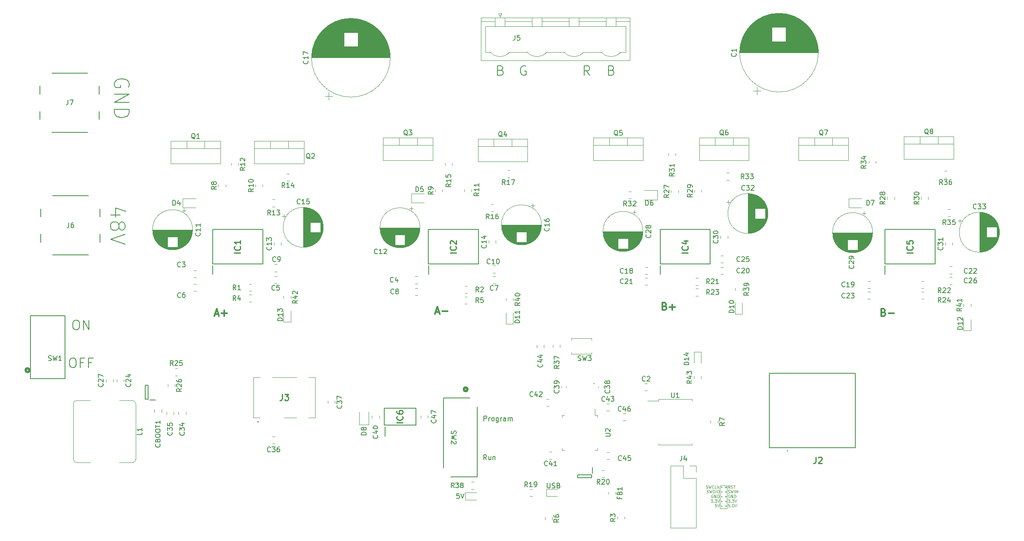
<source format=gbr>
%TF.GenerationSoftware,KiCad,Pcbnew,(6.0.7)*%
%TF.CreationDate,2024-02-27T11:31:56-06:00*%
%TF.ProjectId,StepperMotorController,53746570-7065-4724-9d6f-746f72436f6e,rev?*%
%TF.SameCoordinates,Original*%
%TF.FileFunction,Legend,Top*%
%TF.FilePolarity,Positive*%
%FSLAX46Y46*%
G04 Gerber Fmt 4.6, Leading zero omitted, Abs format (unit mm)*
G04 Created by KiCad (PCBNEW (6.0.7)) date 2024-02-27 11:31:56*
%MOMM*%
%LPD*%
G01*
G04 APERTURE LIST*
%ADD10C,0.100000*%
%ADD11C,0.150000*%
%ADD12C,0.300000*%
%ADD13C,0.254000*%
%ADD14C,0.120000*%
%ADD15C,0.200000*%
%ADD16C,0.152400*%
%ADD17C,0.508000*%
G04 APERTURE END LIST*
D10*
X316300000Y-230918288D02*
X314839652Y-230918288D01*
X314839652Y-226200000D01*
X316299999Y-226200000D01*
X316300000Y-230918288D01*
D11*
X266295238Y-212852380D02*
X266295238Y-211852380D01*
X266676190Y-211852380D01*
X266771428Y-211900000D01*
X266819047Y-211947619D01*
X266866666Y-212042857D01*
X266866666Y-212185714D01*
X266819047Y-212280952D01*
X266771428Y-212328571D01*
X266676190Y-212376190D01*
X266295238Y-212376190D01*
X267295238Y-212852380D02*
X267295238Y-212185714D01*
X267295238Y-212376190D02*
X267342857Y-212280952D01*
X267390476Y-212233333D01*
X267485714Y-212185714D01*
X267580952Y-212185714D01*
X268057142Y-212852380D02*
X267961904Y-212804761D01*
X267914285Y-212757142D01*
X267866666Y-212661904D01*
X267866666Y-212376190D01*
X267914285Y-212280952D01*
X267961904Y-212233333D01*
X268057142Y-212185714D01*
X268200000Y-212185714D01*
X268295238Y-212233333D01*
X268342857Y-212280952D01*
X268390476Y-212376190D01*
X268390476Y-212661904D01*
X268342857Y-212757142D01*
X268295238Y-212804761D01*
X268200000Y-212852380D01*
X268057142Y-212852380D01*
X269247619Y-212185714D02*
X269247619Y-212995238D01*
X269200000Y-213090476D01*
X269152380Y-213138095D01*
X269057142Y-213185714D01*
X268914285Y-213185714D01*
X268819047Y-213138095D01*
X269247619Y-212804761D02*
X269152380Y-212852380D01*
X268961904Y-212852380D01*
X268866666Y-212804761D01*
X268819047Y-212757142D01*
X268771428Y-212661904D01*
X268771428Y-212376190D01*
X268819047Y-212280952D01*
X268866666Y-212233333D01*
X268961904Y-212185714D01*
X269152380Y-212185714D01*
X269247619Y-212233333D01*
X269723809Y-212852380D02*
X269723809Y-212185714D01*
X269723809Y-212376190D02*
X269771428Y-212280952D01*
X269819047Y-212233333D01*
X269914285Y-212185714D01*
X270009523Y-212185714D01*
X270771428Y-212852380D02*
X270771428Y-212328571D01*
X270723809Y-212233333D01*
X270628571Y-212185714D01*
X270438095Y-212185714D01*
X270342857Y-212233333D01*
X270771428Y-212804761D02*
X270676190Y-212852380D01*
X270438095Y-212852380D01*
X270342857Y-212804761D01*
X270295238Y-212709523D01*
X270295238Y-212614285D01*
X270342857Y-212519047D01*
X270438095Y-212471428D01*
X270676190Y-212471428D01*
X270771428Y-212423809D01*
X271247619Y-212852380D02*
X271247619Y-212185714D01*
X271247619Y-212280952D02*
X271295238Y-212233333D01*
X271390476Y-212185714D01*
X271533333Y-212185714D01*
X271628571Y-212233333D01*
X271676190Y-212328571D01*
X271676190Y-212852380D01*
X271676190Y-212328571D02*
X271723809Y-212233333D01*
X271819047Y-212185714D01*
X271961904Y-212185714D01*
X272057142Y-212233333D01*
X272104761Y-212328571D01*
X272104761Y-212852380D01*
X274923809Y-139800000D02*
X274733333Y-139704761D01*
X274447619Y-139704761D01*
X274161904Y-139800000D01*
X273971428Y-139990476D01*
X273876190Y-140180952D01*
X273780952Y-140561904D01*
X273780952Y-140847619D01*
X273876190Y-141228571D01*
X273971428Y-141419047D01*
X274161904Y-141609523D01*
X274447619Y-141704761D01*
X274638095Y-141704761D01*
X274923809Y-141609523D01*
X275019047Y-141514285D01*
X275019047Y-140847619D01*
X274638095Y-140847619D01*
D10*
X311963571Y-226710857D02*
X312049285Y-226739428D01*
X312192142Y-226739428D01*
X312249285Y-226710857D01*
X312277857Y-226682285D01*
X312306428Y-226625142D01*
X312306428Y-226568000D01*
X312277857Y-226510857D01*
X312249285Y-226482285D01*
X312192142Y-226453714D01*
X312077857Y-226425142D01*
X312020714Y-226396571D01*
X311992142Y-226368000D01*
X311963571Y-226310857D01*
X311963571Y-226253714D01*
X311992142Y-226196571D01*
X312020714Y-226168000D01*
X312077857Y-226139428D01*
X312220714Y-226139428D01*
X312306428Y-226168000D01*
X312506428Y-226139428D02*
X312649285Y-226739428D01*
X312763571Y-226310857D01*
X312877857Y-226739428D01*
X313020714Y-226139428D01*
X313592142Y-226682285D02*
X313563571Y-226710857D01*
X313477857Y-226739428D01*
X313420714Y-226739428D01*
X313335000Y-226710857D01*
X313277857Y-226653714D01*
X313249285Y-226596571D01*
X313220714Y-226482285D01*
X313220714Y-226396571D01*
X313249285Y-226282285D01*
X313277857Y-226225142D01*
X313335000Y-226168000D01*
X313420714Y-226139428D01*
X313477857Y-226139428D01*
X313563571Y-226168000D01*
X313592142Y-226196571D01*
X314135000Y-226739428D02*
X313849285Y-226739428D01*
X313849285Y-226139428D01*
X314335000Y-226739428D02*
X314335000Y-226139428D01*
X314677857Y-226739428D02*
X314420714Y-226396571D01*
X314677857Y-226139428D02*
X314335000Y-226482285D01*
X315106428Y-226453714D02*
X315106428Y-226568000D01*
X315135000Y-226568000D02*
X315135000Y-226453714D01*
X315163571Y-226425142D02*
X315163571Y-226596571D01*
X315192142Y-226568000D02*
X315192142Y-226453714D01*
X315220714Y-226453714D02*
X315220714Y-226568000D01*
X315106428Y-226539428D02*
X315163571Y-226596571D01*
X315220714Y-226539428D01*
X315106428Y-226482285D02*
X315163571Y-226425142D01*
X315220714Y-226482285D01*
X315106428Y-226453714D02*
X315163571Y-226425142D01*
X315220714Y-226453714D01*
X315249285Y-226510857D01*
X315220714Y-226568000D01*
X315163571Y-226596571D01*
X315106428Y-226568000D01*
X315077857Y-226510857D01*
X315106428Y-226453714D01*
X312135000Y-227676857D02*
X312220714Y-227705428D01*
X312363571Y-227705428D01*
X312420714Y-227676857D01*
X312449285Y-227648285D01*
X312477857Y-227591142D01*
X312477857Y-227534000D01*
X312449285Y-227476857D01*
X312420714Y-227448285D01*
X312363571Y-227419714D01*
X312249285Y-227391142D01*
X312192142Y-227362571D01*
X312163571Y-227334000D01*
X312135000Y-227276857D01*
X312135000Y-227219714D01*
X312163571Y-227162571D01*
X312192142Y-227134000D01*
X312249285Y-227105428D01*
X312392142Y-227105428D01*
X312477857Y-227134000D01*
X312677857Y-227105428D02*
X312820714Y-227705428D01*
X312935000Y-227276857D01*
X313049285Y-227705428D01*
X313192142Y-227105428D01*
X313420714Y-227705428D02*
X313420714Y-227105428D01*
X313563571Y-227105428D01*
X313649285Y-227134000D01*
X313706428Y-227191142D01*
X313735000Y-227248285D01*
X313763571Y-227362571D01*
X313763571Y-227448285D01*
X313735000Y-227562571D01*
X313706428Y-227619714D01*
X313649285Y-227676857D01*
X313563571Y-227705428D01*
X313420714Y-227705428D01*
X314020714Y-227705428D02*
X314020714Y-227105428D01*
X314420714Y-227105428D02*
X314535000Y-227105428D01*
X314592142Y-227134000D01*
X314649285Y-227191142D01*
X314677857Y-227305428D01*
X314677857Y-227505428D01*
X314649285Y-227619714D01*
X314592142Y-227676857D01*
X314535000Y-227705428D01*
X314420714Y-227705428D01*
X314363571Y-227676857D01*
X314306428Y-227619714D01*
X314277857Y-227505428D01*
X314277857Y-227305428D01*
X314306428Y-227191142D01*
X314363571Y-227134000D01*
X314420714Y-227105428D01*
X315106428Y-227419714D02*
X315106428Y-227534000D01*
X315135000Y-227534000D02*
X315135000Y-227419714D01*
X315163571Y-227391142D02*
X315163571Y-227562571D01*
X315192142Y-227534000D02*
X315192142Y-227419714D01*
X315220714Y-227419714D02*
X315220714Y-227534000D01*
X315106428Y-227505428D02*
X315163571Y-227562571D01*
X315220714Y-227505428D01*
X315106428Y-227448285D02*
X315163571Y-227391142D01*
X315220714Y-227448285D01*
X315106428Y-227419714D02*
X315163571Y-227391142D01*
X315220714Y-227419714D01*
X315249285Y-227476857D01*
X315220714Y-227534000D01*
X315163571Y-227562571D01*
X315106428Y-227534000D01*
X315077857Y-227476857D01*
X315106428Y-227419714D01*
X313420714Y-228100000D02*
X313363571Y-228071428D01*
X313277857Y-228071428D01*
X313192142Y-228100000D01*
X313135000Y-228157142D01*
X313106428Y-228214285D01*
X313077857Y-228328571D01*
X313077857Y-228414285D01*
X313106428Y-228528571D01*
X313135000Y-228585714D01*
X313192142Y-228642857D01*
X313277857Y-228671428D01*
X313335000Y-228671428D01*
X313420714Y-228642857D01*
X313449285Y-228614285D01*
X313449285Y-228414285D01*
X313335000Y-228414285D01*
X313706428Y-228671428D02*
X313706428Y-228071428D01*
X314049285Y-228671428D01*
X314049285Y-228071428D01*
X314335000Y-228671428D02*
X314335000Y-228071428D01*
X314477857Y-228071428D01*
X314563571Y-228100000D01*
X314620714Y-228157142D01*
X314649285Y-228214285D01*
X314677857Y-228328571D01*
X314677857Y-228414285D01*
X314649285Y-228528571D01*
X314620714Y-228585714D01*
X314563571Y-228642857D01*
X314477857Y-228671428D01*
X314335000Y-228671428D01*
X315106428Y-228385714D02*
X315106428Y-228500000D01*
X315135000Y-228500000D02*
X315135000Y-228385714D01*
X315163571Y-228357142D02*
X315163571Y-228528571D01*
X315192142Y-228500000D02*
X315192142Y-228385714D01*
X315220714Y-228385714D02*
X315220714Y-228500000D01*
X315106428Y-228471428D02*
X315163571Y-228528571D01*
X315220714Y-228471428D01*
X315106428Y-228414285D02*
X315163571Y-228357142D01*
X315220714Y-228414285D01*
X315106428Y-228385714D02*
X315163571Y-228357142D01*
X315220714Y-228385714D01*
X315249285Y-228442857D01*
X315220714Y-228500000D01*
X315163571Y-228528571D01*
X315106428Y-228500000D01*
X315077857Y-228442857D01*
X315106428Y-228385714D01*
X312935000Y-229037428D02*
X313306428Y-229037428D01*
X313106428Y-229266000D01*
X313192142Y-229266000D01*
X313249285Y-229294571D01*
X313277857Y-229323142D01*
X313306428Y-229380285D01*
X313306428Y-229523142D01*
X313277857Y-229580285D01*
X313249285Y-229608857D01*
X313192142Y-229637428D01*
X313020714Y-229637428D01*
X312963571Y-229608857D01*
X312935000Y-229580285D01*
X313563571Y-229580285D02*
X313592142Y-229608857D01*
X313563571Y-229637428D01*
X313535000Y-229608857D01*
X313563571Y-229580285D01*
X313563571Y-229637428D01*
X313792142Y-229037428D02*
X314163571Y-229037428D01*
X313963571Y-229266000D01*
X314049285Y-229266000D01*
X314106428Y-229294571D01*
X314135000Y-229323142D01*
X314163571Y-229380285D01*
X314163571Y-229523142D01*
X314135000Y-229580285D01*
X314106428Y-229608857D01*
X314049285Y-229637428D01*
X313877857Y-229637428D01*
X313820714Y-229608857D01*
X313792142Y-229580285D01*
X314335000Y-229037428D02*
X314535000Y-229637428D01*
X314735000Y-229037428D01*
X315106428Y-229351714D02*
X315106428Y-229466000D01*
X315135000Y-229466000D02*
X315135000Y-229351714D01*
X315163571Y-229323142D02*
X315163571Y-229494571D01*
X315192142Y-229466000D02*
X315192142Y-229351714D01*
X315220714Y-229351714D02*
X315220714Y-229466000D01*
X315106428Y-229437428D02*
X315163571Y-229494571D01*
X315220714Y-229437428D01*
X315106428Y-229380285D02*
X315163571Y-229323142D01*
X315220714Y-229380285D01*
X315106428Y-229351714D02*
X315163571Y-229323142D01*
X315220714Y-229351714D01*
X315249285Y-229408857D01*
X315220714Y-229466000D01*
X315163571Y-229494571D01*
X315106428Y-229466000D01*
X315077857Y-229408857D01*
X315106428Y-229351714D01*
X314135000Y-230003428D02*
X313849285Y-230003428D01*
X313820714Y-230289142D01*
X313849285Y-230260571D01*
X313906428Y-230232000D01*
X314049285Y-230232000D01*
X314106428Y-230260571D01*
X314135000Y-230289142D01*
X314163571Y-230346285D01*
X314163571Y-230489142D01*
X314135000Y-230546285D01*
X314106428Y-230574857D01*
X314049285Y-230603428D01*
X313906428Y-230603428D01*
X313849285Y-230574857D01*
X313820714Y-230546285D01*
X314335000Y-230003428D02*
X314535000Y-230603428D01*
X314735000Y-230003428D01*
X315106428Y-230317714D02*
X315106428Y-230432000D01*
X315135000Y-230432000D02*
X315135000Y-230317714D01*
X315163571Y-230289142D02*
X315163571Y-230460571D01*
X315192142Y-230432000D02*
X315192142Y-230317714D01*
X315220714Y-230317714D02*
X315220714Y-230432000D01*
X315106428Y-230403428D02*
X315163571Y-230460571D01*
X315220714Y-230403428D01*
X315106428Y-230346285D02*
X315163571Y-230289142D01*
X315220714Y-230346285D01*
X315106428Y-230317714D02*
X315163571Y-230289142D01*
X315220714Y-230317714D01*
X315249285Y-230374857D01*
X315220714Y-230432000D01*
X315163571Y-230460571D01*
X315106428Y-230432000D01*
X315077857Y-230374857D01*
X315106428Y-230317714D01*
D11*
X191442857Y-170457142D02*
X189442857Y-170457142D01*
X192585714Y-169742857D02*
X190442857Y-169028571D01*
X190442857Y-170885714D01*
X191157142Y-172457142D02*
X191300000Y-172171428D01*
X191442857Y-172028571D01*
X191728571Y-171885714D01*
X191871428Y-171885714D01*
X192157142Y-172028571D01*
X192300000Y-172171428D01*
X192442857Y-172457142D01*
X192442857Y-173028571D01*
X192300000Y-173314285D01*
X192157142Y-173457142D01*
X191871428Y-173600000D01*
X191728571Y-173600000D01*
X191442857Y-173457142D01*
X191300000Y-173314285D01*
X191157142Y-173028571D01*
X191157142Y-172457142D01*
X191014285Y-172171428D01*
X190871428Y-172028571D01*
X190585714Y-171885714D01*
X190014285Y-171885714D01*
X189728571Y-172028571D01*
X189585714Y-172171428D01*
X189442857Y-172457142D01*
X189442857Y-173028571D01*
X189585714Y-173314285D01*
X189728571Y-173457142D01*
X190014285Y-173600000D01*
X190585714Y-173600000D01*
X190871428Y-173457142D01*
X191014285Y-173314285D01*
X191157142Y-173028571D01*
X192442857Y-174457142D02*
X189442857Y-175457142D01*
X192442857Y-176457142D01*
D12*
X210914285Y-190850000D02*
X211628571Y-190850000D01*
X210771428Y-191278571D02*
X211271428Y-189778571D01*
X211771428Y-191278571D01*
X212271428Y-190707142D02*
X213414285Y-190707142D01*
X212842857Y-191278571D02*
X212842857Y-190135714D01*
X303478571Y-189242857D02*
X303692857Y-189314285D01*
X303764285Y-189385714D01*
X303835714Y-189528571D01*
X303835714Y-189742857D01*
X303764285Y-189885714D01*
X303692857Y-189957142D01*
X303550000Y-190028571D01*
X302978571Y-190028571D01*
X302978571Y-188528571D01*
X303478571Y-188528571D01*
X303621428Y-188600000D01*
X303692857Y-188671428D01*
X303764285Y-188814285D01*
X303764285Y-188957142D01*
X303692857Y-189100000D01*
X303621428Y-189171428D01*
X303478571Y-189242857D01*
X302978571Y-189242857D01*
X304478571Y-189457142D02*
X305621428Y-189457142D01*
X305050000Y-190028571D02*
X305050000Y-188885714D01*
D11*
X182161904Y-192104761D02*
X182542857Y-192104761D01*
X182733333Y-192200000D01*
X182923809Y-192390476D01*
X183019047Y-192771428D01*
X183019047Y-193438095D01*
X182923809Y-193819047D01*
X182733333Y-194009523D01*
X182542857Y-194104761D01*
X182161904Y-194104761D01*
X181971428Y-194009523D01*
X181780952Y-193819047D01*
X181685714Y-193438095D01*
X181685714Y-192771428D01*
X181780952Y-192390476D01*
X181971428Y-192200000D01*
X182161904Y-192104761D01*
X183876190Y-194104761D02*
X183876190Y-192104761D01*
X185019047Y-194104761D01*
X185019047Y-192104761D01*
X266804761Y-220852380D02*
X266471428Y-220376190D01*
X266233333Y-220852380D02*
X266233333Y-219852380D01*
X266614285Y-219852380D01*
X266709523Y-219900000D01*
X266757142Y-219947619D01*
X266804761Y-220042857D01*
X266804761Y-220185714D01*
X266757142Y-220280952D01*
X266709523Y-220328571D01*
X266614285Y-220376190D01*
X266233333Y-220376190D01*
X267661904Y-220185714D02*
X267661904Y-220852380D01*
X267233333Y-220185714D02*
X267233333Y-220709523D01*
X267280952Y-220804761D01*
X267376190Y-220852380D01*
X267519047Y-220852380D01*
X267614285Y-220804761D01*
X267661904Y-220757142D01*
X268138095Y-220185714D02*
X268138095Y-220852380D01*
X268138095Y-220280952D02*
X268185714Y-220233333D01*
X268280952Y-220185714D01*
X268423809Y-220185714D01*
X268519047Y-220233333D01*
X268566666Y-220328571D01*
X268566666Y-220852380D01*
X193100000Y-144114285D02*
X193242857Y-143828571D01*
X193242857Y-143400000D01*
X193100000Y-142971428D01*
X192814285Y-142685714D01*
X192528571Y-142542857D01*
X191957142Y-142400000D01*
X191528571Y-142400000D01*
X190957142Y-142542857D01*
X190671428Y-142685714D01*
X190385714Y-142971428D01*
X190242857Y-143400000D01*
X190242857Y-143685714D01*
X190385714Y-144114285D01*
X190528571Y-144257142D01*
X191528571Y-144257142D01*
X191528571Y-143685714D01*
X190242857Y-145542857D02*
X193242857Y-145542857D01*
X190242857Y-147257142D01*
X193242857Y-147257142D01*
X190242857Y-148685714D02*
X193242857Y-148685714D01*
X193242857Y-149400000D01*
X193100000Y-149828571D01*
X192814285Y-150114285D01*
X192528571Y-150257142D01*
X191957142Y-150400000D01*
X191528571Y-150400000D01*
X190957142Y-150257142D01*
X190671428Y-150114285D01*
X190385714Y-149828571D01*
X190242857Y-149400000D01*
X190242857Y-148685714D01*
D12*
X256314285Y-190450000D02*
X257028571Y-190450000D01*
X256171428Y-190878571D02*
X256671428Y-189378571D01*
X257171428Y-190878571D01*
X257671428Y-190307142D02*
X258814285Y-190307142D01*
D11*
X181495238Y-199904761D02*
X181876190Y-199904761D01*
X182066666Y-200000000D01*
X182257142Y-200190476D01*
X182352380Y-200571428D01*
X182352380Y-201238095D01*
X182257142Y-201619047D01*
X182066666Y-201809523D01*
X181876190Y-201904761D01*
X181495238Y-201904761D01*
X181304761Y-201809523D01*
X181114285Y-201619047D01*
X181019047Y-201238095D01*
X181019047Y-200571428D01*
X181114285Y-200190476D01*
X181304761Y-200000000D01*
X181495238Y-199904761D01*
X183876190Y-200857142D02*
X183209523Y-200857142D01*
X183209523Y-201904761D02*
X183209523Y-199904761D01*
X184161904Y-199904761D01*
X185590476Y-200857142D02*
X184923809Y-200857142D01*
X184923809Y-201904761D02*
X184923809Y-199904761D01*
X185876190Y-199904761D01*
X269742857Y-140657142D02*
X270028571Y-140752380D01*
X270123809Y-140847619D01*
X270219047Y-141038095D01*
X270219047Y-141323809D01*
X270123809Y-141514285D01*
X270028571Y-141609523D01*
X269838095Y-141704761D01*
X269076190Y-141704761D01*
X269076190Y-139704761D01*
X269742857Y-139704761D01*
X269933333Y-139800000D01*
X270028571Y-139895238D01*
X270123809Y-140085714D01*
X270123809Y-140276190D01*
X270028571Y-140466666D01*
X269933333Y-140561904D01*
X269742857Y-140657142D01*
X269076190Y-140657142D01*
D12*
X348528571Y-190492857D02*
X348742857Y-190564285D01*
X348814285Y-190635714D01*
X348885714Y-190778571D01*
X348885714Y-190992857D01*
X348814285Y-191135714D01*
X348742857Y-191207142D01*
X348600000Y-191278571D01*
X348028571Y-191278571D01*
X348028571Y-189778571D01*
X348528571Y-189778571D01*
X348671428Y-189850000D01*
X348742857Y-189921428D01*
X348814285Y-190064285D01*
X348814285Y-190207142D01*
X348742857Y-190350000D01*
X348671428Y-190421428D01*
X348528571Y-190492857D01*
X348028571Y-190492857D01*
X349528571Y-190707142D02*
X350671428Y-190707142D01*
D11*
X292542857Y-140657142D02*
X292828571Y-140752380D01*
X292923809Y-140847619D01*
X293019047Y-141038095D01*
X293019047Y-141323809D01*
X292923809Y-141514285D01*
X292828571Y-141609523D01*
X292638095Y-141704761D01*
X291876190Y-141704761D01*
X291876190Y-139704761D01*
X292542857Y-139704761D01*
X292733333Y-139800000D01*
X292828571Y-139895238D01*
X292923809Y-140085714D01*
X292923809Y-140276190D01*
X292828571Y-140466666D01*
X292733333Y-140561904D01*
X292542857Y-140657142D01*
X291876190Y-140657142D01*
X288019047Y-141704761D02*
X287352380Y-140752380D01*
X286876190Y-141704761D02*
X286876190Y-139704761D01*
X287638095Y-139704761D01*
X287828571Y-139800000D01*
X287923809Y-139895238D01*
X288019047Y-140085714D01*
X288019047Y-140371428D01*
X287923809Y-140561904D01*
X287828571Y-140657142D01*
X287638095Y-140752380D01*
X286876190Y-140752380D01*
D10*
X315979285Y-226453714D02*
X315979285Y-226568000D01*
X316007857Y-226568000D02*
X316007857Y-226453714D01*
X316036428Y-226425142D02*
X316036428Y-226596571D01*
X316065000Y-226568000D02*
X316065000Y-226453714D01*
X316093571Y-226453714D02*
X316093571Y-226568000D01*
X315979285Y-226539428D02*
X316036428Y-226596571D01*
X316093571Y-226539428D01*
X315979285Y-226482285D02*
X316036428Y-226425142D01*
X316093571Y-226482285D01*
X315979285Y-226453714D02*
X316036428Y-226425142D01*
X316093571Y-226453714D01*
X316122142Y-226510857D01*
X316093571Y-226568000D01*
X316036428Y-226596571D01*
X315979285Y-226568000D01*
X315950714Y-226510857D01*
X315979285Y-226453714D01*
X316893571Y-226739428D02*
X316693571Y-226453714D01*
X316550714Y-226739428D02*
X316550714Y-226139428D01*
X316779285Y-226139428D01*
X316836428Y-226168000D01*
X316865000Y-226196571D01*
X316893571Y-226253714D01*
X316893571Y-226339428D01*
X316865000Y-226396571D01*
X316836428Y-226425142D01*
X316779285Y-226453714D01*
X316550714Y-226453714D01*
X317122142Y-226710857D02*
X317207857Y-226739428D01*
X317350714Y-226739428D01*
X317407857Y-226710857D01*
X317436428Y-226682285D01*
X317465000Y-226625142D01*
X317465000Y-226568000D01*
X317436428Y-226510857D01*
X317407857Y-226482285D01*
X317350714Y-226453714D01*
X317236428Y-226425142D01*
X317179285Y-226396571D01*
X317150714Y-226368000D01*
X317122142Y-226310857D01*
X317122142Y-226253714D01*
X317150714Y-226196571D01*
X317179285Y-226168000D01*
X317236428Y-226139428D01*
X317379285Y-226139428D01*
X317465000Y-226168000D01*
X317636428Y-226139428D02*
X317979285Y-226139428D01*
X317807857Y-226739428D02*
X317807857Y-226139428D01*
X315979285Y-227419714D02*
X315979285Y-227534000D01*
X316007857Y-227534000D02*
X316007857Y-227419714D01*
X316036428Y-227391142D02*
X316036428Y-227562571D01*
X316065000Y-227534000D02*
X316065000Y-227419714D01*
X316093571Y-227419714D02*
X316093571Y-227534000D01*
X315979285Y-227505428D02*
X316036428Y-227562571D01*
X316093571Y-227505428D01*
X315979285Y-227448285D02*
X316036428Y-227391142D01*
X316093571Y-227448285D01*
X315979285Y-227419714D02*
X316036428Y-227391142D01*
X316093571Y-227419714D01*
X316122142Y-227476857D01*
X316093571Y-227534000D01*
X316036428Y-227562571D01*
X315979285Y-227534000D01*
X315950714Y-227476857D01*
X315979285Y-227419714D01*
X316522142Y-227676857D02*
X316607857Y-227705428D01*
X316750714Y-227705428D01*
X316807857Y-227676857D01*
X316836428Y-227648285D01*
X316865000Y-227591142D01*
X316865000Y-227534000D01*
X316836428Y-227476857D01*
X316807857Y-227448285D01*
X316750714Y-227419714D01*
X316636428Y-227391142D01*
X316579285Y-227362571D01*
X316550714Y-227334000D01*
X316522142Y-227276857D01*
X316522142Y-227219714D01*
X316550714Y-227162571D01*
X316579285Y-227134000D01*
X316636428Y-227105428D01*
X316779285Y-227105428D01*
X316865000Y-227134000D01*
X317065000Y-227105428D02*
X317207857Y-227705428D01*
X317322142Y-227276857D01*
X317436428Y-227705428D01*
X317579285Y-227105428D01*
X317807857Y-227705428D02*
X317807857Y-227105428D01*
X318093571Y-227705428D02*
X318093571Y-227105428D01*
X318293571Y-227534000D01*
X318493571Y-227105428D01*
X318493571Y-227705428D01*
X315979285Y-228385714D02*
X315979285Y-228500000D01*
X316007857Y-228500000D02*
X316007857Y-228385714D01*
X316036428Y-228357142D02*
X316036428Y-228528571D01*
X316065000Y-228500000D02*
X316065000Y-228385714D01*
X316093571Y-228385714D02*
X316093571Y-228500000D01*
X315979285Y-228471428D02*
X316036428Y-228528571D01*
X316093571Y-228471428D01*
X315979285Y-228414285D02*
X316036428Y-228357142D01*
X316093571Y-228414285D01*
X315979285Y-228385714D02*
X316036428Y-228357142D01*
X316093571Y-228385714D01*
X316122142Y-228442857D01*
X316093571Y-228500000D01*
X316036428Y-228528571D01*
X315979285Y-228500000D01*
X315950714Y-228442857D01*
X315979285Y-228385714D01*
X316865000Y-228100000D02*
X316807857Y-228071428D01*
X316722142Y-228071428D01*
X316636428Y-228100000D01*
X316579285Y-228157142D01*
X316550714Y-228214285D01*
X316522142Y-228328571D01*
X316522142Y-228414285D01*
X316550714Y-228528571D01*
X316579285Y-228585714D01*
X316636428Y-228642857D01*
X316722142Y-228671428D01*
X316779285Y-228671428D01*
X316865000Y-228642857D01*
X316893571Y-228614285D01*
X316893571Y-228414285D01*
X316779285Y-228414285D01*
X317150714Y-228671428D02*
X317150714Y-228071428D01*
X317493571Y-228671428D01*
X317493571Y-228071428D01*
X317779285Y-228671428D02*
X317779285Y-228071428D01*
X317922142Y-228071428D01*
X318007857Y-228100000D01*
X318065000Y-228157142D01*
X318093571Y-228214285D01*
X318122142Y-228328571D01*
X318122142Y-228414285D01*
X318093571Y-228528571D01*
X318065000Y-228585714D01*
X318007857Y-228642857D01*
X317922142Y-228671428D01*
X317779285Y-228671428D01*
X315979285Y-229351714D02*
X315979285Y-229466000D01*
X316007857Y-229466000D02*
X316007857Y-229351714D01*
X316036428Y-229323142D02*
X316036428Y-229494571D01*
X316065000Y-229466000D02*
X316065000Y-229351714D01*
X316093571Y-229351714D02*
X316093571Y-229466000D01*
X315979285Y-229437428D02*
X316036428Y-229494571D01*
X316093571Y-229437428D01*
X315979285Y-229380285D02*
X316036428Y-229323142D01*
X316093571Y-229380285D01*
X315979285Y-229351714D02*
X316036428Y-229323142D01*
X316093571Y-229351714D01*
X316122142Y-229408857D01*
X316093571Y-229466000D01*
X316036428Y-229494571D01*
X315979285Y-229466000D01*
X315950714Y-229408857D01*
X315979285Y-229351714D01*
X316493571Y-229037428D02*
X316865000Y-229037428D01*
X316665000Y-229266000D01*
X316750714Y-229266000D01*
X316807857Y-229294571D01*
X316836428Y-229323142D01*
X316865000Y-229380285D01*
X316865000Y-229523142D01*
X316836428Y-229580285D01*
X316807857Y-229608857D01*
X316750714Y-229637428D01*
X316579285Y-229637428D01*
X316522142Y-229608857D01*
X316493571Y-229580285D01*
X317122142Y-229580285D02*
X317150714Y-229608857D01*
X317122142Y-229637428D01*
X317093571Y-229608857D01*
X317122142Y-229580285D01*
X317122142Y-229637428D01*
X317350714Y-229037428D02*
X317722142Y-229037428D01*
X317522142Y-229266000D01*
X317607857Y-229266000D01*
X317665000Y-229294571D01*
X317693571Y-229323142D01*
X317722142Y-229380285D01*
X317722142Y-229523142D01*
X317693571Y-229580285D01*
X317665000Y-229608857D01*
X317607857Y-229637428D01*
X317436428Y-229637428D01*
X317379285Y-229608857D01*
X317350714Y-229580285D01*
X317893571Y-229037428D02*
X318093571Y-229637428D01*
X318293571Y-229037428D01*
X315979285Y-230317714D02*
X315979285Y-230432000D01*
X316007857Y-230432000D02*
X316007857Y-230317714D01*
X316036428Y-230289142D02*
X316036428Y-230460571D01*
X316065000Y-230432000D02*
X316065000Y-230317714D01*
X316093571Y-230317714D02*
X316093571Y-230432000D01*
X315979285Y-230403428D02*
X316036428Y-230460571D01*
X316093571Y-230403428D01*
X315979285Y-230346285D02*
X316036428Y-230289142D01*
X316093571Y-230346285D01*
X315979285Y-230317714D02*
X316036428Y-230289142D01*
X316093571Y-230317714D01*
X316122142Y-230374857D01*
X316093571Y-230432000D01*
X316036428Y-230460571D01*
X315979285Y-230432000D01*
X315950714Y-230374857D01*
X315979285Y-230317714D01*
X316836428Y-230003428D02*
X316550714Y-230003428D01*
X316522142Y-230289142D01*
X316550714Y-230260571D01*
X316607857Y-230232000D01*
X316750714Y-230232000D01*
X316807857Y-230260571D01*
X316836428Y-230289142D01*
X316865000Y-230346285D01*
X316865000Y-230489142D01*
X316836428Y-230546285D01*
X316807857Y-230574857D01*
X316750714Y-230603428D01*
X316607857Y-230603428D01*
X316550714Y-230574857D01*
X316522142Y-230546285D01*
X317122142Y-230546285D02*
X317150714Y-230574857D01*
X317122142Y-230603428D01*
X317093571Y-230574857D01*
X317122142Y-230546285D01*
X317122142Y-230603428D01*
X317522142Y-230003428D02*
X317579285Y-230003428D01*
X317636428Y-230032000D01*
X317665000Y-230060571D01*
X317693571Y-230117714D01*
X317722142Y-230232000D01*
X317722142Y-230374857D01*
X317693571Y-230489142D01*
X317665000Y-230546285D01*
X317636428Y-230574857D01*
X317579285Y-230603428D01*
X317522142Y-230603428D01*
X317465000Y-230574857D01*
X317436428Y-230546285D01*
X317407857Y-230489142D01*
X317379285Y-230374857D01*
X317379285Y-230232000D01*
X317407857Y-230117714D01*
X317436428Y-230060571D01*
X317465000Y-230032000D01*
X317522142Y-230003428D01*
X317893571Y-230003428D02*
X318093571Y-230603428D01*
X318293571Y-230003428D01*
D11*
%TO.C,D5*%
X252261904Y-165652380D02*
X252261904Y-164652380D01*
X252500000Y-164652380D01*
X252642857Y-164700000D01*
X252738095Y-164795238D01*
X252785714Y-164890476D01*
X252833333Y-165080952D01*
X252833333Y-165223809D01*
X252785714Y-165414285D01*
X252738095Y-165509523D01*
X252642857Y-165604761D01*
X252500000Y-165652380D01*
X252261904Y-165652380D01*
X253738095Y-164652380D02*
X253261904Y-164652380D01*
X253214285Y-165128571D01*
X253261904Y-165080952D01*
X253357142Y-165033333D01*
X253595238Y-165033333D01*
X253690476Y-165080952D01*
X253738095Y-165128571D01*
X253785714Y-165223809D01*
X253785714Y-165461904D01*
X253738095Y-165557142D01*
X253690476Y-165604761D01*
X253595238Y-165652380D01*
X253357142Y-165652380D01*
X253261904Y-165604761D01*
X253214285Y-165557142D01*
%TO.C,R17*%
X270657142Y-164202380D02*
X270323809Y-163726190D01*
X270085714Y-164202380D02*
X270085714Y-163202380D01*
X270466666Y-163202380D01*
X270561904Y-163250000D01*
X270609523Y-163297619D01*
X270657142Y-163392857D01*
X270657142Y-163535714D01*
X270609523Y-163630952D01*
X270561904Y-163678571D01*
X270466666Y-163726190D01*
X270085714Y-163726190D01*
X271609523Y-164202380D02*
X271038095Y-164202380D01*
X271323809Y-164202380D02*
X271323809Y-163202380D01*
X271228571Y-163345238D01*
X271133333Y-163440476D01*
X271038095Y-163488095D01*
X271942857Y-163202380D02*
X272609523Y-163202380D01*
X272180952Y-164202380D01*
D13*
%TO.C,IC6*%
X249574523Y-213239761D02*
X248304523Y-213239761D01*
X249453571Y-211909285D02*
X249514047Y-211969761D01*
X249574523Y-212151190D01*
X249574523Y-212272142D01*
X249514047Y-212453571D01*
X249393095Y-212574523D01*
X249272142Y-212635000D01*
X249030238Y-212695476D01*
X248848809Y-212695476D01*
X248606904Y-212635000D01*
X248485952Y-212574523D01*
X248365000Y-212453571D01*
X248304523Y-212272142D01*
X248304523Y-212151190D01*
X248365000Y-211969761D01*
X248425476Y-211909285D01*
X248304523Y-210820714D02*
X248304523Y-211062619D01*
X248365000Y-211183571D01*
X248425476Y-211244047D01*
X248606904Y-211365000D01*
X248848809Y-211425476D01*
X249332619Y-211425476D01*
X249453571Y-211365000D01*
X249514047Y-211304523D01*
X249574523Y-211183571D01*
X249574523Y-210941666D01*
X249514047Y-210820714D01*
X249453571Y-210760238D01*
X249332619Y-210699761D01*
X249030238Y-210699761D01*
X248909285Y-210760238D01*
X248848809Y-210820714D01*
X248788333Y-210941666D01*
X248788333Y-211183571D01*
X248848809Y-211304523D01*
X248909285Y-211365000D01*
X249030238Y-211425476D01*
D11*
%TO.C,Q2*%
X230504761Y-158897619D02*
X230409523Y-158850000D01*
X230314285Y-158754761D01*
X230171428Y-158611904D01*
X230076190Y-158564285D01*
X229980952Y-158564285D01*
X230028571Y-158802380D02*
X229933333Y-158754761D01*
X229838095Y-158659523D01*
X229790476Y-158469047D01*
X229790476Y-158135714D01*
X229838095Y-157945238D01*
X229933333Y-157850000D01*
X230028571Y-157802380D01*
X230219047Y-157802380D01*
X230314285Y-157850000D01*
X230409523Y-157945238D01*
X230457142Y-158135714D01*
X230457142Y-158469047D01*
X230409523Y-158659523D01*
X230314285Y-158754761D01*
X230219047Y-158802380D01*
X230028571Y-158802380D01*
X230838095Y-157897619D02*
X230885714Y-157850000D01*
X230980952Y-157802380D01*
X231219047Y-157802380D01*
X231314285Y-157850000D01*
X231361904Y-157897619D01*
X231409523Y-157992857D01*
X231409523Y-158088095D01*
X231361904Y-158230952D01*
X230790476Y-158802380D01*
X231409523Y-158802380D01*
%TO.C,R29*%
X309152380Y-166142857D02*
X308676190Y-166476190D01*
X309152380Y-166714285D02*
X308152380Y-166714285D01*
X308152380Y-166333333D01*
X308200000Y-166238095D01*
X308247619Y-166190476D01*
X308342857Y-166142857D01*
X308485714Y-166142857D01*
X308580952Y-166190476D01*
X308628571Y-166238095D01*
X308676190Y-166333333D01*
X308676190Y-166714285D01*
X308247619Y-165761904D02*
X308200000Y-165714285D01*
X308152380Y-165619047D01*
X308152380Y-165380952D01*
X308200000Y-165285714D01*
X308247619Y-165238095D01*
X308342857Y-165190476D01*
X308438095Y-165190476D01*
X308580952Y-165238095D01*
X309152380Y-165809523D01*
X309152380Y-165190476D01*
X309152380Y-164714285D02*
X309152380Y-164523809D01*
X309104761Y-164428571D01*
X309057142Y-164380952D01*
X308914285Y-164285714D01*
X308723809Y-164238095D01*
X308342857Y-164238095D01*
X308247619Y-164285714D01*
X308200000Y-164333333D01*
X308152380Y-164428571D01*
X308152380Y-164619047D01*
X308200000Y-164714285D01*
X308247619Y-164761904D01*
X308342857Y-164809523D01*
X308580952Y-164809523D01*
X308676190Y-164761904D01*
X308723809Y-164714285D01*
X308771428Y-164619047D01*
X308771428Y-164428571D01*
X308723809Y-164333333D01*
X308676190Y-164285714D01*
X308580952Y-164238095D01*
%TO.C,C44*%
X278257142Y-201162857D02*
X278304761Y-201210476D01*
X278352380Y-201353333D01*
X278352380Y-201448571D01*
X278304761Y-201591428D01*
X278209523Y-201686666D01*
X278114285Y-201734285D01*
X277923809Y-201781904D01*
X277780952Y-201781904D01*
X277590476Y-201734285D01*
X277495238Y-201686666D01*
X277400000Y-201591428D01*
X277352380Y-201448571D01*
X277352380Y-201353333D01*
X277400000Y-201210476D01*
X277447619Y-201162857D01*
X277685714Y-200305714D02*
X278352380Y-200305714D01*
X277304761Y-200543809D02*
X278019047Y-200781904D01*
X278019047Y-200162857D01*
X277685714Y-199353333D02*
X278352380Y-199353333D01*
X277304761Y-199591428D02*
X278019047Y-199829523D01*
X278019047Y-199210476D01*
%TO.C,R39*%
X320802380Y-186392857D02*
X320326190Y-186726190D01*
X320802380Y-186964285D02*
X319802380Y-186964285D01*
X319802380Y-186583333D01*
X319850000Y-186488095D01*
X319897619Y-186440476D01*
X319992857Y-186392857D01*
X320135714Y-186392857D01*
X320230952Y-186440476D01*
X320278571Y-186488095D01*
X320326190Y-186583333D01*
X320326190Y-186964285D01*
X319802380Y-186059523D02*
X319802380Y-185440476D01*
X320183333Y-185773809D01*
X320183333Y-185630952D01*
X320230952Y-185535714D01*
X320278571Y-185488095D01*
X320373809Y-185440476D01*
X320611904Y-185440476D01*
X320707142Y-185488095D01*
X320754761Y-185535714D01*
X320802380Y-185630952D01*
X320802380Y-185916666D01*
X320754761Y-186011904D01*
X320707142Y-186059523D01*
X320802380Y-184964285D02*
X320802380Y-184773809D01*
X320754761Y-184678571D01*
X320707142Y-184630952D01*
X320564285Y-184535714D01*
X320373809Y-184488095D01*
X319992857Y-184488095D01*
X319897619Y-184535714D01*
X319850000Y-184583333D01*
X319802380Y-184678571D01*
X319802380Y-184869047D01*
X319850000Y-184964285D01*
X319897619Y-185011904D01*
X319992857Y-185059523D01*
X320230952Y-185059523D01*
X320326190Y-185011904D01*
X320373809Y-184964285D01*
X320421428Y-184869047D01*
X320421428Y-184678571D01*
X320373809Y-184583333D01*
X320326190Y-184535714D01*
X320230952Y-184488095D01*
%TO.C,J6*%
X180866665Y-172062380D02*
X180866665Y-172776666D01*
X180819046Y-172919523D01*
X180723808Y-173014761D01*
X180580951Y-173062380D01*
X180485713Y-173062380D01*
X181771427Y-172062380D02*
X181580951Y-172062380D01*
X181485713Y-172110000D01*
X181438094Y-172157619D01*
X181342856Y-172300476D01*
X181295237Y-172490952D01*
X181295237Y-172871904D01*
X181342856Y-172967142D01*
X181390475Y-173014761D01*
X181485713Y-173062380D01*
X181676189Y-173062380D01*
X181771427Y-173014761D01*
X181819046Y-172967142D01*
X181866665Y-172871904D01*
X181866665Y-172633809D01*
X181819046Y-172538571D01*
X181771427Y-172490952D01*
X181676189Y-172443333D01*
X181485713Y-172443333D01*
X181390475Y-172490952D01*
X181342856Y-172538571D01*
X181295237Y-172633809D01*
%TO.C,C18*%
X294957142Y-182357142D02*
X294909523Y-182404761D01*
X294766666Y-182452380D01*
X294671428Y-182452380D01*
X294528571Y-182404761D01*
X294433333Y-182309523D01*
X294385714Y-182214285D01*
X294338095Y-182023809D01*
X294338095Y-181880952D01*
X294385714Y-181690476D01*
X294433333Y-181595238D01*
X294528571Y-181500000D01*
X294671428Y-181452380D01*
X294766666Y-181452380D01*
X294909523Y-181500000D01*
X294957142Y-181547619D01*
X295909523Y-182452380D02*
X295338095Y-182452380D01*
X295623809Y-182452380D02*
X295623809Y-181452380D01*
X295528571Y-181595238D01*
X295433333Y-181690476D01*
X295338095Y-181738095D01*
X296480952Y-181880952D02*
X296385714Y-181833333D01*
X296338095Y-181785714D01*
X296290476Y-181690476D01*
X296290476Y-181642857D01*
X296338095Y-181547619D01*
X296385714Y-181500000D01*
X296480952Y-181452380D01*
X296671428Y-181452380D01*
X296766666Y-181500000D01*
X296814285Y-181547619D01*
X296861904Y-181642857D01*
X296861904Y-181690476D01*
X296814285Y-181785714D01*
X296766666Y-181833333D01*
X296671428Y-181880952D01*
X296480952Y-181880952D01*
X296385714Y-181928571D01*
X296338095Y-181976190D01*
X296290476Y-182071428D01*
X296290476Y-182261904D01*
X296338095Y-182357142D01*
X296385714Y-182404761D01*
X296480952Y-182452380D01*
X296671428Y-182452380D01*
X296766666Y-182404761D01*
X296814285Y-182357142D01*
X296861904Y-182261904D01*
X296861904Y-182071428D01*
X296814285Y-181976190D01*
X296766666Y-181928571D01*
X296671428Y-181880952D01*
%TO.C,C47*%
X256357142Y-212642857D02*
X256404761Y-212690476D01*
X256452380Y-212833333D01*
X256452380Y-212928571D01*
X256404761Y-213071428D01*
X256309523Y-213166666D01*
X256214285Y-213214285D01*
X256023809Y-213261904D01*
X255880952Y-213261904D01*
X255690476Y-213214285D01*
X255595238Y-213166666D01*
X255500000Y-213071428D01*
X255452380Y-212928571D01*
X255452380Y-212833333D01*
X255500000Y-212690476D01*
X255547619Y-212642857D01*
X255785714Y-211785714D02*
X256452380Y-211785714D01*
X255404761Y-212023809D02*
X256119047Y-212261904D01*
X256119047Y-211642857D01*
X255452380Y-211357142D02*
X255452380Y-210690476D01*
X256452380Y-211119047D01*
%TO.C,D6*%
X299561904Y-168452380D02*
X299561904Y-167452380D01*
X299800000Y-167452380D01*
X299942857Y-167500000D01*
X300038095Y-167595238D01*
X300085714Y-167690476D01*
X300133333Y-167880952D01*
X300133333Y-168023809D01*
X300085714Y-168214285D01*
X300038095Y-168309523D01*
X299942857Y-168404761D01*
X299800000Y-168452380D01*
X299561904Y-168452380D01*
X300990476Y-167452380D02*
X300800000Y-167452380D01*
X300704761Y-167500000D01*
X300657142Y-167547619D01*
X300561904Y-167690476D01*
X300514285Y-167880952D01*
X300514285Y-168261904D01*
X300561904Y-168357142D01*
X300609523Y-168404761D01*
X300704761Y-168452380D01*
X300895238Y-168452380D01*
X300990476Y-168404761D01*
X301038095Y-168357142D01*
X301085714Y-168261904D01*
X301085714Y-168023809D01*
X301038095Y-167928571D01*
X300990476Y-167880952D01*
X300895238Y-167833333D01*
X300704761Y-167833333D01*
X300609523Y-167880952D01*
X300561904Y-167928571D01*
X300514285Y-168023809D01*
%TO.C,C39*%
X281627142Y-206517856D02*
X281674761Y-206565475D01*
X281722380Y-206708332D01*
X281722380Y-206803570D01*
X281674761Y-206946427D01*
X281579523Y-207041665D01*
X281484285Y-207089284D01*
X281293809Y-207136903D01*
X281150952Y-207136903D01*
X280960476Y-207089284D01*
X280865238Y-207041665D01*
X280770000Y-206946427D01*
X280722380Y-206803570D01*
X280722380Y-206708332D01*
X280770000Y-206565475D01*
X280817619Y-206517856D01*
X280722380Y-206184522D02*
X280722380Y-205565475D01*
X281103333Y-205898808D01*
X281103333Y-205755951D01*
X281150952Y-205660713D01*
X281198571Y-205613094D01*
X281293809Y-205565475D01*
X281531904Y-205565475D01*
X281627142Y-205613094D01*
X281674761Y-205660713D01*
X281722380Y-205755951D01*
X281722380Y-206041665D01*
X281674761Y-206136903D01*
X281627142Y-206184522D01*
X281722380Y-205089284D02*
X281722380Y-204898808D01*
X281674761Y-204803570D01*
X281627142Y-204755951D01*
X281484285Y-204660713D01*
X281293809Y-204613094D01*
X280912857Y-204613094D01*
X280817619Y-204660713D01*
X280770000Y-204708332D01*
X280722380Y-204803570D01*
X280722380Y-204994046D01*
X280770000Y-205089284D01*
X280817619Y-205136903D01*
X280912857Y-205184522D01*
X281150952Y-205184522D01*
X281246190Y-205136903D01*
X281293809Y-205089284D01*
X281341428Y-204994046D01*
X281341428Y-204803570D01*
X281293809Y-204708332D01*
X281246190Y-204660713D01*
X281150952Y-204613094D01*
%TO.C,Q4*%
X270054761Y-154372619D02*
X269959523Y-154325000D01*
X269864285Y-154229761D01*
X269721428Y-154086904D01*
X269626190Y-154039285D01*
X269530952Y-154039285D01*
X269578571Y-154277380D02*
X269483333Y-154229761D01*
X269388095Y-154134523D01*
X269340476Y-153944047D01*
X269340476Y-153610714D01*
X269388095Y-153420238D01*
X269483333Y-153325000D01*
X269578571Y-153277380D01*
X269769047Y-153277380D01*
X269864285Y-153325000D01*
X269959523Y-153420238D01*
X270007142Y-153610714D01*
X270007142Y-153944047D01*
X269959523Y-154134523D01*
X269864285Y-154229761D01*
X269769047Y-154277380D01*
X269578571Y-154277380D01*
X270864285Y-153610714D02*
X270864285Y-154277380D01*
X270626190Y-153229761D02*
X270388095Y-153944047D01*
X271007142Y-153944047D01*
%TO.C,R6*%
X281679880Y-233104166D02*
X281203690Y-233437500D01*
X281679880Y-233675595D02*
X280679880Y-233675595D01*
X280679880Y-233294642D01*
X280727500Y-233199404D01*
X280775119Y-233151785D01*
X280870357Y-233104166D01*
X281013214Y-233104166D01*
X281108452Y-233151785D01*
X281156071Y-233199404D01*
X281203690Y-233294642D01*
X281203690Y-233675595D01*
X280679880Y-232247023D02*
X280679880Y-232437500D01*
X280727500Y-232532738D01*
X280775119Y-232580357D01*
X280917976Y-232675595D01*
X281108452Y-232723214D01*
X281489404Y-232723214D01*
X281584642Y-232675595D01*
X281632261Y-232627976D01*
X281679880Y-232532738D01*
X281679880Y-232342261D01*
X281632261Y-232247023D01*
X281584642Y-232199404D01*
X281489404Y-232151785D01*
X281251309Y-232151785D01*
X281156071Y-232199404D01*
X281108452Y-232247023D01*
X281060833Y-232342261D01*
X281060833Y-232532738D01*
X281108452Y-232627976D01*
X281156071Y-232675595D01*
X281251309Y-232723214D01*
%TO.C,SW3*%
X285666666Y-200404761D02*
X285809523Y-200452380D01*
X286047619Y-200452380D01*
X286142857Y-200404761D01*
X286190476Y-200357142D01*
X286238095Y-200261904D01*
X286238095Y-200166666D01*
X286190476Y-200071428D01*
X286142857Y-200023809D01*
X286047619Y-199976190D01*
X285857142Y-199928571D01*
X285761904Y-199880952D01*
X285714285Y-199833333D01*
X285666666Y-199738095D01*
X285666666Y-199642857D01*
X285714285Y-199547619D01*
X285761904Y-199500000D01*
X285857142Y-199452380D01*
X286095238Y-199452380D01*
X286238095Y-199500000D01*
X286571428Y-199452380D02*
X286809523Y-200452380D01*
X287000000Y-199738095D01*
X287190476Y-200452380D01*
X287428571Y-199452380D01*
X287714285Y-199452380D02*
X288333333Y-199452380D01*
X288000000Y-199833333D01*
X288142857Y-199833333D01*
X288238095Y-199880952D01*
X288285714Y-199928571D01*
X288333333Y-200023809D01*
X288333333Y-200261904D01*
X288285714Y-200357142D01*
X288238095Y-200404761D01*
X288142857Y-200452380D01*
X287857142Y-200452380D01*
X287761904Y-200404761D01*
X287714285Y-200357142D01*
D13*
%TO.C,IC4*%
X308274523Y-178239761D02*
X307004523Y-178239761D01*
X308153571Y-176909285D02*
X308214047Y-176969761D01*
X308274523Y-177151190D01*
X308274523Y-177272142D01*
X308214047Y-177453571D01*
X308093095Y-177574523D01*
X307972142Y-177635000D01*
X307730238Y-177695476D01*
X307548809Y-177695476D01*
X307306904Y-177635000D01*
X307185952Y-177574523D01*
X307065000Y-177453571D01*
X307004523Y-177272142D01*
X307004523Y-177151190D01*
X307065000Y-176969761D01*
X307125476Y-176909285D01*
X307427857Y-175820714D02*
X308274523Y-175820714D01*
X306944047Y-176123095D02*
X307851190Y-176425476D01*
X307851190Y-175639285D01*
D11*
%TO.C,C17*%
X230007142Y-138705612D02*
X230054761Y-138753231D01*
X230102380Y-138896088D01*
X230102380Y-138991326D01*
X230054761Y-139134183D01*
X229959523Y-139229421D01*
X229864285Y-139277040D01*
X229673809Y-139324659D01*
X229530952Y-139324659D01*
X229340476Y-139277040D01*
X229245238Y-139229421D01*
X229150000Y-139134183D01*
X229102380Y-138991326D01*
X229102380Y-138896088D01*
X229150000Y-138753231D01*
X229197619Y-138705612D01*
X230102380Y-137753231D02*
X230102380Y-138324659D01*
X230102380Y-138038945D02*
X229102380Y-138038945D01*
X229245238Y-138134183D01*
X229340476Y-138229421D01*
X229388095Y-138324659D01*
X229102380Y-137419897D02*
X229102380Y-136753231D01*
X230102380Y-137181802D01*
D13*
%TO.C,IC1*%
X216174523Y-178239761D02*
X214904523Y-178239761D01*
X216053571Y-176909285D02*
X216114047Y-176969761D01*
X216174523Y-177151190D01*
X216174523Y-177272142D01*
X216114047Y-177453571D01*
X215993095Y-177574523D01*
X215872142Y-177635000D01*
X215630238Y-177695476D01*
X215448809Y-177695476D01*
X215206904Y-177635000D01*
X215085952Y-177574523D01*
X214965000Y-177453571D01*
X214904523Y-177272142D01*
X214904523Y-177151190D01*
X214965000Y-176969761D01*
X215025476Y-176909285D01*
X216174523Y-175699761D02*
X216174523Y-176425476D01*
X216174523Y-176062619D02*
X214904523Y-176062619D01*
X215085952Y-176183571D01*
X215206904Y-176304523D01*
X215267380Y-176425476D01*
D11*
%TO.C,R4*%
X215233333Y-188052380D02*
X214900000Y-187576190D01*
X214661904Y-188052380D02*
X214661904Y-187052380D01*
X215042857Y-187052380D01*
X215138095Y-187100000D01*
X215185714Y-187147619D01*
X215233333Y-187242857D01*
X215233333Y-187385714D01*
X215185714Y-187480952D01*
X215138095Y-187528571D01*
X215042857Y-187576190D01*
X214661904Y-187576190D01*
X216090476Y-187385714D02*
X216090476Y-188052380D01*
X215852380Y-187004761D02*
X215614285Y-187719047D01*
X216233333Y-187719047D01*
%TO.C,U2*%
X291289880Y-216031904D02*
X292099404Y-216031904D01*
X292194642Y-215984285D01*
X292242261Y-215936666D01*
X292289880Y-215841428D01*
X292289880Y-215650952D01*
X292242261Y-215555714D01*
X292194642Y-215508095D01*
X292099404Y-215460476D01*
X291289880Y-215460476D01*
X291385119Y-215031904D02*
X291337500Y-214984285D01*
X291289880Y-214889047D01*
X291289880Y-214650952D01*
X291337500Y-214555714D01*
X291385119Y-214508095D01*
X291480357Y-214460476D01*
X291575595Y-214460476D01*
X291718452Y-214508095D01*
X292289880Y-215079523D01*
X292289880Y-214460476D01*
%TO.C,R10*%
X218802380Y-165042857D02*
X218326190Y-165376190D01*
X218802380Y-165614285D02*
X217802380Y-165614285D01*
X217802380Y-165233333D01*
X217850000Y-165138095D01*
X217897619Y-165090476D01*
X217992857Y-165042857D01*
X218135714Y-165042857D01*
X218230952Y-165090476D01*
X218278571Y-165138095D01*
X218326190Y-165233333D01*
X218326190Y-165614285D01*
X218802380Y-164090476D02*
X218802380Y-164661904D01*
X218802380Y-164376190D02*
X217802380Y-164376190D01*
X217945238Y-164471428D01*
X218040476Y-164566666D01*
X218088095Y-164661904D01*
X217802380Y-163471428D02*
X217802380Y-163376190D01*
X217850000Y-163280952D01*
X217897619Y-163233333D01*
X217992857Y-163185714D01*
X218183333Y-163138095D01*
X218421428Y-163138095D01*
X218611904Y-163185714D01*
X218707142Y-163233333D01*
X218754761Y-163280952D01*
X218802380Y-163376190D01*
X218802380Y-163471428D01*
X218754761Y-163566666D01*
X218707142Y-163614285D01*
X218611904Y-163661904D01*
X218421428Y-163709523D01*
X218183333Y-163709523D01*
X217992857Y-163661904D01*
X217897619Y-163614285D01*
X217850000Y-163566666D01*
X217802380Y-163471428D01*
%TO.C,C4*%
X247633333Y-184202142D02*
X247585714Y-184249761D01*
X247442857Y-184297380D01*
X247347619Y-184297380D01*
X247204761Y-184249761D01*
X247109523Y-184154523D01*
X247061904Y-184059285D01*
X247014285Y-183868809D01*
X247014285Y-183725952D01*
X247061904Y-183535476D01*
X247109523Y-183440238D01*
X247204761Y-183345000D01*
X247347619Y-183297380D01*
X247442857Y-183297380D01*
X247585714Y-183345000D01*
X247633333Y-183392619D01*
X248490476Y-183630714D02*
X248490476Y-184297380D01*
X248252380Y-183249761D02*
X248014285Y-183964047D01*
X248633333Y-183964047D01*
%TO.C,C45*%
X294582142Y-220932142D02*
X294534523Y-220979761D01*
X294391666Y-221027380D01*
X294296428Y-221027380D01*
X294153571Y-220979761D01*
X294058333Y-220884523D01*
X294010714Y-220789285D01*
X293963095Y-220598809D01*
X293963095Y-220455952D01*
X294010714Y-220265476D01*
X294058333Y-220170238D01*
X294153571Y-220075000D01*
X294296428Y-220027380D01*
X294391666Y-220027380D01*
X294534523Y-220075000D01*
X294582142Y-220122619D01*
X295439285Y-220360714D02*
X295439285Y-221027380D01*
X295201190Y-219979761D02*
X294963095Y-220694047D01*
X295582142Y-220694047D01*
X296439285Y-220027380D02*
X295963095Y-220027380D01*
X295915476Y-220503571D01*
X295963095Y-220455952D01*
X296058333Y-220408333D01*
X296296428Y-220408333D01*
X296391666Y-220455952D01*
X296439285Y-220503571D01*
X296486904Y-220598809D01*
X296486904Y-220836904D01*
X296439285Y-220932142D01*
X296391666Y-220979761D01*
X296296428Y-221027380D01*
X296058333Y-221027380D01*
X295963095Y-220979761D01*
X295915476Y-220932142D01*
%TO.C,C16*%
X279607142Y-173142857D02*
X279654761Y-173190476D01*
X279702380Y-173333333D01*
X279702380Y-173428571D01*
X279654761Y-173571428D01*
X279559523Y-173666666D01*
X279464285Y-173714285D01*
X279273809Y-173761904D01*
X279130952Y-173761904D01*
X278940476Y-173714285D01*
X278845238Y-173666666D01*
X278750000Y-173571428D01*
X278702380Y-173428571D01*
X278702380Y-173333333D01*
X278750000Y-173190476D01*
X278797619Y-173142857D01*
X279702380Y-172190476D02*
X279702380Y-172761904D01*
X279702380Y-172476190D02*
X278702380Y-172476190D01*
X278845238Y-172571428D01*
X278940476Y-172666666D01*
X278988095Y-172761904D01*
X278702380Y-171333333D02*
X278702380Y-171523809D01*
X278750000Y-171619047D01*
X278797619Y-171666666D01*
X278940476Y-171761904D01*
X279130952Y-171809523D01*
X279511904Y-171809523D01*
X279607142Y-171761904D01*
X279654761Y-171714285D01*
X279702380Y-171619047D01*
X279702380Y-171428571D01*
X279654761Y-171333333D01*
X279607142Y-171285714D01*
X279511904Y-171238095D01*
X279273809Y-171238095D01*
X279178571Y-171285714D01*
X279130952Y-171333333D01*
X279083333Y-171428571D01*
X279083333Y-171619047D01*
X279130952Y-171714285D01*
X279178571Y-171761904D01*
X279273809Y-171809523D01*
%TO.C,C42*%
X276357142Y-207757142D02*
X276309523Y-207804761D01*
X276166666Y-207852380D01*
X276071428Y-207852380D01*
X275928571Y-207804761D01*
X275833333Y-207709523D01*
X275785714Y-207614285D01*
X275738095Y-207423809D01*
X275738095Y-207280952D01*
X275785714Y-207090476D01*
X275833333Y-206995238D01*
X275928571Y-206900000D01*
X276071428Y-206852380D01*
X276166666Y-206852380D01*
X276309523Y-206900000D01*
X276357142Y-206947619D01*
X277214285Y-207185714D02*
X277214285Y-207852380D01*
X276976190Y-206804761D02*
X276738095Y-207519047D01*
X277357142Y-207519047D01*
X277690476Y-206947619D02*
X277738095Y-206900000D01*
X277833333Y-206852380D01*
X278071428Y-206852380D01*
X278166666Y-206900000D01*
X278214285Y-206947619D01*
X278261904Y-207042857D01*
X278261904Y-207138095D01*
X278214285Y-207280952D01*
X277642857Y-207852380D01*
X278261904Y-207852380D01*
%TO.C,R23*%
X312682142Y-186827380D02*
X312348809Y-186351190D01*
X312110714Y-186827380D02*
X312110714Y-185827380D01*
X312491666Y-185827380D01*
X312586904Y-185875000D01*
X312634523Y-185922619D01*
X312682142Y-186017857D01*
X312682142Y-186160714D01*
X312634523Y-186255952D01*
X312586904Y-186303571D01*
X312491666Y-186351190D01*
X312110714Y-186351190D01*
X313063095Y-185922619D02*
X313110714Y-185875000D01*
X313205952Y-185827380D01*
X313444047Y-185827380D01*
X313539285Y-185875000D01*
X313586904Y-185922619D01*
X313634523Y-186017857D01*
X313634523Y-186113095D01*
X313586904Y-186255952D01*
X313015476Y-186827380D01*
X313634523Y-186827380D01*
X313967857Y-185827380D02*
X314586904Y-185827380D01*
X314253571Y-186208333D01*
X314396428Y-186208333D01*
X314491666Y-186255952D01*
X314539285Y-186303571D01*
X314586904Y-186398809D01*
X314586904Y-186636904D01*
X314539285Y-186732142D01*
X314491666Y-186779761D01*
X314396428Y-186827380D01*
X314110714Y-186827380D01*
X314015476Y-186779761D01*
X313967857Y-186732142D01*
%TO.C,R15*%
X259452380Y-164042857D02*
X258976190Y-164376190D01*
X259452380Y-164614285D02*
X258452380Y-164614285D01*
X258452380Y-164233333D01*
X258500000Y-164138095D01*
X258547619Y-164090476D01*
X258642857Y-164042857D01*
X258785714Y-164042857D01*
X258880952Y-164090476D01*
X258928571Y-164138095D01*
X258976190Y-164233333D01*
X258976190Y-164614285D01*
X259452380Y-163090476D02*
X259452380Y-163661904D01*
X259452380Y-163376190D02*
X258452380Y-163376190D01*
X258595238Y-163471428D01*
X258690476Y-163566666D01*
X258738095Y-163661904D01*
X258452380Y-162185714D02*
X258452380Y-162661904D01*
X258928571Y-162709523D01*
X258880952Y-162661904D01*
X258833333Y-162566666D01*
X258833333Y-162328571D01*
X258880952Y-162233333D01*
X258928571Y-162185714D01*
X259023809Y-162138095D01*
X259261904Y-162138095D01*
X259357142Y-162185714D01*
X259404761Y-162233333D01*
X259452380Y-162328571D01*
X259452380Y-162566666D01*
X259404761Y-162661904D01*
X259357142Y-162709523D01*
%TO.C,C30*%
X314377142Y-175642857D02*
X314424761Y-175690476D01*
X314472380Y-175833333D01*
X314472380Y-175928571D01*
X314424761Y-176071428D01*
X314329523Y-176166666D01*
X314234285Y-176214285D01*
X314043809Y-176261904D01*
X313900952Y-176261904D01*
X313710476Y-176214285D01*
X313615238Y-176166666D01*
X313520000Y-176071428D01*
X313472380Y-175928571D01*
X313472380Y-175833333D01*
X313520000Y-175690476D01*
X313567619Y-175642857D01*
X313472380Y-175309523D02*
X313472380Y-174690476D01*
X313853333Y-175023809D01*
X313853333Y-174880952D01*
X313900952Y-174785714D01*
X313948571Y-174738095D01*
X314043809Y-174690476D01*
X314281904Y-174690476D01*
X314377142Y-174738095D01*
X314424761Y-174785714D01*
X314472380Y-174880952D01*
X314472380Y-175166666D01*
X314424761Y-175261904D01*
X314377142Y-175309523D01*
X313472380Y-174071428D02*
X313472380Y-173976190D01*
X313520000Y-173880952D01*
X313567619Y-173833333D01*
X313662857Y-173785714D01*
X313853333Y-173738095D01*
X314091428Y-173738095D01*
X314281904Y-173785714D01*
X314377142Y-173833333D01*
X314424761Y-173880952D01*
X314472380Y-173976190D01*
X314472380Y-174071428D01*
X314424761Y-174166666D01*
X314377142Y-174214285D01*
X314281904Y-174261904D01*
X314091428Y-174309523D01*
X313853333Y-174309523D01*
X313662857Y-174261904D01*
X313567619Y-174214285D01*
X313520000Y-174166666D01*
X313472380Y-174071428D01*
%TO.C,R9*%
X255802380Y-165611666D02*
X255326190Y-165945000D01*
X255802380Y-166183095D02*
X254802380Y-166183095D01*
X254802380Y-165802142D01*
X254850000Y-165706904D01*
X254897619Y-165659285D01*
X254992857Y-165611666D01*
X255135714Y-165611666D01*
X255230952Y-165659285D01*
X255278571Y-165706904D01*
X255326190Y-165802142D01*
X255326190Y-166183095D01*
X255802380Y-165135476D02*
X255802380Y-164945000D01*
X255754761Y-164849761D01*
X255707142Y-164802142D01*
X255564285Y-164706904D01*
X255373809Y-164659285D01*
X254992857Y-164659285D01*
X254897619Y-164706904D01*
X254850000Y-164754523D01*
X254802380Y-164849761D01*
X254802380Y-165040238D01*
X254850000Y-165135476D01*
X254897619Y-165183095D01*
X254992857Y-165230714D01*
X255230952Y-165230714D01*
X255326190Y-165183095D01*
X255373809Y-165135476D01*
X255421428Y-165040238D01*
X255421428Y-164849761D01*
X255373809Y-164754523D01*
X255326190Y-164706904D01*
X255230952Y-164659285D01*
%TO.C,C32*%
X319954491Y-165257142D02*
X319906872Y-165304761D01*
X319764015Y-165352380D01*
X319668777Y-165352380D01*
X319525920Y-165304761D01*
X319430682Y-165209523D01*
X319383063Y-165114285D01*
X319335444Y-164923809D01*
X319335444Y-164780952D01*
X319383063Y-164590476D01*
X319430682Y-164495238D01*
X319525920Y-164400000D01*
X319668777Y-164352380D01*
X319764015Y-164352380D01*
X319906872Y-164400000D01*
X319954491Y-164447619D01*
X320287825Y-164352380D02*
X320906872Y-164352380D01*
X320573539Y-164733333D01*
X320716396Y-164733333D01*
X320811634Y-164780952D01*
X320859253Y-164828571D01*
X320906872Y-164923809D01*
X320906872Y-165161904D01*
X320859253Y-165257142D01*
X320811634Y-165304761D01*
X320716396Y-165352380D01*
X320430682Y-165352380D01*
X320335444Y-165304761D01*
X320287825Y-165257142D01*
X321287825Y-164447619D02*
X321335444Y-164400000D01*
X321430682Y-164352380D01*
X321668777Y-164352380D01*
X321764015Y-164400000D01*
X321811634Y-164447619D01*
X321859253Y-164542857D01*
X321859253Y-164638095D01*
X321811634Y-164780952D01*
X321240206Y-165352380D01*
X321859253Y-165352380D01*
%TO.C,R11*%
X265252380Y-165887857D02*
X264776190Y-166221190D01*
X265252380Y-166459285D02*
X264252380Y-166459285D01*
X264252380Y-166078333D01*
X264300000Y-165983095D01*
X264347619Y-165935476D01*
X264442857Y-165887857D01*
X264585714Y-165887857D01*
X264680952Y-165935476D01*
X264728571Y-165983095D01*
X264776190Y-166078333D01*
X264776190Y-166459285D01*
X265252380Y-164935476D02*
X265252380Y-165506904D01*
X265252380Y-165221190D02*
X264252380Y-165221190D01*
X264395238Y-165316428D01*
X264490476Y-165411666D01*
X264538095Y-165506904D01*
X265252380Y-163983095D02*
X265252380Y-164554523D01*
X265252380Y-164268809D02*
X264252380Y-164268809D01*
X264395238Y-164364047D01*
X264490476Y-164459285D01*
X264538095Y-164554523D01*
%TO.C,SW2*%
X259595238Y-214939416D02*
X259547619Y-215082273D01*
X259547619Y-215320369D01*
X259595238Y-215415607D01*
X259642857Y-215463226D01*
X259738095Y-215510845D01*
X259833333Y-215510845D01*
X259928571Y-215463226D01*
X259976190Y-215415607D01*
X260023809Y-215320369D01*
X260071428Y-215129892D01*
X260119047Y-215034654D01*
X260166666Y-214987035D01*
X260261904Y-214939416D01*
X260357142Y-214939416D01*
X260452380Y-214987035D01*
X260500000Y-215034654D01*
X260547619Y-215129892D01*
X260547619Y-215367988D01*
X260500000Y-215510845D01*
X260547619Y-215844178D02*
X259547619Y-216082273D01*
X260261904Y-216272750D01*
X259547619Y-216463226D01*
X260547619Y-216701321D01*
X260452380Y-217034654D02*
X260500000Y-217082273D01*
X260547619Y-217177511D01*
X260547619Y-217415607D01*
X260500000Y-217510845D01*
X260452380Y-217558464D01*
X260357142Y-217606083D01*
X260261904Y-217606083D01*
X260119047Y-217558464D01*
X259547619Y-216987035D01*
X259547619Y-217606083D01*
%TO.C,R8*%
X211202380Y-164566666D02*
X210726190Y-164900000D01*
X211202380Y-165138095D02*
X210202380Y-165138095D01*
X210202380Y-164757142D01*
X210250000Y-164661904D01*
X210297619Y-164614285D01*
X210392857Y-164566666D01*
X210535714Y-164566666D01*
X210630952Y-164614285D01*
X210678571Y-164661904D01*
X210726190Y-164757142D01*
X210726190Y-165138095D01*
X210630952Y-163995238D02*
X210583333Y-164090476D01*
X210535714Y-164138095D01*
X210440476Y-164185714D01*
X210392857Y-164185714D01*
X210297619Y-164138095D01*
X210250000Y-164090476D01*
X210202380Y-163995238D01*
X210202380Y-163804761D01*
X210250000Y-163709523D01*
X210297619Y-163661904D01*
X210392857Y-163614285D01*
X210440476Y-163614285D01*
X210535714Y-163661904D01*
X210583333Y-163709523D01*
X210630952Y-163804761D01*
X210630952Y-163995238D01*
X210678571Y-164090476D01*
X210726190Y-164138095D01*
X210821428Y-164185714D01*
X211011904Y-164185714D01*
X211107142Y-164138095D01*
X211154761Y-164090476D01*
X211202380Y-163995238D01*
X211202380Y-163804761D01*
X211154761Y-163709523D01*
X211107142Y-163661904D01*
X211011904Y-163614285D01*
X210821428Y-163614285D01*
X210726190Y-163661904D01*
X210678571Y-163709523D01*
X210630952Y-163804761D01*
%TO.C,C10*%
X267532142Y-180402142D02*
X267484523Y-180449761D01*
X267341666Y-180497380D01*
X267246428Y-180497380D01*
X267103571Y-180449761D01*
X267008333Y-180354523D01*
X266960714Y-180259285D01*
X266913095Y-180068809D01*
X266913095Y-179925952D01*
X266960714Y-179735476D01*
X267008333Y-179640238D01*
X267103571Y-179545000D01*
X267246428Y-179497380D01*
X267341666Y-179497380D01*
X267484523Y-179545000D01*
X267532142Y-179592619D01*
X268484523Y-180497380D02*
X267913095Y-180497380D01*
X268198809Y-180497380D02*
X268198809Y-179497380D01*
X268103571Y-179640238D01*
X268008333Y-179735476D01*
X267913095Y-179783095D01*
X269103571Y-179497380D02*
X269198809Y-179497380D01*
X269294047Y-179545000D01*
X269341666Y-179592619D01*
X269389285Y-179687857D01*
X269436904Y-179878333D01*
X269436904Y-180116428D01*
X269389285Y-180306904D01*
X269341666Y-180402142D01*
X269294047Y-180449761D01*
X269198809Y-180497380D01*
X269103571Y-180497380D01*
X269008333Y-180449761D01*
X268960714Y-180402142D01*
X268913095Y-180306904D01*
X268865476Y-180116428D01*
X268865476Y-179878333D01*
X268913095Y-179687857D01*
X268960714Y-179592619D01*
X269008333Y-179545000D01*
X269103571Y-179497380D01*
%TO.C,D12*%
X364772380Y-194001785D02*
X363772380Y-194001785D01*
X363772380Y-193763690D01*
X363820000Y-193620833D01*
X363915238Y-193525595D01*
X364010476Y-193477976D01*
X364200952Y-193430357D01*
X364343809Y-193430357D01*
X364534285Y-193477976D01*
X364629523Y-193525595D01*
X364724761Y-193620833D01*
X364772380Y-193763690D01*
X364772380Y-194001785D01*
X364772380Y-192477976D02*
X364772380Y-193049404D01*
X364772380Y-192763690D02*
X363772380Y-192763690D01*
X363915238Y-192858928D01*
X364010476Y-192954166D01*
X364058095Y-193049404D01*
X363867619Y-192097023D02*
X363820000Y-192049404D01*
X363772380Y-191954166D01*
X363772380Y-191716071D01*
X363820000Y-191620833D01*
X363867619Y-191573214D01*
X363962857Y-191525595D01*
X364058095Y-191525595D01*
X364200952Y-191573214D01*
X364772380Y-192144642D01*
X364772380Y-191525595D01*
%TO.C,C40*%
X244357140Y-215842857D02*
X244404759Y-215890476D01*
X244452378Y-216033333D01*
X244452378Y-216128571D01*
X244404759Y-216271428D01*
X244309521Y-216366666D01*
X244214283Y-216414285D01*
X244023807Y-216461904D01*
X243880950Y-216461904D01*
X243690474Y-216414285D01*
X243595236Y-216366666D01*
X243499998Y-216271428D01*
X243452378Y-216128571D01*
X243452378Y-216033333D01*
X243499998Y-215890476D01*
X243547617Y-215842857D01*
X243785712Y-214985714D02*
X244452378Y-214985714D01*
X243404759Y-215223809D02*
X244119045Y-215461904D01*
X244119045Y-214842857D01*
X243452378Y-214271428D02*
X243452378Y-214176190D01*
X243499998Y-214080952D01*
X243547617Y-214033333D01*
X243642855Y-213985714D01*
X243833331Y-213938095D01*
X244071426Y-213938095D01*
X244261902Y-213985714D01*
X244357140Y-214033333D01*
X244404759Y-214080952D01*
X244452378Y-214176190D01*
X244452378Y-214271428D01*
X244404759Y-214366666D01*
X244357140Y-214414285D01*
X244261902Y-214461904D01*
X244071426Y-214509523D01*
X243833331Y-214509523D01*
X243642855Y-214461904D01*
X243547617Y-214414285D01*
X243499998Y-214366666D01*
X243452378Y-214271428D01*
%TO.C,R28*%
X348802380Y-167642857D02*
X348326190Y-167976190D01*
X348802380Y-168214285D02*
X347802380Y-168214285D01*
X347802380Y-167833333D01*
X347850000Y-167738095D01*
X347897619Y-167690476D01*
X347992857Y-167642857D01*
X348135714Y-167642857D01*
X348230952Y-167690476D01*
X348278571Y-167738095D01*
X348326190Y-167833333D01*
X348326190Y-168214285D01*
X347897619Y-167261904D02*
X347850000Y-167214285D01*
X347802380Y-167119047D01*
X347802380Y-166880952D01*
X347850000Y-166785714D01*
X347897619Y-166738095D01*
X347992857Y-166690476D01*
X348088095Y-166690476D01*
X348230952Y-166738095D01*
X348802380Y-167309523D01*
X348802380Y-166690476D01*
X348230952Y-166119047D02*
X348183333Y-166214285D01*
X348135714Y-166261904D01*
X348040476Y-166309523D01*
X347992857Y-166309523D01*
X347897619Y-166261904D01*
X347850000Y-166214285D01*
X347802380Y-166119047D01*
X347802380Y-165928571D01*
X347850000Y-165833333D01*
X347897619Y-165785714D01*
X347992857Y-165738095D01*
X348040476Y-165738095D01*
X348135714Y-165785714D01*
X348183333Y-165833333D01*
X348230952Y-165928571D01*
X348230952Y-166119047D01*
X348278571Y-166214285D01*
X348326190Y-166261904D01*
X348421428Y-166309523D01*
X348611904Y-166309523D01*
X348707142Y-166261904D01*
X348754761Y-166214285D01*
X348802380Y-166119047D01*
X348802380Y-165928571D01*
X348754761Y-165833333D01*
X348707142Y-165785714D01*
X348611904Y-165738095D01*
X348421428Y-165738095D01*
X348326190Y-165785714D01*
X348278571Y-165833333D01*
X348230952Y-165928571D01*
%TO.C,R3*%
X293302380Y-232966666D02*
X292826190Y-233300000D01*
X293302380Y-233538095D02*
X292302380Y-233538095D01*
X292302380Y-233157142D01*
X292350000Y-233061904D01*
X292397619Y-233014285D01*
X292492857Y-232966666D01*
X292635714Y-232966666D01*
X292730952Y-233014285D01*
X292778571Y-233061904D01*
X292826190Y-233157142D01*
X292826190Y-233538095D01*
X292302380Y-232633333D02*
X292302380Y-232014285D01*
X292683333Y-232347619D01*
X292683333Y-232204761D01*
X292730952Y-232109523D01*
X292778571Y-232061904D01*
X292873809Y-232014285D01*
X293111904Y-232014285D01*
X293207142Y-232061904D01*
X293254761Y-232109523D01*
X293302380Y-232204761D01*
X293302380Y-232490476D01*
X293254761Y-232585714D01*
X293207142Y-232633333D01*
%TO.C,R13*%
X222357142Y-170452380D02*
X222023809Y-169976190D01*
X221785714Y-170452380D02*
X221785714Y-169452380D01*
X222166666Y-169452380D01*
X222261904Y-169500000D01*
X222309523Y-169547619D01*
X222357142Y-169642857D01*
X222357142Y-169785714D01*
X222309523Y-169880952D01*
X222261904Y-169928571D01*
X222166666Y-169976190D01*
X221785714Y-169976190D01*
X223309523Y-170452380D02*
X222738095Y-170452380D01*
X223023809Y-170452380D02*
X223023809Y-169452380D01*
X222928571Y-169595238D01*
X222833333Y-169690476D01*
X222738095Y-169738095D01*
X223642857Y-169452380D02*
X224261904Y-169452380D01*
X223928571Y-169833333D01*
X224071428Y-169833333D01*
X224166666Y-169880952D01*
X224214285Y-169928571D01*
X224261904Y-170023809D01*
X224261904Y-170261904D01*
X224214285Y-170357142D01*
X224166666Y-170404761D01*
X224071428Y-170452380D01*
X223785714Y-170452380D01*
X223690476Y-170404761D01*
X223642857Y-170357142D01*
%TO.C,D8*%
X242052380Y-215738095D02*
X241052380Y-215738095D01*
X241052380Y-215500000D01*
X241100000Y-215357142D01*
X241195238Y-215261904D01*
X241290476Y-215214285D01*
X241480952Y-215166666D01*
X241623809Y-215166666D01*
X241814285Y-215214285D01*
X241909523Y-215261904D01*
X242004761Y-215357142D01*
X242052380Y-215500000D01*
X242052380Y-215738095D01*
X241480952Y-214595238D02*
X241433333Y-214690476D01*
X241385714Y-214738095D01*
X241290476Y-214785714D01*
X241242857Y-214785714D01*
X241147619Y-214738095D01*
X241100000Y-214690476D01*
X241052380Y-214595238D01*
X241052380Y-214404761D01*
X241100000Y-214309523D01*
X241147619Y-214261904D01*
X241242857Y-214214285D01*
X241290476Y-214214285D01*
X241385714Y-214261904D01*
X241433333Y-214309523D01*
X241480952Y-214404761D01*
X241480952Y-214595238D01*
X241528571Y-214690476D01*
X241576190Y-214738095D01*
X241671428Y-214785714D01*
X241861904Y-214785714D01*
X241957142Y-214738095D01*
X242004761Y-214690476D01*
X242052380Y-214595238D01*
X242052380Y-214404761D01*
X242004761Y-214309523D01*
X241957142Y-214261904D01*
X241861904Y-214214285D01*
X241671428Y-214214285D01*
X241576190Y-214261904D01*
X241528571Y-214309523D01*
X241480952Y-214404761D01*
%TO.C,C38*%
X292087142Y-206517857D02*
X292134761Y-206565476D01*
X292182380Y-206708333D01*
X292182380Y-206803571D01*
X292134761Y-206946428D01*
X292039523Y-207041666D01*
X291944285Y-207089285D01*
X291753809Y-207136904D01*
X291610952Y-207136904D01*
X291420476Y-207089285D01*
X291325238Y-207041666D01*
X291230000Y-206946428D01*
X291182380Y-206803571D01*
X291182380Y-206708333D01*
X291230000Y-206565476D01*
X291277619Y-206517857D01*
X291182380Y-206184523D02*
X291182380Y-205565476D01*
X291563333Y-205898809D01*
X291563333Y-205755952D01*
X291610952Y-205660714D01*
X291658571Y-205613095D01*
X291753809Y-205565476D01*
X291991904Y-205565476D01*
X292087142Y-205613095D01*
X292134761Y-205660714D01*
X292182380Y-205755952D01*
X292182380Y-206041666D01*
X292134761Y-206136904D01*
X292087142Y-206184523D01*
X291610952Y-204994047D02*
X291563333Y-205089285D01*
X291515714Y-205136904D01*
X291420476Y-205184523D01*
X291372857Y-205184523D01*
X291277619Y-205136904D01*
X291230000Y-205089285D01*
X291182380Y-204994047D01*
X291182380Y-204803571D01*
X291230000Y-204708333D01*
X291277619Y-204660714D01*
X291372857Y-204613095D01*
X291420476Y-204613095D01*
X291515714Y-204660714D01*
X291563333Y-204708333D01*
X291610952Y-204803571D01*
X291610952Y-204994047D01*
X291658571Y-205089285D01*
X291706190Y-205136904D01*
X291801428Y-205184523D01*
X291991904Y-205184523D01*
X292087142Y-205136904D01*
X292134761Y-205089285D01*
X292182380Y-204994047D01*
X292182380Y-204803571D01*
X292134761Y-204708333D01*
X292087142Y-204660714D01*
X291991904Y-204613095D01*
X291801428Y-204613095D01*
X291706190Y-204660714D01*
X291658571Y-204708333D01*
X291610952Y-204803571D01*
%TO.C,D10*%
X317722380Y-190564285D02*
X316722380Y-190564285D01*
X316722380Y-190326190D01*
X316770000Y-190183333D01*
X316865238Y-190088095D01*
X316960476Y-190040476D01*
X317150952Y-189992857D01*
X317293809Y-189992857D01*
X317484285Y-190040476D01*
X317579523Y-190088095D01*
X317674761Y-190183333D01*
X317722380Y-190326190D01*
X317722380Y-190564285D01*
X317722380Y-189040476D02*
X317722380Y-189611904D01*
X317722380Y-189326190D02*
X316722380Y-189326190D01*
X316865238Y-189421428D01*
X316960476Y-189516666D01*
X317008095Y-189611904D01*
X316722380Y-188421428D02*
X316722380Y-188326190D01*
X316770000Y-188230952D01*
X316817619Y-188183333D01*
X316912857Y-188135714D01*
X317103333Y-188088095D01*
X317341428Y-188088095D01*
X317531904Y-188135714D01*
X317627142Y-188183333D01*
X317674761Y-188230952D01*
X317722380Y-188326190D01*
X317722380Y-188421428D01*
X317674761Y-188516666D01*
X317627142Y-188564285D01*
X317531904Y-188611904D01*
X317341428Y-188659523D01*
X317103333Y-188659523D01*
X316912857Y-188611904D01*
X316817619Y-188564285D01*
X316770000Y-188516666D01*
X316722380Y-188421428D01*
%TO.C,R1*%
X215233333Y-185852380D02*
X214900000Y-185376190D01*
X214661904Y-185852380D02*
X214661904Y-184852380D01*
X215042857Y-184852380D01*
X215138095Y-184900000D01*
X215185714Y-184947619D01*
X215233333Y-185042857D01*
X215233333Y-185185714D01*
X215185714Y-185280952D01*
X215138095Y-185328571D01*
X215042857Y-185376190D01*
X214661904Y-185376190D01*
X216185714Y-185852380D02*
X215614285Y-185852380D01*
X215900000Y-185852380D02*
X215900000Y-184852380D01*
X215804761Y-184995238D01*
X215709523Y-185090476D01*
X215614285Y-185138095D01*
%TO.C,R32*%
X295657142Y-168602380D02*
X295323809Y-168126190D01*
X295085714Y-168602380D02*
X295085714Y-167602380D01*
X295466666Y-167602380D01*
X295561904Y-167650000D01*
X295609523Y-167697619D01*
X295657142Y-167792857D01*
X295657142Y-167935714D01*
X295609523Y-168030952D01*
X295561904Y-168078571D01*
X295466666Y-168126190D01*
X295085714Y-168126190D01*
X295990476Y-167602380D02*
X296609523Y-167602380D01*
X296276190Y-167983333D01*
X296419047Y-167983333D01*
X296514285Y-168030952D01*
X296561904Y-168078571D01*
X296609523Y-168173809D01*
X296609523Y-168411904D01*
X296561904Y-168507142D01*
X296514285Y-168554761D01*
X296419047Y-168602380D01*
X296133333Y-168602380D01*
X296038095Y-168554761D01*
X295990476Y-168507142D01*
X296990476Y-167697619D02*
X297038095Y-167650000D01*
X297133333Y-167602380D01*
X297371428Y-167602380D01*
X297466666Y-167650000D01*
X297514285Y-167697619D01*
X297561904Y-167792857D01*
X297561904Y-167888095D01*
X297514285Y-168030952D01*
X296942857Y-168602380D01*
X297561904Y-168602380D01*
D13*
%TO.C,J3*%
X224776666Y-207354523D02*
X224776666Y-208261666D01*
X224716190Y-208443095D01*
X224595238Y-208564047D01*
X224413809Y-208624523D01*
X224292857Y-208624523D01*
X225260476Y-207354523D02*
X226046666Y-207354523D01*
X225623333Y-207838333D01*
X225804761Y-207838333D01*
X225925714Y-207898809D01*
X225986190Y-207959285D01*
X226046666Y-208080238D01*
X226046666Y-208382619D01*
X225986190Y-208503571D01*
X225925714Y-208564047D01*
X225804761Y-208624523D01*
X225441904Y-208624523D01*
X225320952Y-208564047D01*
X225260476Y-208503571D01*
D11*
%TO.C,USB*%
X279325595Y-225692380D02*
X279325595Y-226501904D01*
X279373214Y-226597142D01*
X279420833Y-226644761D01*
X279516071Y-226692380D01*
X279706547Y-226692380D01*
X279801785Y-226644761D01*
X279849404Y-226597142D01*
X279897023Y-226501904D01*
X279897023Y-225692380D01*
X280325595Y-226644761D02*
X280468452Y-226692380D01*
X280706547Y-226692380D01*
X280801785Y-226644761D01*
X280849404Y-226597142D01*
X280897023Y-226501904D01*
X280897023Y-226406666D01*
X280849404Y-226311428D01*
X280801785Y-226263809D01*
X280706547Y-226216190D01*
X280516071Y-226168571D01*
X280420833Y-226120952D01*
X280373214Y-226073333D01*
X280325595Y-225978095D01*
X280325595Y-225882857D01*
X280373214Y-225787619D01*
X280420833Y-225740000D01*
X280516071Y-225692380D01*
X280754166Y-225692380D01*
X280897023Y-225740000D01*
X281658928Y-226168571D02*
X281801785Y-226216190D01*
X281849404Y-226263809D01*
X281897023Y-226359047D01*
X281897023Y-226501904D01*
X281849404Y-226597142D01*
X281801785Y-226644761D01*
X281706547Y-226692380D01*
X281325595Y-226692380D01*
X281325595Y-225692380D01*
X281658928Y-225692380D01*
X281754166Y-225740000D01*
X281801785Y-225787619D01*
X281849404Y-225882857D01*
X281849404Y-225978095D01*
X281801785Y-226073333D01*
X281754166Y-226120952D01*
X281658928Y-226168571D01*
X281325595Y-226168571D01*
%TO.C,R40*%
X273677380Y-188487857D02*
X273201190Y-188821190D01*
X273677380Y-189059285D02*
X272677380Y-189059285D01*
X272677380Y-188678333D01*
X272725000Y-188583095D01*
X272772619Y-188535476D01*
X272867857Y-188487857D01*
X273010714Y-188487857D01*
X273105952Y-188535476D01*
X273153571Y-188583095D01*
X273201190Y-188678333D01*
X273201190Y-189059285D01*
X273010714Y-187630714D02*
X273677380Y-187630714D01*
X272629761Y-187868809D02*
X273344047Y-188106904D01*
X273344047Y-187487857D01*
X272677380Y-186916428D02*
X272677380Y-186821190D01*
X272725000Y-186725952D01*
X272772619Y-186678333D01*
X272867857Y-186630714D01*
X273058333Y-186583095D01*
X273296428Y-186583095D01*
X273486904Y-186630714D01*
X273582142Y-186678333D01*
X273629761Y-186725952D01*
X273677380Y-186821190D01*
X273677380Y-186916428D01*
X273629761Y-187011666D01*
X273582142Y-187059285D01*
X273486904Y-187106904D01*
X273296428Y-187154523D01*
X273058333Y-187154523D01*
X272867857Y-187106904D01*
X272772619Y-187059285D01*
X272725000Y-187011666D01*
X272677380Y-186916428D01*
%TO.C,R25*%
X202307142Y-201452380D02*
X201973809Y-200976190D01*
X201735714Y-201452380D02*
X201735714Y-200452380D01*
X202116666Y-200452380D01*
X202211904Y-200500000D01*
X202259523Y-200547619D01*
X202307142Y-200642857D01*
X202307142Y-200785714D01*
X202259523Y-200880952D01*
X202211904Y-200928571D01*
X202116666Y-200976190D01*
X201735714Y-200976190D01*
X202688095Y-200547619D02*
X202735714Y-200500000D01*
X202830952Y-200452380D01*
X203069047Y-200452380D01*
X203164285Y-200500000D01*
X203211904Y-200547619D01*
X203259523Y-200642857D01*
X203259523Y-200738095D01*
X203211904Y-200880952D01*
X202640476Y-201452380D01*
X203259523Y-201452380D01*
X204164285Y-200452380D02*
X203688095Y-200452380D01*
X203640476Y-200928571D01*
X203688095Y-200880952D01*
X203783333Y-200833333D01*
X204021428Y-200833333D01*
X204116666Y-200880952D01*
X204164285Y-200928571D01*
X204211904Y-201023809D01*
X204211904Y-201261904D01*
X204164285Y-201357142D01*
X204116666Y-201404761D01*
X204021428Y-201452380D01*
X203783333Y-201452380D01*
X203688095Y-201404761D01*
X203640476Y-201357142D01*
%TO.C,SW1*%
X176666666Y-200404761D02*
X176809523Y-200452380D01*
X177047619Y-200452380D01*
X177142857Y-200404761D01*
X177190476Y-200357142D01*
X177238095Y-200261904D01*
X177238095Y-200166666D01*
X177190476Y-200071428D01*
X177142857Y-200023809D01*
X177047619Y-199976190D01*
X176857142Y-199928571D01*
X176761904Y-199880952D01*
X176714285Y-199833333D01*
X176666666Y-199738095D01*
X176666666Y-199642857D01*
X176714285Y-199547619D01*
X176761904Y-199500000D01*
X176857142Y-199452380D01*
X177095238Y-199452380D01*
X177238095Y-199500000D01*
X177571428Y-199452380D02*
X177809523Y-200452380D01*
X178000000Y-199738095D01*
X178190476Y-200452380D01*
X178428571Y-199452380D01*
X179333333Y-200452380D02*
X178761904Y-200452380D01*
X179047619Y-200452380D02*
X179047619Y-199452380D01*
X178952380Y-199595238D01*
X178857142Y-199690476D01*
X178761904Y-199738095D01*
%TO.C,C41*%
X279357142Y-222037142D02*
X279309523Y-222084761D01*
X279166666Y-222132380D01*
X279071428Y-222132380D01*
X278928571Y-222084761D01*
X278833333Y-221989523D01*
X278785714Y-221894285D01*
X278738095Y-221703809D01*
X278738095Y-221560952D01*
X278785714Y-221370476D01*
X278833333Y-221275238D01*
X278928571Y-221180000D01*
X279071428Y-221132380D01*
X279166666Y-221132380D01*
X279309523Y-221180000D01*
X279357142Y-221227619D01*
X280214285Y-221465714D02*
X280214285Y-222132380D01*
X279976190Y-221084761D02*
X279738095Y-221799047D01*
X280357142Y-221799047D01*
X281261904Y-222132380D02*
X280690476Y-222132380D01*
X280976190Y-222132380D02*
X280976190Y-221132380D01*
X280880952Y-221275238D01*
X280785714Y-221370476D01*
X280690476Y-221418095D01*
%TO.C,C3*%
X203833333Y-181057142D02*
X203785714Y-181104761D01*
X203642857Y-181152380D01*
X203547619Y-181152380D01*
X203404761Y-181104761D01*
X203309523Y-181009523D01*
X203261904Y-180914285D01*
X203214285Y-180723809D01*
X203214285Y-180580952D01*
X203261904Y-180390476D01*
X203309523Y-180295238D01*
X203404761Y-180200000D01*
X203547619Y-180152380D01*
X203642857Y-180152380D01*
X203785714Y-180200000D01*
X203833333Y-180247619D01*
X204166666Y-180152380D02*
X204785714Y-180152380D01*
X204452380Y-180533333D01*
X204595238Y-180533333D01*
X204690476Y-180580952D01*
X204738095Y-180628571D01*
X204785714Y-180723809D01*
X204785714Y-180961904D01*
X204738095Y-181057142D01*
X204690476Y-181104761D01*
X204595238Y-181152380D01*
X204309523Y-181152380D01*
X204214285Y-181104761D01*
X204166666Y-181057142D01*
%TO.C,R21*%
X312682142Y-184627380D02*
X312348809Y-184151190D01*
X312110714Y-184627380D02*
X312110714Y-183627380D01*
X312491666Y-183627380D01*
X312586904Y-183675000D01*
X312634523Y-183722619D01*
X312682142Y-183817857D01*
X312682142Y-183960714D01*
X312634523Y-184055952D01*
X312586904Y-184103571D01*
X312491666Y-184151190D01*
X312110714Y-184151190D01*
X313063095Y-183722619D02*
X313110714Y-183675000D01*
X313205952Y-183627380D01*
X313444047Y-183627380D01*
X313539285Y-183675000D01*
X313586904Y-183722619D01*
X313634523Y-183817857D01*
X313634523Y-183913095D01*
X313586904Y-184055952D01*
X313015476Y-184627380D01*
X313634523Y-184627380D01*
X314586904Y-184627380D02*
X314015476Y-184627380D01*
X314301190Y-184627380D02*
X314301190Y-183627380D01*
X314205952Y-183770238D01*
X314110714Y-183865476D01*
X314015476Y-183913095D01*
%TO.C,D4*%
X202261904Y-168452380D02*
X202261904Y-167452380D01*
X202500000Y-167452380D01*
X202642857Y-167500000D01*
X202738095Y-167595238D01*
X202785714Y-167690476D01*
X202833333Y-167880952D01*
X202833333Y-168023809D01*
X202785714Y-168214285D01*
X202738095Y-168309523D01*
X202642857Y-168404761D01*
X202500000Y-168452380D01*
X202261904Y-168452380D01*
X203690476Y-167785714D02*
X203690476Y-168452380D01*
X203452380Y-167404761D02*
X203214285Y-168119047D01*
X203833333Y-168119047D01*
%TO.C,C43*%
X291144642Y-208747142D02*
X291097023Y-208794761D01*
X290954166Y-208842380D01*
X290858928Y-208842380D01*
X290716071Y-208794761D01*
X290620833Y-208699523D01*
X290573214Y-208604285D01*
X290525595Y-208413809D01*
X290525595Y-208270952D01*
X290573214Y-208080476D01*
X290620833Y-207985238D01*
X290716071Y-207890000D01*
X290858928Y-207842380D01*
X290954166Y-207842380D01*
X291097023Y-207890000D01*
X291144642Y-207937619D01*
X292001785Y-208175714D02*
X292001785Y-208842380D01*
X291763690Y-207794761D02*
X291525595Y-208509047D01*
X292144642Y-208509047D01*
X292430357Y-207842380D02*
X293049404Y-207842380D01*
X292716071Y-208223333D01*
X292858928Y-208223333D01*
X292954166Y-208270952D01*
X293001785Y-208318571D01*
X293049404Y-208413809D01*
X293049404Y-208651904D01*
X293001785Y-208747142D01*
X292954166Y-208794761D01*
X292858928Y-208842380D01*
X292573214Y-208842380D01*
X292477976Y-208794761D01*
X292430357Y-208747142D01*
%TO.C,J5*%
X272666666Y-133452380D02*
X272666666Y-134166666D01*
X272619047Y-134309523D01*
X272523809Y-134404761D01*
X272380952Y-134452380D01*
X272285714Y-134452380D01*
X273619047Y-133452380D02*
X273142857Y-133452380D01*
X273095238Y-133928571D01*
X273142857Y-133880952D01*
X273238095Y-133833333D01*
X273476190Y-133833333D01*
X273571428Y-133880952D01*
X273619047Y-133928571D01*
X273666666Y-134023809D01*
X273666666Y-134261904D01*
X273619047Y-134357142D01*
X273571428Y-134404761D01*
X273476190Y-134452380D01*
X273238095Y-134452380D01*
X273142857Y-134404761D01*
X273095238Y-134357142D01*
%TO.C,Q7*%
X336054761Y-154072619D02*
X335959523Y-154025000D01*
X335864285Y-153929761D01*
X335721428Y-153786904D01*
X335626190Y-153739285D01*
X335530952Y-153739285D01*
X335578571Y-153977380D02*
X335483333Y-153929761D01*
X335388095Y-153834523D01*
X335340476Y-153644047D01*
X335340476Y-153310714D01*
X335388095Y-153120238D01*
X335483333Y-153025000D01*
X335578571Y-152977380D01*
X335769047Y-152977380D01*
X335864285Y-153025000D01*
X335959523Y-153120238D01*
X336007142Y-153310714D01*
X336007142Y-153644047D01*
X335959523Y-153834523D01*
X335864285Y-153929761D01*
X335769047Y-153977380D01*
X335578571Y-153977380D01*
X336340476Y-152977380D02*
X337007142Y-152977380D01*
X336578571Y-153977380D01*
%TO.C,C23*%
X340557142Y-187457142D02*
X340509523Y-187504761D01*
X340366666Y-187552380D01*
X340271428Y-187552380D01*
X340128571Y-187504761D01*
X340033333Y-187409523D01*
X339985714Y-187314285D01*
X339938095Y-187123809D01*
X339938095Y-186980952D01*
X339985714Y-186790476D01*
X340033333Y-186695238D01*
X340128571Y-186600000D01*
X340271428Y-186552380D01*
X340366666Y-186552380D01*
X340509523Y-186600000D01*
X340557142Y-186647619D01*
X340938095Y-186647619D02*
X340985714Y-186600000D01*
X341080952Y-186552380D01*
X341319047Y-186552380D01*
X341414285Y-186600000D01*
X341461904Y-186647619D01*
X341509523Y-186742857D01*
X341509523Y-186838095D01*
X341461904Y-186980952D01*
X340890476Y-187552380D01*
X341509523Y-187552380D01*
X341842857Y-186552380D02*
X342461904Y-186552380D01*
X342128571Y-186933333D01*
X342271428Y-186933333D01*
X342366666Y-186980952D01*
X342414285Y-187028571D01*
X342461904Y-187123809D01*
X342461904Y-187361904D01*
X342414285Y-187457142D01*
X342366666Y-187504761D01*
X342271428Y-187552380D01*
X341985714Y-187552380D01*
X341890476Y-187504761D01*
X341842857Y-187457142D01*
%TO.C,C27*%
X187807140Y-205192857D02*
X187854759Y-205240476D01*
X187902378Y-205383333D01*
X187902378Y-205478571D01*
X187854759Y-205621428D01*
X187759521Y-205716666D01*
X187664283Y-205764285D01*
X187473807Y-205811904D01*
X187330950Y-205811904D01*
X187140474Y-205764285D01*
X187045236Y-205716666D01*
X186949998Y-205621428D01*
X186902378Y-205478571D01*
X186902378Y-205383333D01*
X186949998Y-205240476D01*
X186997617Y-205192857D01*
X186997617Y-204811904D02*
X186949998Y-204764285D01*
X186902378Y-204669047D01*
X186902378Y-204430952D01*
X186949998Y-204335714D01*
X186997617Y-204288095D01*
X187092855Y-204240476D01*
X187188093Y-204240476D01*
X187330950Y-204288095D01*
X187902378Y-204859523D01*
X187902378Y-204240476D01*
X186902378Y-203907142D02*
X186902378Y-203240476D01*
X187902378Y-203669047D01*
%TO.C,R42*%
X227902380Y-188042857D02*
X227426190Y-188376190D01*
X227902380Y-188614285D02*
X226902380Y-188614285D01*
X226902380Y-188233333D01*
X226950000Y-188138095D01*
X226997619Y-188090476D01*
X227092857Y-188042857D01*
X227235714Y-188042857D01*
X227330952Y-188090476D01*
X227378571Y-188138095D01*
X227426190Y-188233333D01*
X227426190Y-188614285D01*
X227235714Y-187185714D02*
X227902380Y-187185714D01*
X226854761Y-187423809D02*
X227569047Y-187661904D01*
X227569047Y-187042857D01*
X226997619Y-186709523D02*
X226950000Y-186661904D01*
X226902380Y-186566666D01*
X226902380Y-186328571D01*
X226950000Y-186233333D01*
X226997619Y-186185714D01*
X227092857Y-186138095D01*
X227188095Y-186138095D01*
X227330952Y-186185714D01*
X227902380Y-186757142D01*
X227902380Y-186138095D01*
%TO.C,FB1*%
X294203571Y-228583333D02*
X294203571Y-228916666D01*
X294727380Y-228916666D02*
X293727380Y-228916666D01*
X293727380Y-228440476D01*
X294203571Y-227726190D02*
X294251190Y-227583333D01*
X294298809Y-227535714D01*
X294394047Y-227488095D01*
X294536904Y-227488095D01*
X294632142Y-227535714D01*
X294679761Y-227583333D01*
X294727380Y-227678571D01*
X294727380Y-228059523D01*
X293727380Y-228059523D01*
X293727380Y-227726190D01*
X293775000Y-227630952D01*
X293822619Y-227583333D01*
X293917857Y-227535714D01*
X294013095Y-227535714D01*
X294108333Y-227583333D01*
X294155952Y-227630952D01*
X294203571Y-227726190D01*
X294203571Y-228059523D01*
X294727380Y-226535714D02*
X294727380Y-227107142D01*
X294727380Y-226821428D02*
X293727380Y-226821428D01*
X293870238Y-226916666D01*
X293965476Y-227011904D01*
X294013095Y-227107142D01*
%TO.C,Q5*%
X293844761Y-154127619D02*
X293749523Y-154080000D01*
X293654285Y-153984761D01*
X293511428Y-153841904D01*
X293416190Y-153794285D01*
X293320952Y-153794285D01*
X293368571Y-154032380D02*
X293273333Y-153984761D01*
X293178095Y-153889523D01*
X293130476Y-153699047D01*
X293130476Y-153365714D01*
X293178095Y-153175238D01*
X293273333Y-153080000D01*
X293368571Y-153032380D01*
X293559047Y-153032380D01*
X293654285Y-153080000D01*
X293749523Y-153175238D01*
X293797142Y-153365714D01*
X293797142Y-153699047D01*
X293749523Y-153889523D01*
X293654285Y-153984761D01*
X293559047Y-154032380D01*
X293368571Y-154032380D01*
X294701904Y-153032380D02*
X294225714Y-153032380D01*
X294178095Y-153508571D01*
X294225714Y-153460952D01*
X294320952Y-153413333D01*
X294559047Y-153413333D01*
X294654285Y-153460952D01*
X294701904Y-153508571D01*
X294749523Y-153603809D01*
X294749523Y-153841904D01*
X294701904Y-153937142D01*
X294654285Y-153984761D01*
X294559047Y-154032380D01*
X294320952Y-154032380D01*
X294225714Y-153984761D01*
X294178095Y-153937142D01*
%TO.C,D7*%
X345061904Y-168452380D02*
X345061904Y-167452380D01*
X345300000Y-167452380D01*
X345442857Y-167500000D01*
X345538095Y-167595238D01*
X345585714Y-167690476D01*
X345633333Y-167880952D01*
X345633333Y-168023809D01*
X345585714Y-168214285D01*
X345538095Y-168309523D01*
X345442857Y-168404761D01*
X345300000Y-168452380D01*
X345061904Y-168452380D01*
X345966666Y-167452380D02*
X346633333Y-167452380D01*
X346204761Y-168452380D01*
%TO.C,R19*%
X275257142Y-226452380D02*
X274923809Y-225976190D01*
X274685714Y-226452380D02*
X274685714Y-225452380D01*
X275066666Y-225452380D01*
X275161904Y-225500000D01*
X275209523Y-225547619D01*
X275257142Y-225642857D01*
X275257142Y-225785714D01*
X275209523Y-225880952D01*
X275161904Y-225928571D01*
X275066666Y-225976190D01*
X274685714Y-225976190D01*
X276209523Y-226452380D02*
X275638095Y-226452380D01*
X275923809Y-226452380D02*
X275923809Y-225452380D01*
X275828571Y-225595238D01*
X275733333Y-225690476D01*
X275638095Y-225738095D01*
X276685714Y-226452380D02*
X276876190Y-226452380D01*
X276971428Y-226404761D01*
X277019047Y-226357142D01*
X277114285Y-226214285D01*
X277161904Y-226023809D01*
X277161904Y-225642857D01*
X277114285Y-225547619D01*
X277066666Y-225500000D01*
X276971428Y-225452380D01*
X276780952Y-225452380D01*
X276685714Y-225500000D01*
X276638095Y-225547619D01*
X276590476Y-225642857D01*
X276590476Y-225880952D01*
X276638095Y-225976190D01*
X276685714Y-226023809D01*
X276780952Y-226071428D01*
X276971428Y-226071428D01*
X277066666Y-226023809D01*
X277114285Y-225976190D01*
X277161904Y-225880952D01*
%TO.C,CBOOT1*%
X199557143Y-217645238D02*
X199604762Y-217692857D01*
X199652381Y-217835714D01*
X199652381Y-217930952D01*
X199604762Y-218073809D01*
X199509524Y-218169047D01*
X199414286Y-218216666D01*
X199223810Y-218264285D01*
X199080953Y-218264285D01*
X198890477Y-218216666D01*
X198795239Y-218169047D01*
X198700001Y-218073809D01*
X198652381Y-217930952D01*
X198652381Y-217835714D01*
X198700001Y-217692857D01*
X198747620Y-217645238D01*
X199128572Y-216883333D02*
X199176191Y-216740476D01*
X199223810Y-216692857D01*
X199319048Y-216645238D01*
X199461905Y-216645238D01*
X199557143Y-216692857D01*
X199604762Y-216740476D01*
X199652381Y-216835714D01*
X199652381Y-217216666D01*
X198652381Y-217216666D01*
X198652381Y-216883333D01*
X198700001Y-216788095D01*
X198747620Y-216740476D01*
X198842858Y-216692857D01*
X198938096Y-216692857D01*
X199033334Y-216740476D01*
X199080953Y-216788095D01*
X199128572Y-216883333D01*
X199128572Y-217216666D01*
X198652381Y-216026190D02*
X198652381Y-215835714D01*
X198700001Y-215740476D01*
X198795239Y-215645238D01*
X198985715Y-215597619D01*
X199319048Y-215597619D01*
X199509524Y-215645238D01*
X199604762Y-215740476D01*
X199652381Y-215835714D01*
X199652381Y-216026190D01*
X199604762Y-216121428D01*
X199509524Y-216216666D01*
X199319048Y-216264285D01*
X198985715Y-216264285D01*
X198795239Y-216216666D01*
X198700001Y-216121428D01*
X198652381Y-216026190D01*
X198652381Y-214978571D02*
X198652381Y-214788095D01*
X198700001Y-214692857D01*
X198795239Y-214597619D01*
X198985715Y-214550000D01*
X199319048Y-214550000D01*
X199509524Y-214597619D01*
X199604762Y-214692857D01*
X199652381Y-214788095D01*
X199652381Y-214978571D01*
X199604762Y-215073809D01*
X199509524Y-215169047D01*
X199319048Y-215216666D01*
X198985715Y-215216666D01*
X198795239Y-215169047D01*
X198700001Y-215073809D01*
X198652381Y-214978571D01*
X198652381Y-214264285D02*
X198652381Y-213692857D01*
X199652381Y-213978571D02*
X198652381Y-213978571D01*
X199652381Y-212835714D02*
X199652381Y-213407142D01*
X199652381Y-213121428D02*
X198652381Y-213121428D01*
X198795239Y-213216666D01*
X198890477Y-213311904D01*
X198938096Y-213407142D01*
%TO.C,R24*%
X360357142Y-188452380D02*
X360023809Y-187976190D01*
X359785714Y-188452380D02*
X359785714Y-187452380D01*
X360166666Y-187452380D01*
X360261904Y-187500000D01*
X360309523Y-187547619D01*
X360357142Y-187642857D01*
X360357142Y-187785714D01*
X360309523Y-187880952D01*
X360261904Y-187928571D01*
X360166666Y-187976190D01*
X359785714Y-187976190D01*
X360738095Y-187547619D02*
X360785714Y-187500000D01*
X360880952Y-187452380D01*
X361119047Y-187452380D01*
X361214285Y-187500000D01*
X361261904Y-187547619D01*
X361309523Y-187642857D01*
X361309523Y-187738095D01*
X361261904Y-187880952D01*
X360690476Y-188452380D01*
X361309523Y-188452380D01*
X362166666Y-187785714D02*
X362166666Y-188452380D01*
X361928571Y-187404761D02*
X361690476Y-188119047D01*
X362309523Y-188119047D01*
%TO.C,R12*%
X217102380Y-160642857D02*
X216626190Y-160976190D01*
X217102380Y-161214285D02*
X216102380Y-161214285D01*
X216102380Y-160833333D01*
X216150000Y-160738095D01*
X216197619Y-160690476D01*
X216292857Y-160642857D01*
X216435714Y-160642857D01*
X216530952Y-160690476D01*
X216578571Y-160738095D01*
X216626190Y-160833333D01*
X216626190Y-161214285D01*
X217102380Y-159690476D02*
X217102380Y-160261904D01*
X217102380Y-159976190D02*
X216102380Y-159976190D01*
X216245238Y-160071428D01*
X216340476Y-160166666D01*
X216388095Y-160261904D01*
X216197619Y-159309523D02*
X216150000Y-159261904D01*
X216102380Y-159166666D01*
X216102380Y-158928571D01*
X216150000Y-158833333D01*
X216197619Y-158785714D01*
X216292857Y-158738095D01*
X216388095Y-158738095D01*
X216530952Y-158785714D01*
X217102380Y-159357142D01*
X217102380Y-158738095D01*
%TO.C,R38*%
X260119642Y-226627380D02*
X259786309Y-226151190D01*
X259548214Y-226627380D02*
X259548214Y-225627380D01*
X259929166Y-225627380D01*
X260024404Y-225675000D01*
X260072023Y-225722619D01*
X260119642Y-225817857D01*
X260119642Y-225960714D01*
X260072023Y-226055952D01*
X260024404Y-226103571D01*
X259929166Y-226151190D01*
X259548214Y-226151190D01*
X260452976Y-225627380D02*
X261072023Y-225627380D01*
X260738690Y-226008333D01*
X260881547Y-226008333D01*
X260976785Y-226055952D01*
X261024404Y-226103571D01*
X261072023Y-226198809D01*
X261072023Y-226436904D01*
X261024404Y-226532142D01*
X260976785Y-226579761D01*
X260881547Y-226627380D01*
X260595833Y-226627380D01*
X260500595Y-226579761D01*
X260452976Y-226532142D01*
X261643452Y-226055952D02*
X261548214Y-226008333D01*
X261500595Y-225960714D01*
X261452976Y-225865476D01*
X261452976Y-225817857D01*
X261500595Y-225722619D01*
X261548214Y-225675000D01*
X261643452Y-225627380D01*
X261833928Y-225627380D01*
X261929166Y-225675000D01*
X261976785Y-225722619D01*
X262024404Y-225817857D01*
X262024404Y-225865476D01*
X261976785Y-225960714D01*
X261929166Y-226008333D01*
X261833928Y-226055952D01*
X261643452Y-226055952D01*
X261548214Y-226103571D01*
X261500595Y-226151190D01*
X261452976Y-226246428D01*
X261452976Y-226436904D01*
X261500595Y-226532142D01*
X261548214Y-226579761D01*
X261643452Y-226627380D01*
X261833928Y-226627380D01*
X261929166Y-226579761D01*
X261976785Y-226532142D01*
X262024404Y-226436904D01*
X262024404Y-226246428D01*
X261976785Y-226151190D01*
X261929166Y-226103571D01*
X261833928Y-226055952D01*
%TO.C,R7*%
X315777380Y-213211666D02*
X315301190Y-213545000D01*
X315777380Y-213783095D02*
X314777380Y-213783095D01*
X314777380Y-213402142D01*
X314825000Y-213306904D01*
X314872619Y-213259285D01*
X314967857Y-213211666D01*
X315110714Y-213211666D01*
X315205952Y-213259285D01*
X315253571Y-213306904D01*
X315301190Y-213402142D01*
X315301190Y-213783095D01*
X314777380Y-212878333D02*
X314777380Y-212211666D01*
X315777380Y-212640238D01*
%TO.C,C9*%
X223433333Y-179957142D02*
X223385714Y-180004761D01*
X223242857Y-180052380D01*
X223147619Y-180052380D01*
X223004761Y-180004761D01*
X222909523Y-179909523D01*
X222861904Y-179814285D01*
X222814285Y-179623809D01*
X222814285Y-179480952D01*
X222861904Y-179290476D01*
X222909523Y-179195238D01*
X223004761Y-179100000D01*
X223147619Y-179052380D01*
X223242857Y-179052380D01*
X223385714Y-179100000D01*
X223433333Y-179147619D01*
X223909523Y-180052380D02*
X224100000Y-180052380D01*
X224195238Y-180004761D01*
X224242857Y-179957142D01*
X224338095Y-179814285D01*
X224385714Y-179623809D01*
X224385714Y-179242857D01*
X224338095Y-179147619D01*
X224290476Y-179100000D01*
X224195238Y-179052380D01*
X224004761Y-179052380D01*
X223909523Y-179100000D01*
X223861904Y-179147619D01*
X223814285Y-179242857D01*
X223814285Y-179480952D01*
X223861904Y-179576190D01*
X223909523Y-179623809D01*
X224004761Y-179671428D01*
X224195238Y-179671428D01*
X224290476Y-179623809D01*
X224338095Y-179576190D01*
X224385714Y-179480952D01*
%TO.C,C11*%
X207807142Y-174142857D02*
X207854761Y-174190476D01*
X207902380Y-174333333D01*
X207902380Y-174428571D01*
X207854761Y-174571428D01*
X207759523Y-174666666D01*
X207664285Y-174714285D01*
X207473809Y-174761904D01*
X207330952Y-174761904D01*
X207140476Y-174714285D01*
X207045238Y-174666666D01*
X206950000Y-174571428D01*
X206902380Y-174428571D01*
X206902380Y-174333333D01*
X206950000Y-174190476D01*
X206997619Y-174142857D01*
X207902380Y-173190476D02*
X207902380Y-173761904D01*
X207902380Y-173476190D02*
X206902380Y-173476190D01*
X207045238Y-173571428D01*
X207140476Y-173666666D01*
X207188095Y-173761904D01*
X207902380Y-172238095D02*
X207902380Y-172809523D01*
X207902380Y-172523809D02*
X206902380Y-172523809D01*
X207045238Y-172619047D01*
X207140476Y-172714285D01*
X207188095Y-172809523D01*
%TO.C,C8*%
X247733333Y-186602142D02*
X247685714Y-186649761D01*
X247542857Y-186697380D01*
X247447619Y-186697380D01*
X247304761Y-186649761D01*
X247209523Y-186554523D01*
X247161904Y-186459285D01*
X247114285Y-186268809D01*
X247114285Y-186125952D01*
X247161904Y-185935476D01*
X247209523Y-185840238D01*
X247304761Y-185745000D01*
X247447619Y-185697380D01*
X247542857Y-185697380D01*
X247685714Y-185745000D01*
X247733333Y-185792619D01*
X248304761Y-186125952D02*
X248209523Y-186078333D01*
X248161904Y-186030714D01*
X248114285Y-185935476D01*
X248114285Y-185887857D01*
X248161904Y-185792619D01*
X248209523Y-185745000D01*
X248304761Y-185697380D01*
X248495238Y-185697380D01*
X248590476Y-185745000D01*
X248638095Y-185792619D01*
X248685714Y-185887857D01*
X248685714Y-185935476D01*
X248638095Y-186030714D01*
X248590476Y-186078333D01*
X248495238Y-186125952D01*
X248304761Y-186125952D01*
X248209523Y-186173571D01*
X248161904Y-186221190D01*
X248114285Y-186316428D01*
X248114285Y-186506904D01*
X248161904Y-186602142D01*
X248209523Y-186649761D01*
X248304761Y-186697380D01*
X248495238Y-186697380D01*
X248590476Y-186649761D01*
X248638095Y-186602142D01*
X248685714Y-186506904D01*
X248685714Y-186316428D01*
X248638095Y-186221190D01*
X248590476Y-186173571D01*
X248495238Y-186125952D01*
%TO.C,C28*%
X300507142Y-174490206D02*
X300554761Y-174537825D01*
X300602380Y-174680682D01*
X300602380Y-174775920D01*
X300554761Y-174918777D01*
X300459523Y-175014015D01*
X300364285Y-175061634D01*
X300173809Y-175109253D01*
X300030952Y-175109253D01*
X299840476Y-175061634D01*
X299745238Y-175014015D01*
X299650000Y-174918777D01*
X299602380Y-174775920D01*
X299602380Y-174680682D01*
X299650000Y-174537825D01*
X299697619Y-174490206D01*
X299697619Y-174109253D02*
X299650000Y-174061634D01*
X299602380Y-173966396D01*
X299602380Y-173728301D01*
X299650000Y-173633063D01*
X299697619Y-173585444D01*
X299792857Y-173537825D01*
X299888095Y-173537825D01*
X300030952Y-173585444D01*
X300602380Y-174156872D01*
X300602380Y-173537825D01*
X300030952Y-172966396D02*
X299983333Y-173061634D01*
X299935714Y-173109253D01*
X299840476Y-173156872D01*
X299792857Y-173156872D01*
X299697619Y-173109253D01*
X299650000Y-173061634D01*
X299602380Y-172966396D01*
X299602380Y-172775920D01*
X299650000Y-172680682D01*
X299697619Y-172633063D01*
X299792857Y-172585444D01*
X299840476Y-172585444D01*
X299935714Y-172633063D01*
X299983333Y-172680682D01*
X300030952Y-172775920D01*
X300030952Y-172966396D01*
X300078571Y-173061634D01*
X300126190Y-173109253D01*
X300221428Y-173156872D01*
X300411904Y-173156872D01*
X300507142Y-173109253D01*
X300554761Y-173061634D01*
X300602380Y-172966396D01*
X300602380Y-172775920D01*
X300554761Y-172680682D01*
X300507142Y-172633063D01*
X300411904Y-172585444D01*
X300221428Y-172585444D01*
X300126190Y-172633063D01*
X300078571Y-172680682D01*
X300030952Y-172775920D01*
%TO.C,C25*%
X318957142Y-179957142D02*
X318909523Y-180004761D01*
X318766666Y-180052380D01*
X318671428Y-180052380D01*
X318528571Y-180004761D01*
X318433333Y-179909523D01*
X318385714Y-179814285D01*
X318338095Y-179623809D01*
X318338095Y-179480952D01*
X318385714Y-179290476D01*
X318433333Y-179195238D01*
X318528571Y-179100000D01*
X318671428Y-179052380D01*
X318766666Y-179052380D01*
X318909523Y-179100000D01*
X318957142Y-179147619D01*
X319338095Y-179147619D02*
X319385714Y-179100000D01*
X319480952Y-179052380D01*
X319719047Y-179052380D01*
X319814285Y-179100000D01*
X319861904Y-179147619D01*
X319909523Y-179242857D01*
X319909523Y-179338095D01*
X319861904Y-179480952D01*
X319290476Y-180052380D01*
X319909523Y-180052380D01*
X320814285Y-179052380D02*
X320338095Y-179052380D01*
X320290476Y-179528571D01*
X320338095Y-179480952D01*
X320433333Y-179433333D01*
X320671428Y-179433333D01*
X320766666Y-179480952D01*
X320814285Y-179528571D01*
X320861904Y-179623809D01*
X320861904Y-179861904D01*
X320814285Y-179957142D01*
X320766666Y-180004761D01*
X320671428Y-180052380D01*
X320433333Y-180052380D01*
X320338095Y-180004761D01*
X320290476Y-179957142D01*
D13*
%TO.C,J2*%
X334576666Y-220304523D02*
X334576666Y-221211666D01*
X334516190Y-221393095D01*
X334395238Y-221514047D01*
X334213809Y-221574523D01*
X334092857Y-221574523D01*
X335120952Y-220425476D02*
X335181428Y-220365000D01*
X335302380Y-220304523D01*
X335604761Y-220304523D01*
X335725714Y-220365000D01*
X335786190Y-220425476D01*
X335846666Y-220546428D01*
X335846666Y-220667380D01*
X335786190Y-220848809D01*
X335060476Y-221574523D01*
X335846666Y-221574523D01*
D11*
%TO.C,D11*%
X273627380Y-192659285D02*
X272627380Y-192659285D01*
X272627380Y-192421190D01*
X272675000Y-192278333D01*
X272770238Y-192183095D01*
X272865476Y-192135476D01*
X273055952Y-192087857D01*
X273198809Y-192087857D01*
X273389285Y-192135476D01*
X273484523Y-192183095D01*
X273579761Y-192278333D01*
X273627380Y-192421190D01*
X273627380Y-192659285D01*
X273627380Y-191135476D02*
X273627380Y-191706904D01*
X273627380Y-191421190D02*
X272627380Y-191421190D01*
X272770238Y-191516428D01*
X272865476Y-191611666D01*
X272913095Y-191706904D01*
X273627380Y-190183095D02*
X273627380Y-190754523D01*
X273627380Y-190468809D02*
X272627380Y-190468809D01*
X272770238Y-190564047D01*
X272865476Y-190659285D01*
X272913095Y-190754523D01*
%TO.C,R31*%
X305452380Y-161842857D02*
X304976190Y-162176190D01*
X305452380Y-162414285D02*
X304452380Y-162414285D01*
X304452380Y-162033333D01*
X304500000Y-161938095D01*
X304547619Y-161890476D01*
X304642857Y-161842857D01*
X304785714Y-161842857D01*
X304880952Y-161890476D01*
X304928571Y-161938095D01*
X304976190Y-162033333D01*
X304976190Y-162414285D01*
X304452380Y-161509523D02*
X304452380Y-160890476D01*
X304833333Y-161223809D01*
X304833333Y-161080952D01*
X304880952Y-160985714D01*
X304928571Y-160938095D01*
X305023809Y-160890476D01*
X305261904Y-160890476D01*
X305357142Y-160938095D01*
X305404761Y-160985714D01*
X305452380Y-161080952D01*
X305452380Y-161366666D01*
X305404761Y-161461904D01*
X305357142Y-161509523D01*
X305452380Y-159938095D02*
X305452380Y-160509523D01*
X305452380Y-160223809D02*
X304452380Y-160223809D01*
X304595238Y-160319047D01*
X304690476Y-160414285D01*
X304738095Y-160509523D01*
D13*
%TO.C,IC5*%
X354524523Y-178239761D02*
X353254523Y-178239761D01*
X354403571Y-176909285D02*
X354464047Y-176969761D01*
X354524523Y-177151190D01*
X354524523Y-177272142D01*
X354464047Y-177453571D01*
X354343095Y-177574523D01*
X354222142Y-177635000D01*
X353980238Y-177695476D01*
X353798809Y-177695476D01*
X353556904Y-177635000D01*
X353435952Y-177574523D01*
X353315000Y-177453571D01*
X353254523Y-177272142D01*
X353254523Y-177151190D01*
X353315000Y-176969761D01*
X353375476Y-176909285D01*
X353254523Y-175760238D02*
X353254523Y-176365000D01*
X353859285Y-176425476D01*
X353798809Y-176365000D01*
X353738333Y-176244047D01*
X353738333Y-175941666D01*
X353798809Y-175820714D01*
X353859285Y-175760238D01*
X353980238Y-175699761D01*
X354282619Y-175699761D01*
X354403571Y-175760238D01*
X354464047Y-175820714D01*
X354524523Y-175941666D01*
X354524523Y-176244047D01*
X354464047Y-176365000D01*
X354403571Y-176425476D01*
%TO.C,IC2*%
X260574523Y-178239761D02*
X259304523Y-178239761D01*
X260453571Y-176909285D02*
X260514047Y-176969761D01*
X260574523Y-177151190D01*
X260574523Y-177272142D01*
X260514047Y-177453571D01*
X260393095Y-177574523D01*
X260272142Y-177635000D01*
X260030238Y-177695476D01*
X259848809Y-177695476D01*
X259606904Y-177635000D01*
X259485952Y-177574523D01*
X259365000Y-177453571D01*
X259304523Y-177272142D01*
X259304523Y-177151190D01*
X259365000Y-176969761D01*
X259425476Y-176909285D01*
X259425476Y-176425476D02*
X259365000Y-176365000D01*
X259304523Y-176244047D01*
X259304523Y-175941666D01*
X259365000Y-175820714D01*
X259425476Y-175760238D01*
X259546428Y-175699761D01*
X259667380Y-175699761D01*
X259848809Y-175760238D01*
X260574523Y-176485952D01*
X260574523Y-175699761D01*
D11*
%TO.C,C7*%
X268208333Y-185882142D02*
X268160714Y-185929761D01*
X268017857Y-185977380D01*
X267922619Y-185977380D01*
X267779761Y-185929761D01*
X267684523Y-185834523D01*
X267636904Y-185739285D01*
X267589285Y-185548809D01*
X267589285Y-185405952D01*
X267636904Y-185215476D01*
X267684523Y-185120238D01*
X267779761Y-185025000D01*
X267922619Y-184977380D01*
X268017857Y-184977380D01*
X268160714Y-185025000D01*
X268208333Y-185072619D01*
X268541666Y-184977380D02*
X269208333Y-184977380D01*
X268779761Y-185977380D01*
%TO.C,C20*%
X318957142Y-182307142D02*
X318909523Y-182354761D01*
X318766666Y-182402380D01*
X318671428Y-182402380D01*
X318528571Y-182354761D01*
X318433333Y-182259523D01*
X318385714Y-182164285D01*
X318338095Y-181973809D01*
X318338095Y-181830952D01*
X318385714Y-181640476D01*
X318433333Y-181545238D01*
X318528571Y-181450000D01*
X318671428Y-181402380D01*
X318766666Y-181402380D01*
X318909523Y-181450000D01*
X318957142Y-181497619D01*
X319338095Y-181497619D02*
X319385714Y-181450000D01*
X319480952Y-181402380D01*
X319719047Y-181402380D01*
X319814285Y-181450000D01*
X319861904Y-181497619D01*
X319909523Y-181592857D01*
X319909523Y-181688095D01*
X319861904Y-181830952D01*
X319290476Y-182402380D01*
X319909523Y-182402380D01*
X320528571Y-181402380D02*
X320623809Y-181402380D01*
X320719047Y-181450000D01*
X320766666Y-181497619D01*
X320814285Y-181592857D01*
X320861904Y-181783333D01*
X320861904Y-182021428D01*
X320814285Y-182211904D01*
X320766666Y-182307142D01*
X320719047Y-182354761D01*
X320623809Y-182402380D01*
X320528571Y-182402380D01*
X320433333Y-182354761D01*
X320385714Y-182307142D01*
X320338095Y-182211904D01*
X320290476Y-182021428D01*
X320290476Y-181783333D01*
X320338095Y-181592857D01*
X320385714Y-181497619D01*
X320433333Y-181450000D01*
X320528571Y-181402380D01*
%TO.C,C35*%
X202057142Y-215192857D02*
X202104761Y-215240476D01*
X202152380Y-215383333D01*
X202152380Y-215478571D01*
X202104761Y-215621428D01*
X202009523Y-215716666D01*
X201914285Y-215764285D01*
X201723809Y-215811904D01*
X201580952Y-215811904D01*
X201390476Y-215764285D01*
X201295238Y-215716666D01*
X201200000Y-215621428D01*
X201152380Y-215478571D01*
X201152380Y-215383333D01*
X201200000Y-215240476D01*
X201247619Y-215192857D01*
X201152380Y-214859523D02*
X201152380Y-214240476D01*
X201533333Y-214573809D01*
X201533333Y-214430952D01*
X201580952Y-214335714D01*
X201628571Y-214288095D01*
X201723809Y-214240476D01*
X201961904Y-214240476D01*
X202057142Y-214288095D01*
X202104761Y-214335714D01*
X202152380Y-214430952D01*
X202152380Y-214716666D01*
X202104761Y-214811904D01*
X202057142Y-214859523D01*
X201152380Y-213335714D02*
X201152380Y-213811904D01*
X201628571Y-213859523D01*
X201580952Y-213811904D01*
X201533333Y-213716666D01*
X201533333Y-213478571D01*
X201580952Y-213383333D01*
X201628571Y-213335714D01*
X201723809Y-213288095D01*
X201961904Y-213288095D01*
X202057142Y-213335714D01*
X202104761Y-213383333D01*
X202152380Y-213478571D01*
X202152380Y-213716666D01*
X202104761Y-213811904D01*
X202057142Y-213859523D01*
%TO.C,R37*%
X281752380Y-201437857D02*
X281276190Y-201771190D01*
X281752380Y-202009285D02*
X280752380Y-202009285D01*
X280752380Y-201628333D01*
X280800000Y-201533095D01*
X280847619Y-201485476D01*
X280942857Y-201437857D01*
X281085714Y-201437857D01*
X281180952Y-201485476D01*
X281228571Y-201533095D01*
X281276190Y-201628333D01*
X281276190Y-202009285D01*
X280752380Y-201104523D02*
X280752380Y-200485476D01*
X281133333Y-200818809D01*
X281133333Y-200675952D01*
X281180952Y-200580714D01*
X281228571Y-200533095D01*
X281323809Y-200485476D01*
X281561904Y-200485476D01*
X281657142Y-200533095D01*
X281704761Y-200580714D01*
X281752380Y-200675952D01*
X281752380Y-200961666D01*
X281704761Y-201056904D01*
X281657142Y-201104523D01*
X280752380Y-200152142D02*
X280752380Y-199485476D01*
X281752380Y-199914047D01*
%TO.C,C6*%
X203833333Y-187357142D02*
X203785714Y-187404761D01*
X203642857Y-187452380D01*
X203547619Y-187452380D01*
X203404761Y-187404761D01*
X203309523Y-187309523D01*
X203261904Y-187214285D01*
X203214285Y-187023809D01*
X203214285Y-186880952D01*
X203261904Y-186690476D01*
X203309523Y-186595238D01*
X203404761Y-186500000D01*
X203547619Y-186452380D01*
X203642857Y-186452380D01*
X203785714Y-186500000D01*
X203833333Y-186547619D01*
X204690476Y-186452380D02*
X204500000Y-186452380D01*
X204404761Y-186500000D01*
X204357142Y-186547619D01*
X204261904Y-186690476D01*
X204214285Y-186880952D01*
X204214285Y-187261904D01*
X204261904Y-187357142D01*
X204309523Y-187404761D01*
X204404761Y-187452380D01*
X204595238Y-187452380D01*
X204690476Y-187404761D01*
X204738095Y-187357142D01*
X204785714Y-187261904D01*
X204785714Y-187023809D01*
X204738095Y-186928571D01*
X204690476Y-186880952D01*
X204595238Y-186833333D01*
X204404761Y-186833333D01*
X204309523Y-186880952D01*
X204261904Y-186928571D01*
X204214285Y-187023809D01*
%TO.C,C1*%
X318107142Y-137179421D02*
X318154761Y-137227040D01*
X318202380Y-137369897D01*
X318202380Y-137465135D01*
X318154761Y-137607993D01*
X318059523Y-137703231D01*
X317964285Y-137750850D01*
X317773809Y-137798469D01*
X317630952Y-137798469D01*
X317440476Y-137750850D01*
X317345238Y-137703231D01*
X317250000Y-137607993D01*
X317202380Y-137465135D01*
X317202380Y-137369897D01*
X317250000Y-137227040D01*
X317297619Y-137179421D01*
X318202380Y-136227040D02*
X318202380Y-136798469D01*
X318202380Y-136512755D02*
X317202380Y-136512755D01*
X317345238Y-136607993D01*
X317440476Y-136703231D01*
X317488095Y-136798469D01*
%TO.C,R27*%
X304357380Y-166252857D02*
X303881190Y-166586190D01*
X304357380Y-166824285D02*
X303357380Y-166824285D01*
X303357380Y-166443333D01*
X303405000Y-166348095D01*
X303452619Y-166300476D01*
X303547857Y-166252857D01*
X303690714Y-166252857D01*
X303785952Y-166300476D01*
X303833571Y-166348095D01*
X303881190Y-166443333D01*
X303881190Y-166824285D01*
X303452619Y-165871904D02*
X303405000Y-165824285D01*
X303357380Y-165729047D01*
X303357380Y-165490952D01*
X303405000Y-165395714D01*
X303452619Y-165348095D01*
X303547857Y-165300476D01*
X303643095Y-165300476D01*
X303785952Y-165348095D01*
X304357380Y-165919523D01*
X304357380Y-165300476D01*
X303357380Y-164967142D02*
X303357380Y-164300476D01*
X304357380Y-164729047D01*
%TO.C,R33*%
X319807142Y-163002380D02*
X319473809Y-162526190D01*
X319235714Y-163002380D02*
X319235714Y-162002380D01*
X319616666Y-162002380D01*
X319711904Y-162050000D01*
X319759523Y-162097619D01*
X319807142Y-162192857D01*
X319807142Y-162335714D01*
X319759523Y-162430952D01*
X319711904Y-162478571D01*
X319616666Y-162526190D01*
X319235714Y-162526190D01*
X320140476Y-162002380D02*
X320759523Y-162002380D01*
X320426190Y-162383333D01*
X320569047Y-162383333D01*
X320664285Y-162430952D01*
X320711904Y-162478571D01*
X320759523Y-162573809D01*
X320759523Y-162811904D01*
X320711904Y-162907142D01*
X320664285Y-162954761D01*
X320569047Y-163002380D01*
X320283333Y-163002380D01*
X320188095Y-162954761D01*
X320140476Y-162907142D01*
X321092857Y-162002380D02*
X321711904Y-162002380D01*
X321378571Y-162383333D01*
X321521428Y-162383333D01*
X321616666Y-162430952D01*
X321664285Y-162478571D01*
X321711904Y-162573809D01*
X321711904Y-162811904D01*
X321664285Y-162907142D01*
X321616666Y-162954761D01*
X321521428Y-163002380D01*
X321235714Y-163002380D01*
X321140476Y-162954761D01*
X321092857Y-162907142D01*
%TO.C,C31*%
X360627142Y-177042857D02*
X360674761Y-177090476D01*
X360722380Y-177233333D01*
X360722380Y-177328571D01*
X360674761Y-177471428D01*
X360579523Y-177566666D01*
X360484285Y-177614285D01*
X360293809Y-177661904D01*
X360150952Y-177661904D01*
X359960476Y-177614285D01*
X359865238Y-177566666D01*
X359770000Y-177471428D01*
X359722380Y-177328571D01*
X359722380Y-177233333D01*
X359770000Y-177090476D01*
X359817619Y-177042857D01*
X359722380Y-176709523D02*
X359722380Y-176090476D01*
X360103333Y-176423809D01*
X360103333Y-176280952D01*
X360150952Y-176185714D01*
X360198571Y-176138095D01*
X360293809Y-176090476D01*
X360531904Y-176090476D01*
X360627142Y-176138095D01*
X360674761Y-176185714D01*
X360722380Y-176280952D01*
X360722380Y-176566666D01*
X360674761Y-176661904D01*
X360627142Y-176709523D01*
X360722380Y-175138095D02*
X360722380Y-175709523D01*
X360722380Y-175423809D02*
X359722380Y-175423809D01*
X359865238Y-175519047D01*
X359960476Y-175614285D01*
X360008095Y-175709523D01*
%TO.C,Q3*%
X250554761Y-154072619D02*
X250459523Y-154025000D01*
X250364285Y-153929761D01*
X250221428Y-153786904D01*
X250126190Y-153739285D01*
X250030952Y-153739285D01*
X250078571Y-153977380D02*
X249983333Y-153929761D01*
X249888095Y-153834523D01*
X249840476Y-153644047D01*
X249840476Y-153310714D01*
X249888095Y-153120238D01*
X249983333Y-153025000D01*
X250078571Y-152977380D01*
X250269047Y-152977380D01*
X250364285Y-153025000D01*
X250459523Y-153120238D01*
X250507142Y-153310714D01*
X250507142Y-153644047D01*
X250459523Y-153834523D01*
X250364285Y-153929761D01*
X250269047Y-153977380D01*
X250078571Y-153977380D01*
X250840476Y-152977380D02*
X251459523Y-152977380D01*
X251126190Y-153358333D01*
X251269047Y-153358333D01*
X251364285Y-153405952D01*
X251411904Y-153453571D01*
X251459523Y-153548809D01*
X251459523Y-153786904D01*
X251411904Y-153882142D01*
X251364285Y-153929761D01*
X251269047Y-153977380D01*
X250983333Y-153977380D01*
X250888095Y-153929761D01*
X250840476Y-153882142D01*
%TO.C,C12*%
X244357142Y-178357142D02*
X244309523Y-178404761D01*
X244166666Y-178452380D01*
X244071428Y-178452380D01*
X243928571Y-178404761D01*
X243833333Y-178309523D01*
X243785714Y-178214285D01*
X243738095Y-178023809D01*
X243738095Y-177880952D01*
X243785714Y-177690476D01*
X243833333Y-177595238D01*
X243928571Y-177500000D01*
X244071428Y-177452380D01*
X244166666Y-177452380D01*
X244309523Y-177500000D01*
X244357142Y-177547619D01*
X245309523Y-178452380D02*
X244738095Y-178452380D01*
X245023809Y-178452380D02*
X245023809Y-177452380D01*
X244928571Y-177595238D01*
X244833333Y-177690476D01*
X244738095Y-177738095D01*
X245690476Y-177547619D02*
X245738095Y-177500000D01*
X245833333Y-177452380D01*
X246071428Y-177452380D01*
X246166666Y-177500000D01*
X246214285Y-177547619D01*
X246261904Y-177642857D01*
X246261904Y-177738095D01*
X246214285Y-177880952D01*
X245642857Y-178452380D01*
X246261904Y-178452380D01*
%TO.C,Q6*%
X315604761Y-154072619D02*
X315509523Y-154025000D01*
X315414285Y-153929761D01*
X315271428Y-153786904D01*
X315176190Y-153739285D01*
X315080952Y-153739285D01*
X315128571Y-153977380D02*
X315033333Y-153929761D01*
X314938095Y-153834523D01*
X314890476Y-153644047D01*
X314890476Y-153310714D01*
X314938095Y-153120238D01*
X315033333Y-153025000D01*
X315128571Y-152977380D01*
X315319047Y-152977380D01*
X315414285Y-153025000D01*
X315509523Y-153120238D01*
X315557142Y-153310714D01*
X315557142Y-153644047D01*
X315509523Y-153834523D01*
X315414285Y-153929761D01*
X315319047Y-153977380D01*
X315128571Y-153977380D01*
X316414285Y-152977380D02*
X316223809Y-152977380D01*
X316128571Y-153025000D01*
X316080952Y-153072619D01*
X315985714Y-153215476D01*
X315938095Y-153405952D01*
X315938095Y-153786904D01*
X315985714Y-153882142D01*
X316033333Y-153929761D01*
X316128571Y-153977380D01*
X316319047Y-153977380D01*
X316414285Y-153929761D01*
X316461904Y-153882142D01*
X316509523Y-153786904D01*
X316509523Y-153548809D01*
X316461904Y-153453571D01*
X316414285Y-153405952D01*
X316319047Y-153358333D01*
X316128571Y-153358333D01*
X316033333Y-153405952D01*
X315985714Y-153453571D01*
X315938095Y-153548809D01*
%TO.C,C36*%
X222357142Y-219157142D02*
X222309523Y-219204761D01*
X222166666Y-219252380D01*
X222071428Y-219252380D01*
X221928571Y-219204761D01*
X221833333Y-219109523D01*
X221785714Y-219014285D01*
X221738095Y-218823809D01*
X221738095Y-218680952D01*
X221785714Y-218490476D01*
X221833333Y-218395238D01*
X221928571Y-218300000D01*
X222071428Y-218252380D01*
X222166666Y-218252380D01*
X222309523Y-218300000D01*
X222357142Y-218347619D01*
X222690476Y-218252380D02*
X223309523Y-218252380D01*
X222976190Y-218633333D01*
X223119047Y-218633333D01*
X223214285Y-218680952D01*
X223261904Y-218728571D01*
X223309523Y-218823809D01*
X223309523Y-219061904D01*
X223261904Y-219157142D01*
X223214285Y-219204761D01*
X223119047Y-219252380D01*
X222833333Y-219252380D01*
X222738095Y-219204761D01*
X222690476Y-219157142D01*
X224166666Y-218252380D02*
X223976190Y-218252380D01*
X223880952Y-218300000D01*
X223833333Y-218347619D01*
X223738095Y-218490476D01*
X223690476Y-218680952D01*
X223690476Y-219061904D01*
X223738095Y-219157142D01*
X223785714Y-219204761D01*
X223880952Y-219252380D01*
X224071428Y-219252380D01*
X224166666Y-219204761D01*
X224214285Y-219157142D01*
X224261904Y-219061904D01*
X224261904Y-218823809D01*
X224214285Y-218728571D01*
X224166666Y-218680952D01*
X224071428Y-218633333D01*
X223880952Y-218633333D01*
X223785714Y-218680952D01*
X223738095Y-218728571D01*
X223690476Y-218823809D01*
%TO.C,R36*%
X360657142Y-164202380D02*
X360323809Y-163726190D01*
X360085714Y-164202380D02*
X360085714Y-163202380D01*
X360466666Y-163202380D01*
X360561904Y-163250000D01*
X360609523Y-163297619D01*
X360657142Y-163392857D01*
X360657142Y-163535714D01*
X360609523Y-163630952D01*
X360561904Y-163678571D01*
X360466666Y-163726190D01*
X360085714Y-163726190D01*
X360990476Y-163202380D02*
X361609523Y-163202380D01*
X361276190Y-163583333D01*
X361419047Y-163583333D01*
X361514285Y-163630952D01*
X361561904Y-163678571D01*
X361609523Y-163773809D01*
X361609523Y-164011904D01*
X361561904Y-164107142D01*
X361514285Y-164154761D01*
X361419047Y-164202380D01*
X361133333Y-164202380D01*
X361038095Y-164154761D01*
X360990476Y-164107142D01*
X362466666Y-163202380D02*
X362276190Y-163202380D01*
X362180952Y-163250000D01*
X362133333Y-163297619D01*
X362038095Y-163440476D01*
X361990476Y-163630952D01*
X361990476Y-164011904D01*
X362038095Y-164107142D01*
X362085714Y-164154761D01*
X362180952Y-164202380D01*
X362371428Y-164202380D01*
X362466666Y-164154761D01*
X362514285Y-164107142D01*
X362561904Y-164011904D01*
X362561904Y-163773809D01*
X362514285Y-163678571D01*
X362466666Y-163630952D01*
X362371428Y-163583333D01*
X362180952Y-163583333D01*
X362085714Y-163630952D01*
X362038095Y-163678571D01*
X361990476Y-163773809D01*
%TO.C,R34*%
X344902380Y-160242857D02*
X344426190Y-160576190D01*
X344902380Y-160814285D02*
X343902380Y-160814285D01*
X343902380Y-160433333D01*
X343950000Y-160338095D01*
X343997619Y-160290476D01*
X344092857Y-160242857D01*
X344235714Y-160242857D01*
X344330952Y-160290476D01*
X344378571Y-160338095D01*
X344426190Y-160433333D01*
X344426190Y-160814285D01*
X343902380Y-159909523D02*
X343902380Y-159290476D01*
X344283333Y-159623809D01*
X344283333Y-159480952D01*
X344330952Y-159385714D01*
X344378571Y-159338095D01*
X344473809Y-159290476D01*
X344711904Y-159290476D01*
X344807142Y-159338095D01*
X344854761Y-159385714D01*
X344902380Y-159480952D01*
X344902380Y-159766666D01*
X344854761Y-159861904D01*
X344807142Y-159909523D01*
X344235714Y-158433333D02*
X344902380Y-158433333D01*
X343854761Y-158671428D02*
X344569047Y-158909523D01*
X344569047Y-158290476D01*
%TO.C,D13*%
X224822380Y-192214285D02*
X223822380Y-192214285D01*
X223822380Y-191976190D01*
X223870000Y-191833333D01*
X223965238Y-191738095D01*
X224060476Y-191690476D01*
X224250952Y-191642857D01*
X224393809Y-191642857D01*
X224584285Y-191690476D01*
X224679523Y-191738095D01*
X224774761Y-191833333D01*
X224822380Y-191976190D01*
X224822380Y-192214285D01*
X224822380Y-190690476D02*
X224822380Y-191261904D01*
X224822380Y-190976190D02*
X223822380Y-190976190D01*
X223965238Y-191071428D01*
X224060476Y-191166666D01*
X224108095Y-191261904D01*
X223822380Y-190357142D02*
X223822380Y-189738095D01*
X224203333Y-190071428D01*
X224203333Y-189928571D01*
X224250952Y-189833333D01*
X224298571Y-189785714D01*
X224393809Y-189738095D01*
X224631904Y-189738095D01*
X224727142Y-189785714D01*
X224774761Y-189833333D01*
X224822380Y-189928571D01*
X224822380Y-190214285D01*
X224774761Y-190309523D01*
X224727142Y-190357142D01*
%TO.C,C46*%
X294532142Y-210777142D02*
X294484523Y-210824761D01*
X294341666Y-210872380D01*
X294246428Y-210872380D01*
X294103571Y-210824761D01*
X294008333Y-210729523D01*
X293960714Y-210634285D01*
X293913095Y-210443809D01*
X293913095Y-210300952D01*
X293960714Y-210110476D01*
X294008333Y-210015238D01*
X294103571Y-209920000D01*
X294246428Y-209872380D01*
X294341666Y-209872380D01*
X294484523Y-209920000D01*
X294532142Y-209967619D01*
X295389285Y-210205714D02*
X295389285Y-210872380D01*
X295151190Y-209824761D02*
X294913095Y-210539047D01*
X295532142Y-210539047D01*
X296341666Y-209872380D02*
X296151190Y-209872380D01*
X296055952Y-209920000D01*
X296008333Y-209967619D01*
X295913095Y-210110476D01*
X295865476Y-210300952D01*
X295865476Y-210681904D01*
X295913095Y-210777142D01*
X295960714Y-210824761D01*
X296055952Y-210872380D01*
X296246428Y-210872380D01*
X296341666Y-210824761D01*
X296389285Y-210777142D01*
X296436904Y-210681904D01*
X296436904Y-210443809D01*
X296389285Y-210348571D01*
X296341666Y-210300952D01*
X296246428Y-210253333D01*
X296055952Y-210253333D01*
X295960714Y-210300952D01*
X295913095Y-210348571D01*
X295865476Y-210443809D01*
%TO.C,C34*%
X204557142Y-215192857D02*
X204604761Y-215240476D01*
X204652380Y-215383333D01*
X204652380Y-215478571D01*
X204604761Y-215621428D01*
X204509523Y-215716666D01*
X204414285Y-215764285D01*
X204223809Y-215811904D01*
X204080952Y-215811904D01*
X203890476Y-215764285D01*
X203795238Y-215716666D01*
X203700000Y-215621428D01*
X203652380Y-215478571D01*
X203652380Y-215383333D01*
X203700000Y-215240476D01*
X203747619Y-215192857D01*
X203652380Y-214859523D02*
X203652380Y-214240476D01*
X204033333Y-214573809D01*
X204033333Y-214430952D01*
X204080952Y-214335714D01*
X204128571Y-214288095D01*
X204223809Y-214240476D01*
X204461904Y-214240476D01*
X204557142Y-214288095D01*
X204604761Y-214335714D01*
X204652380Y-214430952D01*
X204652380Y-214716666D01*
X204604761Y-214811904D01*
X204557142Y-214859523D01*
X203985714Y-213383333D02*
X204652380Y-213383333D01*
X203604761Y-213621428D02*
X204319047Y-213859523D01*
X204319047Y-213240476D01*
%TO.C,5V*%
X261172023Y-227827380D02*
X260695833Y-227827380D01*
X260648214Y-228303571D01*
X260695833Y-228255952D01*
X260791071Y-228208333D01*
X261029166Y-228208333D01*
X261124404Y-228255952D01*
X261172023Y-228303571D01*
X261219642Y-228398809D01*
X261219642Y-228636904D01*
X261172023Y-228732142D01*
X261124404Y-228779761D01*
X261029166Y-228827380D01*
X260791071Y-228827380D01*
X260695833Y-228779761D01*
X260648214Y-228732142D01*
X261505357Y-227827380D02*
X261838690Y-228827380D01*
X262172023Y-227827380D01*
%TO.C,C37*%
X236937142Y-209642857D02*
X236984761Y-209690476D01*
X237032380Y-209833333D01*
X237032380Y-209928571D01*
X236984761Y-210071428D01*
X236889523Y-210166666D01*
X236794285Y-210214285D01*
X236603809Y-210261904D01*
X236460952Y-210261904D01*
X236270476Y-210214285D01*
X236175238Y-210166666D01*
X236080000Y-210071428D01*
X236032380Y-209928571D01*
X236032380Y-209833333D01*
X236080000Y-209690476D01*
X236127619Y-209642857D01*
X236032380Y-209309523D02*
X236032380Y-208690476D01*
X236413333Y-209023809D01*
X236413333Y-208880952D01*
X236460952Y-208785714D01*
X236508571Y-208738095D01*
X236603809Y-208690476D01*
X236841904Y-208690476D01*
X236937142Y-208738095D01*
X236984761Y-208785714D01*
X237032380Y-208880952D01*
X237032380Y-209166666D01*
X236984761Y-209261904D01*
X236937142Y-209309523D01*
X236032380Y-208357142D02*
X236032380Y-207690476D01*
X237032380Y-208119047D01*
%TO.C,C29*%
X342307142Y-180842857D02*
X342354761Y-180890476D01*
X342402380Y-181033333D01*
X342402380Y-181128571D01*
X342354761Y-181271428D01*
X342259523Y-181366666D01*
X342164285Y-181414285D01*
X341973809Y-181461904D01*
X341830952Y-181461904D01*
X341640476Y-181414285D01*
X341545238Y-181366666D01*
X341450000Y-181271428D01*
X341402380Y-181128571D01*
X341402380Y-181033333D01*
X341450000Y-180890476D01*
X341497619Y-180842857D01*
X341497619Y-180461904D02*
X341450000Y-180414285D01*
X341402380Y-180319047D01*
X341402380Y-180080952D01*
X341450000Y-179985714D01*
X341497619Y-179938095D01*
X341592857Y-179890476D01*
X341688095Y-179890476D01*
X341830952Y-179938095D01*
X342402380Y-180509523D01*
X342402380Y-179890476D01*
X342402380Y-179414285D02*
X342402380Y-179223809D01*
X342354761Y-179128571D01*
X342307142Y-179080952D01*
X342164285Y-178985714D01*
X341973809Y-178938095D01*
X341592857Y-178938095D01*
X341497619Y-178985714D01*
X341450000Y-179033333D01*
X341402380Y-179128571D01*
X341402380Y-179319047D01*
X341450000Y-179414285D01*
X341497619Y-179461904D01*
X341592857Y-179509523D01*
X341830952Y-179509523D01*
X341926190Y-179461904D01*
X341973809Y-179414285D01*
X342021428Y-179319047D01*
X342021428Y-179128571D01*
X341973809Y-179033333D01*
X341926190Y-178985714D01*
X341830952Y-178938095D01*
%TO.C,R14*%
X225307142Y-164802380D02*
X224973809Y-164326190D01*
X224735714Y-164802380D02*
X224735714Y-163802380D01*
X225116666Y-163802380D01*
X225211904Y-163850000D01*
X225259523Y-163897619D01*
X225307142Y-163992857D01*
X225307142Y-164135714D01*
X225259523Y-164230952D01*
X225211904Y-164278571D01*
X225116666Y-164326190D01*
X224735714Y-164326190D01*
X226259523Y-164802380D02*
X225688095Y-164802380D01*
X225973809Y-164802380D02*
X225973809Y-163802380D01*
X225878571Y-163945238D01*
X225783333Y-164040476D01*
X225688095Y-164088095D01*
X227116666Y-164135714D02*
X227116666Y-164802380D01*
X226878571Y-163754761D02*
X226640476Y-164469047D01*
X227259523Y-164469047D01*
%TO.C,C22*%
X365757142Y-182357142D02*
X365709523Y-182404761D01*
X365566666Y-182452380D01*
X365471428Y-182452380D01*
X365328571Y-182404761D01*
X365233333Y-182309523D01*
X365185714Y-182214285D01*
X365138095Y-182023809D01*
X365138095Y-181880952D01*
X365185714Y-181690476D01*
X365233333Y-181595238D01*
X365328571Y-181500000D01*
X365471428Y-181452380D01*
X365566666Y-181452380D01*
X365709523Y-181500000D01*
X365757142Y-181547619D01*
X366138095Y-181547619D02*
X366185714Y-181500000D01*
X366280952Y-181452380D01*
X366519047Y-181452380D01*
X366614285Y-181500000D01*
X366661904Y-181547619D01*
X366709523Y-181642857D01*
X366709523Y-181738095D01*
X366661904Y-181880952D01*
X366090476Y-182452380D01*
X366709523Y-182452380D01*
X367090476Y-181547619D02*
X367138095Y-181500000D01*
X367233333Y-181452380D01*
X367471428Y-181452380D01*
X367566666Y-181500000D01*
X367614285Y-181547619D01*
X367661904Y-181642857D01*
X367661904Y-181738095D01*
X367614285Y-181880952D01*
X367042857Y-182452380D01*
X367661904Y-182452380D01*
%TO.C,R41*%
X364602380Y-189642857D02*
X364126190Y-189976190D01*
X364602380Y-190214285D02*
X363602380Y-190214285D01*
X363602380Y-189833333D01*
X363650000Y-189738095D01*
X363697619Y-189690476D01*
X363792857Y-189642857D01*
X363935714Y-189642857D01*
X364030952Y-189690476D01*
X364078571Y-189738095D01*
X364126190Y-189833333D01*
X364126190Y-190214285D01*
X363935714Y-188785714D02*
X364602380Y-188785714D01*
X363554761Y-189023809D02*
X364269047Y-189261904D01*
X364269047Y-188642857D01*
X364602380Y-187738095D02*
X364602380Y-188309523D01*
X364602380Y-188023809D02*
X363602380Y-188023809D01*
X363745238Y-188119047D01*
X363840476Y-188214285D01*
X363888095Y-188309523D01*
%TO.C,R26*%
X204052380Y-206192857D02*
X203576190Y-206526190D01*
X204052380Y-206764285D02*
X203052380Y-206764285D01*
X203052380Y-206383333D01*
X203100000Y-206288095D01*
X203147619Y-206240476D01*
X203242857Y-206192857D01*
X203385714Y-206192857D01*
X203480952Y-206240476D01*
X203528571Y-206288095D01*
X203576190Y-206383333D01*
X203576190Y-206764285D01*
X203147619Y-205811904D02*
X203100000Y-205764285D01*
X203052380Y-205669047D01*
X203052380Y-205430952D01*
X203100000Y-205335714D01*
X203147619Y-205288095D01*
X203242857Y-205240476D01*
X203338095Y-205240476D01*
X203480952Y-205288095D01*
X204052380Y-205859523D01*
X204052380Y-205240476D01*
X203052380Y-204383333D02*
X203052380Y-204573809D01*
X203100000Y-204669047D01*
X203147619Y-204716666D01*
X203290476Y-204811904D01*
X203480952Y-204859523D01*
X203861904Y-204859523D01*
X203957142Y-204811904D01*
X204004761Y-204764285D01*
X204052380Y-204669047D01*
X204052380Y-204478571D01*
X204004761Y-204383333D01*
X203957142Y-204335714D01*
X203861904Y-204288095D01*
X203623809Y-204288095D01*
X203528571Y-204335714D01*
X203480952Y-204383333D01*
X203433333Y-204478571D01*
X203433333Y-204669047D01*
X203480952Y-204764285D01*
X203528571Y-204811904D01*
X203623809Y-204859523D01*
%TO.C,C19*%
X340557142Y-185157142D02*
X340509523Y-185204761D01*
X340366666Y-185252380D01*
X340271428Y-185252380D01*
X340128571Y-185204761D01*
X340033333Y-185109523D01*
X339985714Y-185014285D01*
X339938095Y-184823809D01*
X339938095Y-184680952D01*
X339985714Y-184490476D01*
X340033333Y-184395238D01*
X340128571Y-184300000D01*
X340271428Y-184252380D01*
X340366666Y-184252380D01*
X340509523Y-184300000D01*
X340557142Y-184347619D01*
X341509523Y-185252380D02*
X340938095Y-185252380D01*
X341223809Y-185252380D02*
X341223809Y-184252380D01*
X341128571Y-184395238D01*
X341033333Y-184490476D01*
X340938095Y-184538095D01*
X341985714Y-185252380D02*
X342176190Y-185252380D01*
X342271428Y-185204761D01*
X342319047Y-185157142D01*
X342414285Y-185014285D01*
X342461904Y-184823809D01*
X342461904Y-184442857D01*
X342414285Y-184347619D01*
X342366666Y-184300000D01*
X342271428Y-184252380D01*
X342080952Y-184252380D01*
X341985714Y-184300000D01*
X341938095Y-184347619D01*
X341890476Y-184442857D01*
X341890476Y-184680952D01*
X341938095Y-184776190D01*
X341985714Y-184823809D01*
X342080952Y-184871428D01*
X342271428Y-184871428D01*
X342366666Y-184823809D01*
X342414285Y-184776190D01*
X342461904Y-184680952D01*
%TO.C,J7*%
X180697166Y-146769880D02*
X180697166Y-147484166D01*
X180649547Y-147627023D01*
X180554309Y-147722261D01*
X180411452Y-147769880D01*
X180316214Y-147769880D01*
X181078119Y-146769880D02*
X181744785Y-146769880D01*
X181316214Y-147769880D01*
%TO.C,R2*%
X265208333Y-186297380D02*
X264875000Y-185821190D01*
X264636904Y-186297380D02*
X264636904Y-185297380D01*
X265017857Y-185297380D01*
X265113095Y-185345000D01*
X265160714Y-185392619D01*
X265208333Y-185487857D01*
X265208333Y-185630714D01*
X265160714Y-185725952D01*
X265113095Y-185773571D01*
X265017857Y-185821190D01*
X264636904Y-185821190D01*
X265589285Y-185392619D02*
X265636904Y-185345000D01*
X265732142Y-185297380D01*
X265970238Y-185297380D01*
X266065476Y-185345000D01*
X266113095Y-185392619D01*
X266160714Y-185487857D01*
X266160714Y-185583095D01*
X266113095Y-185725952D01*
X265541666Y-186297380D01*
X266160714Y-186297380D01*
%TO.C,Q8*%
X357744761Y-153827619D02*
X357649523Y-153780000D01*
X357554285Y-153684761D01*
X357411428Y-153541904D01*
X357316190Y-153494285D01*
X357220952Y-153494285D01*
X357268571Y-153732380D02*
X357173333Y-153684761D01*
X357078095Y-153589523D01*
X357030476Y-153399047D01*
X357030476Y-153065714D01*
X357078095Y-152875238D01*
X357173333Y-152780000D01*
X357268571Y-152732380D01*
X357459047Y-152732380D01*
X357554285Y-152780000D01*
X357649523Y-152875238D01*
X357697142Y-153065714D01*
X357697142Y-153399047D01*
X357649523Y-153589523D01*
X357554285Y-153684761D01*
X357459047Y-153732380D01*
X357268571Y-153732380D01*
X358268571Y-153160952D02*
X358173333Y-153113333D01*
X358125714Y-153065714D01*
X358078095Y-152970476D01*
X358078095Y-152922857D01*
X358125714Y-152827619D01*
X358173333Y-152780000D01*
X358268571Y-152732380D01*
X358459047Y-152732380D01*
X358554285Y-152780000D01*
X358601904Y-152827619D01*
X358649523Y-152922857D01*
X358649523Y-152970476D01*
X358601904Y-153065714D01*
X358554285Y-153113333D01*
X358459047Y-153160952D01*
X358268571Y-153160952D01*
X358173333Y-153208571D01*
X358125714Y-153256190D01*
X358078095Y-153351428D01*
X358078095Y-153541904D01*
X358125714Y-153637142D01*
X358173333Y-153684761D01*
X358268571Y-153732380D01*
X358459047Y-153732380D01*
X358554285Y-153684761D01*
X358601904Y-153637142D01*
X358649523Y-153541904D01*
X358649523Y-153351428D01*
X358601904Y-153256190D01*
X358554285Y-153208571D01*
X358459047Y-153160952D01*
%TO.C,C15*%
X228454491Y-168107142D02*
X228406872Y-168154761D01*
X228264015Y-168202380D01*
X228168777Y-168202380D01*
X228025920Y-168154761D01*
X227930682Y-168059523D01*
X227883063Y-167964285D01*
X227835444Y-167773809D01*
X227835444Y-167630952D01*
X227883063Y-167440476D01*
X227930682Y-167345238D01*
X228025920Y-167250000D01*
X228168777Y-167202380D01*
X228264015Y-167202380D01*
X228406872Y-167250000D01*
X228454491Y-167297619D01*
X229406872Y-168202380D02*
X228835444Y-168202380D01*
X229121158Y-168202380D02*
X229121158Y-167202380D01*
X229025920Y-167345238D01*
X228930682Y-167440476D01*
X228835444Y-167488095D01*
X230311634Y-167202380D02*
X229835444Y-167202380D01*
X229787825Y-167678571D01*
X229835444Y-167630952D01*
X229930682Y-167583333D01*
X230168777Y-167583333D01*
X230264015Y-167630952D01*
X230311634Y-167678571D01*
X230359253Y-167773809D01*
X230359253Y-168011904D01*
X230311634Y-168107142D01*
X230264015Y-168154761D01*
X230168777Y-168202380D01*
X229930682Y-168202380D01*
X229835444Y-168154761D01*
X229787825Y-168107142D01*
%TO.C,C14*%
X266677142Y-176642857D02*
X266724761Y-176690476D01*
X266772380Y-176833333D01*
X266772380Y-176928571D01*
X266724761Y-177071428D01*
X266629523Y-177166666D01*
X266534285Y-177214285D01*
X266343809Y-177261904D01*
X266200952Y-177261904D01*
X266010476Y-177214285D01*
X265915238Y-177166666D01*
X265820000Y-177071428D01*
X265772380Y-176928571D01*
X265772380Y-176833333D01*
X265820000Y-176690476D01*
X265867619Y-176642857D01*
X266772380Y-175690476D02*
X266772380Y-176261904D01*
X266772380Y-175976190D02*
X265772380Y-175976190D01*
X265915238Y-176071428D01*
X266010476Y-176166666D01*
X266058095Y-176261904D01*
X266105714Y-174833333D02*
X266772380Y-174833333D01*
X265724761Y-175071428D02*
X266439047Y-175309523D01*
X266439047Y-174690476D01*
%TO.C,R5*%
X265208333Y-188497380D02*
X264875000Y-188021190D01*
X264636904Y-188497380D02*
X264636904Y-187497380D01*
X265017857Y-187497380D01*
X265113095Y-187545000D01*
X265160714Y-187592619D01*
X265208333Y-187687857D01*
X265208333Y-187830714D01*
X265160714Y-187925952D01*
X265113095Y-187973571D01*
X265017857Y-188021190D01*
X264636904Y-188021190D01*
X266113095Y-187497380D02*
X265636904Y-187497380D01*
X265589285Y-187973571D01*
X265636904Y-187925952D01*
X265732142Y-187878333D01*
X265970238Y-187878333D01*
X266065476Y-187925952D01*
X266113095Y-187973571D01*
X266160714Y-188068809D01*
X266160714Y-188306904D01*
X266113095Y-188402142D01*
X266065476Y-188449761D01*
X265970238Y-188497380D01*
X265732142Y-188497380D01*
X265636904Y-188449761D01*
X265589285Y-188402142D01*
%TO.C,R35*%
X361357142Y-172452380D02*
X361023809Y-171976190D01*
X360785714Y-172452380D02*
X360785714Y-171452380D01*
X361166666Y-171452380D01*
X361261904Y-171500000D01*
X361309523Y-171547619D01*
X361357142Y-171642857D01*
X361357142Y-171785714D01*
X361309523Y-171880952D01*
X361261904Y-171928571D01*
X361166666Y-171976190D01*
X360785714Y-171976190D01*
X361690476Y-171452380D02*
X362309523Y-171452380D01*
X361976190Y-171833333D01*
X362119047Y-171833333D01*
X362214285Y-171880952D01*
X362261904Y-171928571D01*
X362309523Y-172023809D01*
X362309523Y-172261904D01*
X362261904Y-172357142D01*
X362214285Y-172404761D01*
X362119047Y-172452380D01*
X361833333Y-172452380D01*
X361738095Y-172404761D01*
X361690476Y-172357142D01*
X363214285Y-171452380D02*
X362738095Y-171452380D01*
X362690476Y-171928571D01*
X362738095Y-171880952D01*
X362833333Y-171833333D01*
X363071428Y-171833333D01*
X363166666Y-171880952D01*
X363214285Y-171928571D01*
X363261904Y-172023809D01*
X363261904Y-172261904D01*
X363214285Y-172357142D01*
X363166666Y-172404761D01*
X363071428Y-172452380D01*
X362833333Y-172452380D01*
X362738095Y-172404761D01*
X362690476Y-172357142D01*
%TO.C,C24*%
X193487142Y-205192858D02*
X193534761Y-205240477D01*
X193582380Y-205383334D01*
X193582380Y-205478572D01*
X193534761Y-205621429D01*
X193439523Y-205716667D01*
X193344285Y-205764286D01*
X193153809Y-205811905D01*
X193010952Y-205811905D01*
X192820476Y-205764286D01*
X192725238Y-205716667D01*
X192630000Y-205621429D01*
X192582380Y-205478572D01*
X192582380Y-205383334D01*
X192630000Y-205240477D01*
X192677619Y-205192858D01*
X192677619Y-204811905D02*
X192630000Y-204764286D01*
X192582380Y-204669048D01*
X192582380Y-204430953D01*
X192630000Y-204335715D01*
X192677619Y-204288096D01*
X192772857Y-204240477D01*
X192868095Y-204240477D01*
X193010952Y-204288096D01*
X193582380Y-204859524D01*
X193582380Y-204240477D01*
X192915714Y-203383334D02*
X193582380Y-203383334D01*
X192534761Y-203621429D02*
X193249047Y-203859524D01*
X193249047Y-203240477D01*
%TO.C,D14*%
X308452380Y-201321786D02*
X307452380Y-201321786D01*
X307452380Y-201083691D01*
X307500000Y-200940834D01*
X307595238Y-200845596D01*
X307690476Y-200797977D01*
X307880952Y-200750358D01*
X308023809Y-200750358D01*
X308214285Y-200797977D01*
X308309523Y-200845596D01*
X308404761Y-200940834D01*
X308452380Y-201083691D01*
X308452380Y-201321786D01*
X308452380Y-199797977D02*
X308452380Y-200369405D01*
X308452380Y-200083691D02*
X307452380Y-200083691D01*
X307595238Y-200178929D01*
X307690476Y-200274167D01*
X307738095Y-200369405D01*
X307785714Y-198940834D02*
X308452380Y-198940834D01*
X307404761Y-199178929D02*
X308119047Y-199417024D01*
X308119047Y-198797977D01*
%TO.C,R20*%
X290157142Y-225877380D02*
X289823809Y-225401190D01*
X289585714Y-225877380D02*
X289585714Y-224877380D01*
X289966666Y-224877380D01*
X290061904Y-224925000D01*
X290109523Y-224972619D01*
X290157142Y-225067857D01*
X290157142Y-225210714D01*
X290109523Y-225305952D01*
X290061904Y-225353571D01*
X289966666Y-225401190D01*
X289585714Y-225401190D01*
X290538095Y-224972619D02*
X290585714Y-224925000D01*
X290680952Y-224877380D01*
X290919047Y-224877380D01*
X291014285Y-224925000D01*
X291061904Y-224972619D01*
X291109523Y-225067857D01*
X291109523Y-225163095D01*
X291061904Y-225305952D01*
X290490476Y-225877380D01*
X291109523Y-225877380D01*
X291728571Y-224877380D02*
X291823809Y-224877380D01*
X291919047Y-224925000D01*
X291966666Y-224972619D01*
X292014285Y-225067857D01*
X292061904Y-225258333D01*
X292061904Y-225496428D01*
X292014285Y-225686904D01*
X291966666Y-225782142D01*
X291919047Y-225829761D01*
X291823809Y-225877380D01*
X291728571Y-225877380D01*
X291633333Y-225829761D01*
X291585714Y-225782142D01*
X291538095Y-225686904D01*
X291490476Y-225496428D01*
X291490476Y-225258333D01*
X291538095Y-225067857D01*
X291585714Y-224972619D01*
X291633333Y-224925000D01*
X291728571Y-224877380D01*
%TO.C,C5*%
X223233332Y-185837142D02*
X223185713Y-185884761D01*
X223042856Y-185932380D01*
X222947618Y-185932380D01*
X222804760Y-185884761D01*
X222709522Y-185789523D01*
X222661903Y-185694285D01*
X222614284Y-185503809D01*
X222614284Y-185360952D01*
X222661903Y-185170476D01*
X222709522Y-185075238D01*
X222804760Y-184980000D01*
X222947618Y-184932380D01*
X223042856Y-184932380D01*
X223185713Y-184980000D01*
X223233332Y-185027619D01*
X224138094Y-184932380D02*
X223661903Y-184932380D01*
X223614284Y-185408571D01*
X223661903Y-185360952D01*
X223757141Y-185313333D01*
X223995237Y-185313333D01*
X224090475Y-185360952D01*
X224138094Y-185408571D01*
X224185713Y-185503809D01*
X224185713Y-185741904D01*
X224138094Y-185837142D01*
X224090475Y-185884761D01*
X223995237Y-185932380D01*
X223757141Y-185932380D01*
X223661903Y-185884761D01*
X223614284Y-185837142D01*
%TO.C,R22*%
X360357142Y-186452380D02*
X360023809Y-185976190D01*
X359785714Y-186452380D02*
X359785714Y-185452380D01*
X360166666Y-185452380D01*
X360261904Y-185500000D01*
X360309523Y-185547619D01*
X360357142Y-185642857D01*
X360357142Y-185785714D01*
X360309523Y-185880952D01*
X360261904Y-185928571D01*
X360166666Y-185976190D01*
X359785714Y-185976190D01*
X360738095Y-185547619D02*
X360785714Y-185500000D01*
X360880952Y-185452380D01*
X361119047Y-185452380D01*
X361214285Y-185500000D01*
X361261904Y-185547619D01*
X361309523Y-185642857D01*
X361309523Y-185738095D01*
X361261904Y-185880952D01*
X360690476Y-186452380D01*
X361309523Y-186452380D01*
X361690476Y-185547619D02*
X361738095Y-185500000D01*
X361833333Y-185452380D01*
X362071428Y-185452380D01*
X362166666Y-185500000D01*
X362214285Y-185547619D01*
X362261904Y-185642857D01*
X362261904Y-185738095D01*
X362214285Y-185880952D01*
X361642857Y-186452380D01*
X362261904Y-186452380D01*
%TO.C,C21*%
X294957142Y-184507142D02*
X294909523Y-184554761D01*
X294766666Y-184602380D01*
X294671428Y-184602380D01*
X294528571Y-184554761D01*
X294433333Y-184459523D01*
X294385714Y-184364285D01*
X294338095Y-184173809D01*
X294338095Y-184030952D01*
X294385714Y-183840476D01*
X294433333Y-183745238D01*
X294528571Y-183650000D01*
X294671428Y-183602380D01*
X294766666Y-183602380D01*
X294909523Y-183650000D01*
X294957142Y-183697619D01*
X295338095Y-183697619D02*
X295385714Y-183650000D01*
X295480952Y-183602380D01*
X295719047Y-183602380D01*
X295814285Y-183650000D01*
X295861904Y-183697619D01*
X295909523Y-183792857D01*
X295909523Y-183888095D01*
X295861904Y-184030952D01*
X295290476Y-184602380D01*
X295909523Y-184602380D01*
X296861904Y-184602380D02*
X296290476Y-184602380D01*
X296576190Y-184602380D02*
X296576190Y-183602380D01*
X296480952Y-183745238D01*
X296385714Y-183840476D01*
X296290476Y-183888095D01*
%TO.C,C33*%
X367604491Y-169107142D02*
X367556872Y-169154761D01*
X367414015Y-169202380D01*
X367318777Y-169202380D01*
X367175920Y-169154761D01*
X367080682Y-169059523D01*
X367033063Y-168964285D01*
X366985444Y-168773809D01*
X366985444Y-168630952D01*
X367033063Y-168440476D01*
X367080682Y-168345238D01*
X367175920Y-168250000D01*
X367318777Y-168202380D01*
X367414015Y-168202380D01*
X367556872Y-168250000D01*
X367604491Y-168297619D01*
X367937825Y-168202380D02*
X368556872Y-168202380D01*
X368223539Y-168583333D01*
X368366396Y-168583333D01*
X368461634Y-168630952D01*
X368509253Y-168678571D01*
X368556872Y-168773809D01*
X368556872Y-169011904D01*
X368509253Y-169107142D01*
X368461634Y-169154761D01*
X368366396Y-169202380D01*
X368080682Y-169202380D01*
X367985444Y-169154761D01*
X367937825Y-169107142D01*
X368890206Y-168202380D02*
X369509253Y-168202380D01*
X369175920Y-168583333D01*
X369318777Y-168583333D01*
X369414015Y-168630952D01*
X369461634Y-168678571D01*
X369509253Y-168773809D01*
X369509253Y-169011904D01*
X369461634Y-169107142D01*
X369414015Y-169154761D01*
X369318777Y-169202380D01*
X369033063Y-169202380D01*
X368937825Y-169154761D01*
X368890206Y-169107142D01*
%TO.C,Q1*%
X206844761Y-154777619D02*
X206749523Y-154730000D01*
X206654285Y-154634761D01*
X206511428Y-154491904D01*
X206416190Y-154444285D01*
X206320952Y-154444285D01*
X206368571Y-154682380D02*
X206273333Y-154634761D01*
X206178095Y-154539523D01*
X206130476Y-154349047D01*
X206130476Y-154015714D01*
X206178095Y-153825238D01*
X206273333Y-153730000D01*
X206368571Y-153682380D01*
X206559047Y-153682380D01*
X206654285Y-153730000D01*
X206749523Y-153825238D01*
X206797142Y-154015714D01*
X206797142Y-154349047D01*
X206749523Y-154539523D01*
X206654285Y-154634761D01*
X206559047Y-154682380D01*
X206368571Y-154682380D01*
X207749523Y-154682380D02*
X207178095Y-154682380D01*
X207463809Y-154682380D02*
X207463809Y-153682380D01*
X207368571Y-153825238D01*
X207273333Y-153920476D01*
X207178095Y-153968095D01*
%TO.C,U1*%
X304888095Y-207052380D02*
X304888095Y-207861904D01*
X304935714Y-207957142D01*
X304983333Y-208004761D01*
X305078571Y-208052380D01*
X305269047Y-208052380D01*
X305364285Y-208004761D01*
X305411904Y-207957142D01*
X305459523Y-207861904D01*
X305459523Y-207052380D01*
X306459523Y-208052380D02*
X305888095Y-208052380D01*
X306173809Y-208052380D02*
X306173809Y-207052380D01*
X306078571Y-207195238D01*
X305983333Y-207290476D01*
X305888095Y-207338095D01*
%TO.C,R43*%
X309052380Y-204550356D02*
X308576190Y-204883689D01*
X309052380Y-205121784D02*
X308052380Y-205121784D01*
X308052380Y-204740832D01*
X308100000Y-204645594D01*
X308147619Y-204597975D01*
X308242857Y-204550356D01*
X308385714Y-204550356D01*
X308480952Y-204597975D01*
X308528571Y-204645594D01*
X308576190Y-204740832D01*
X308576190Y-205121784D01*
X308385714Y-203693213D02*
X309052380Y-203693213D01*
X308004761Y-203931308D02*
X308719047Y-204169403D01*
X308719047Y-203550356D01*
X308052380Y-203264641D02*
X308052380Y-202645594D01*
X308433333Y-202978927D01*
X308433333Y-202836070D01*
X308480952Y-202740832D01*
X308528571Y-202693213D01*
X308623809Y-202645594D01*
X308861904Y-202645594D01*
X308957142Y-202693213D01*
X309004761Y-202740832D01*
X309052380Y-202836070D01*
X309052380Y-203121784D01*
X309004761Y-203217022D01*
X308957142Y-203264641D01*
%TO.C,L1*%
X195902380Y-215216666D02*
X195902380Y-215692857D01*
X194902380Y-215692857D01*
X195902380Y-214359523D02*
X195902380Y-214930952D01*
X195902380Y-214645238D02*
X194902380Y-214645238D01*
X195045238Y-214740476D01*
X195140476Y-214835714D01*
X195188095Y-214930952D01*
%TO.C,C13*%
X222477142Y-177042857D02*
X222524761Y-177090476D01*
X222572380Y-177233333D01*
X222572380Y-177328571D01*
X222524761Y-177471428D01*
X222429523Y-177566666D01*
X222334285Y-177614285D01*
X222143809Y-177661904D01*
X222000952Y-177661904D01*
X221810476Y-177614285D01*
X221715238Y-177566666D01*
X221620000Y-177471428D01*
X221572380Y-177328571D01*
X221572380Y-177233333D01*
X221620000Y-177090476D01*
X221667619Y-177042857D01*
X222572380Y-176090476D02*
X222572380Y-176661904D01*
X222572380Y-176376190D02*
X221572380Y-176376190D01*
X221715238Y-176471428D01*
X221810476Y-176566666D01*
X221858095Y-176661904D01*
X221572380Y-175757142D02*
X221572380Y-175138095D01*
X221953333Y-175471428D01*
X221953333Y-175328571D01*
X222000952Y-175233333D01*
X222048571Y-175185714D01*
X222143809Y-175138095D01*
X222381904Y-175138095D01*
X222477142Y-175185714D01*
X222524761Y-175233333D01*
X222572380Y-175328571D01*
X222572380Y-175614285D01*
X222524761Y-175709523D01*
X222477142Y-175757142D01*
%TO.C,R30*%
X355802380Y-167642857D02*
X355326190Y-167976190D01*
X355802380Y-168214285D02*
X354802380Y-168214285D01*
X354802380Y-167833333D01*
X354850000Y-167738095D01*
X354897619Y-167690476D01*
X354992857Y-167642857D01*
X355135714Y-167642857D01*
X355230952Y-167690476D01*
X355278571Y-167738095D01*
X355326190Y-167833333D01*
X355326190Y-168214285D01*
X354802380Y-167309523D02*
X354802380Y-166690476D01*
X355183333Y-167023809D01*
X355183333Y-166880952D01*
X355230952Y-166785714D01*
X355278571Y-166738095D01*
X355373809Y-166690476D01*
X355611904Y-166690476D01*
X355707142Y-166738095D01*
X355754761Y-166785714D01*
X355802380Y-166880952D01*
X355802380Y-167166666D01*
X355754761Y-167261904D01*
X355707142Y-167309523D01*
X354802380Y-166071428D02*
X354802380Y-165976190D01*
X354850000Y-165880952D01*
X354897619Y-165833333D01*
X354992857Y-165785714D01*
X355183333Y-165738095D01*
X355421428Y-165738095D01*
X355611904Y-165785714D01*
X355707142Y-165833333D01*
X355754761Y-165880952D01*
X355802380Y-165976190D01*
X355802380Y-166071428D01*
X355754761Y-166166666D01*
X355707142Y-166214285D01*
X355611904Y-166261904D01*
X355421428Y-166309523D01*
X355183333Y-166309523D01*
X354992857Y-166261904D01*
X354897619Y-166214285D01*
X354850000Y-166166666D01*
X354802380Y-166071428D01*
%TO.C,J4*%
X306996666Y-220082380D02*
X306996666Y-220796666D01*
X306949047Y-220939523D01*
X306853809Y-221034761D01*
X306710952Y-221082380D01*
X306615714Y-221082380D01*
X307901428Y-220415714D02*
X307901428Y-221082380D01*
X307663333Y-220034761D02*
X307425238Y-220749047D01*
X308044285Y-220749047D01*
%TO.C,C26*%
X365757142Y-184357142D02*
X365709523Y-184404761D01*
X365566666Y-184452380D01*
X365471428Y-184452380D01*
X365328571Y-184404761D01*
X365233333Y-184309523D01*
X365185714Y-184214285D01*
X365138095Y-184023809D01*
X365138095Y-183880952D01*
X365185714Y-183690476D01*
X365233333Y-183595238D01*
X365328571Y-183500000D01*
X365471428Y-183452380D01*
X365566666Y-183452380D01*
X365709523Y-183500000D01*
X365757142Y-183547619D01*
X366138095Y-183547619D02*
X366185714Y-183500000D01*
X366280952Y-183452380D01*
X366519047Y-183452380D01*
X366614285Y-183500000D01*
X366661904Y-183547619D01*
X366709523Y-183642857D01*
X366709523Y-183738095D01*
X366661904Y-183880952D01*
X366090476Y-184452380D01*
X366709523Y-184452380D01*
X367566666Y-183452380D02*
X367376190Y-183452380D01*
X367280952Y-183500000D01*
X367233333Y-183547619D01*
X367138095Y-183690476D01*
X367090476Y-183880952D01*
X367090476Y-184261904D01*
X367138095Y-184357142D01*
X367185714Y-184404761D01*
X367280952Y-184452380D01*
X367471428Y-184452380D01*
X367566666Y-184404761D01*
X367614285Y-184357142D01*
X367661904Y-184261904D01*
X367661904Y-184023809D01*
X367614285Y-183928571D01*
X367566666Y-183880952D01*
X367471428Y-183833333D01*
X367280952Y-183833333D01*
X367185714Y-183880952D01*
X367138095Y-183928571D01*
X367090476Y-184023809D01*
%TO.C,C2*%
X299483334Y-204597142D02*
X299435715Y-204644761D01*
X299292858Y-204692380D01*
X299197620Y-204692380D01*
X299054762Y-204644761D01*
X298959524Y-204549523D01*
X298911905Y-204454285D01*
X298864286Y-204263809D01*
X298864286Y-204120952D01*
X298911905Y-203930476D01*
X298959524Y-203835238D01*
X299054762Y-203740000D01*
X299197620Y-203692380D01*
X299292858Y-203692380D01*
X299435715Y-203740000D01*
X299483334Y-203787619D01*
X299864286Y-203787619D02*
X299911905Y-203740000D01*
X300007143Y-203692380D01*
X300245239Y-203692380D01*
X300340477Y-203740000D01*
X300388096Y-203787619D01*
X300435715Y-203882857D01*
X300435715Y-203978095D01*
X300388096Y-204120952D01*
X299816667Y-204692380D01*
X300435715Y-204692380D01*
%TO.C,R16*%
X267357142Y-171252380D02*
X267023809Y-170776190D01*
X266785714Y-171252380D02*
X266785714Y-170252380D01*
X267166666Y-170252380D01*
X267261904Y-170300000D01*
X267309523Y-170347619D01*
X267357142Y-170442857D01*
X267357142Y-170585714D01*
X267309523Y-170680952D01*
X267261904Y-170728571D01*
X267166666Y-170776190D01*
X266785714Y-170776190D01*
X268309523Y-171252380D02*
X267738095Y-171252380D01*
X268023809Y-171252380D02*
X268023809Y-170252380D01*
X267928571Y-170395238D01*
X267833333Y-170490476D01*
X267738095Y-170538095D01*
X269166666Y-170252380D02*
X268976190Y-170252380D01*
X268880952Y-170300000D01*
X268833333Y-170347619D01*
X268738095Y-170490476D01*
X268690476Y-170680952D01*
X268690476Y-171061904D01*
X268738095Y-171157142D01*
X268785714Y-171204761D01*
X268880952Y-171252380D01*
X269071428Y-171252380D01*
X269166666Y-171204761D01*
X269214285Y-171157142D01*
X269261904Y-171061904D01*
X269261904Y-170823809D01*
X269214285Y-170728571D01*
X269166666Y-170680952D01*
X269071428Y-170633333D01*
X268880952Y-170633333D01*
X268785714Y-170680952D01*
X268738095Y-170728571D01*
X268690476Y-170823809D01*
D14*
%TO.C,D5*%
X251315000Y-166040000D02*
X251315000Y-167960000D01*
X251315000Y-167960000D02*
X254000000Y-167960000D01*
X254000000Y-166040000D02*
X251315000Y-166040000D01*
%TO.C,R17*%
X271627064Y-162735000D02*
X271172936Y-162735000D01*
X271627064Y-161265000D02*
X271172936Y-161265000D01*
D15*
%TO.C,IC6*%
X245900000Y-216025000D02*
X245900000Y-214075000D01*
X252250000Y-210275000D02*
X252250000Y-213725000D01*
X245750000Y-213725000D02*
X245750000Y-210275000D01*
X252250000Y-213725000D02*
X245750000Y-213725000D01*
X245750000Y-210275000D02*
X252250000Y-210275000D01*
D14*
%TO.C,Q2*%
X229270000Y-155225000D02*
X229270000Y-159866000D01*
X226001000Y-155225000D02*
X226001000Y-156735000D01*
X219030000Y-159866000D02*
X229270000Y-159866000D01*
X219030000Y-155225000D02*
X219030000Y-159866000D01*
X219030000Y-155225000D02*
X229270000Y-155225000D01*
X219030000Y-156735000D02*
X229270000Y-156735000D01*
X222300000Y-155225000D02*
X222300000Y-156735000D01*
%TO.C,R29*%
X309615000Y-165727064D02*
X309615000Y-165272936D01*
X311085000Y-165727064D02*
X311085000Y-165272936D01*
%TO.C,C44*%
X277165000Y-197258748D02*
X277165000Y-197781252D01*
X278635000Y-197258748D02*
X278635000Y-197781252D01*
%TO.C,R39*%
X317965000Y-185522936D02*
X317965000Y-185977064D01*
X319435000Y-185522936D02*
X319435000Y-185977064D01*
D16*
%TO.C,J6*%
X177489294Y-178706000D02*
X184910705Y-178706000D01*
X187295999Y-170833967D02*
X187295999Y-169176033D01*
X175103999Y-169176033D02*
X175103999Y-170833967D01*
X184910705Y-166514000D02*
X177489294Y-166514000D01*
X175103999Y-174386032D02*
X175103999Y-176043967D01*
X187295999Y-176043967D02*
X187295999Y-174386032D01*
D14*
%TO.C,C18*%
X299438748Y-181215000D02*
X299961252Y-181215000D01*
X299438748Y-182685000D02*
X299961252Y-182685000D01*
%TO.C,C47*%
X254735000Y-212261252D02*
X254735000Y-211738748D01*
X253265000Y-212261252D02*
X253265000Y-211738748D01*
%TO.C,D6*%
X301985000Y-165390000D02*
X299300000Y-165390000D01*
X299300000Y-167310000D02*
X301985000Y-167310000D01*
X301985000Y-167310000D02*
X301985000Y-165390000D01*
%TO.C,C39*%
X283210000Y-206015579D02*
X283210000Y-205734419D01*
X282190000Y-206015579D02*
X282190000Y-205734419D01*
%TO.C,Q4*%
X265030000Y-159466000D02*
X275270000Y-159466000D01*
X265030000Y-154825000D02*
X265030000Y-159466000D01*
X275270000Y-154825000D02*
X275270000Y-159466000D01*
X268300000Y-154825000D02*
X268300000Y-156335000D01*
X272001000Y-154825000D02*
X272001000Y-156335000D01*
X265030000Y-156335000D02*
X275270000Y-156335000D01*
X265030000Y-154825000D02*
X275270000Y-154825000D01*
%TO.C,R6*%
X278842500Y-232710436D02*
X278842500Y-233164564D01*
X280312500Y-232710436D02*
X280312500Y-233164564D01*
%TO.C,SW3*%
X284317501Y-199040000D02*
X284317501Y-198740000D01*
X288457501Y-195900000D02*
X288457501Y-196200000D01*
X284317501Y-195900000D02*
X288457501Y-195900000D01*
X288457501Y-198740000D02*
X288457501Y-199040000D01*
X288457501Y-199040000D02*
X284317501Y-199040000D01*
X284317501Y-196200000D02*
X284317501Y-195900000D01*
D15*
%TO.C,IC4*%
X302580000Y-182650000D02*
X302580000Y-180900000D01*
X312850000Y-173450000D02*
X312850000Y-180550000D01*
X302550000Y-180550000D02*
X302550000Y-173450000D01*
X302550000Y-173450000D02*
X312850000Y-173450000D01*
X312850000Y-180550000D02*
X302550000Y-180550000D01*
D14*
%TO.C,C17*%
X231378000Y-135101755D02*
X237460000Y-135101755D01*
X240340000Y-134861755D02*
X246323000Y-134861755D01*
X235780000Y-130581755D02*
X242020000Y-130581755D01*
X232670000Y-132901755D02*
X237460000Y-132901755D01*
X240340000Y-135061755D02*
X246406000Y-135061755D01*
X240340000Y-133861755D02*
X245810000Y-133861755D01*
X240340000Y-133701755D02*
X245711000Y-133701755D01*
X240340000Y-134941755D02*
X246357000Y-134941755D01*
X232637000Y-132941755D02*
X237460000Y-132941755D01*
X237802000Y-130021755D02*
X239998000Y-130021755D01*
X233425000Y-132101755D02*
X244375000Y-132101755D01*
X240340000Y-135581755D02*
X246593000Y-135581755D01*
X231158000Y-135741755D02*
X237460000Y-135741755D01*
X236826000Y-130221755D02*
X240974000Y-130221755D01*
X240340000Y-133141755D02*
X245320000Y-133141755D01*
X240340000Y-135461755D02*
X246553000Y-135461755D01*
X231873000Y-134061755D02*
X237460000Y-134061755D01*
X231070000Y-136061755D02*
X246730000Y-136061755D01*
X230827000Y-137702755D02*
X246973000Y-137702755D01*
X232450000Y-133181755D02*
X237460000Y-133181755D01*
X240340000Y-135541755D02*
X246580000Y-135541755D01*
X230867000Y-137181755D02*
X246933000Y-137181755D01*
X236422000Y-130341755D02*
X241378000Y-130341755D01*
X240340000Y-134581755D02*
X246197000Y-134581755D01*
X230909000Y-136861755D02*
X246891000Y-136861755D01*
X234323000Y-131381755D02*
X243477000Y-131381755D01*
X232390000Y-133261755D02*
X237460000Y-133261755D01*
X230851000Y-137341755D02*
X246949000Y-137341755D01*
X240340000Y-133061755D02*
X245258000Y-133061755D01*
X240340000Y-134741755D02*
X246271000Y-134741755D01*
X231013000Y-136301755D02*
X246787000Y-136301755D01*
X240340000Y-133301755D02*
X245439000Y-133301755D01*
X232420000Y-133221755D02*
X237460000Y-133221755D01*
X231966000Y-133901755D02*
X237460000Y-133901755D01*
X231494000Y-134821755D02*
X237460000Y-134821755D01*
X232605000Y-132981755D02*
X237460000Y-132981755D01*
X234964000Y-130981755D02*
X242836000Y-130981755D01*
X236682000Y-130261755D02*
X241118000Y-130261755D01*
X230886000Y-137021755D02*
X246914000Y-137021755D01*
X232911000Y-132621755D02*
X244889000Y-132621755D01*
X240340000Y-135341755D02*
X246511000Y-135341755D01*
X240340000Y-135701755D02*
X246630000Y-135701755D01*
X232480000Y-133141755D02*
X237460000Y-133141755D01*
X240340000Y-133901755D02*
X245834000Y-133901755D01*
X231234000Y-135501755D02*
X237460000Y-135501755D01*
X230842000Y-137462755D02*
X246958000Y-137462755D01*
X240340000Y-135421755D02*
X246539000Y-135421755D01*
X234154000Y-131501755D02*
X243646000Y-131501755D01*
X240340000Y-133101755D02*
X245290000Y-133101755D01*
X230839000Y-137502755D02*
X246961000Y-137502755D01*
X240340000Y-135741755D02*
X246642000Y-135741755D01*
X234345000Y-146752246D02*
X234345000Y-145152246D01*
X240340000Y-135141755D02*
X246437000Y-135141755D01*
X231661000Y-134461755D02*
X237460000Y-134461755D01*
X231146000Y-135781755D02*
X246654000Y-135781755D01*
X230821000Y-137902755D02*
X246979000Y-137902755D01*
X231410000Y-135021755D02*
X237460000Y-135021755D01*
X240340000Y-134701755D02*
X246253000Y-134701755D01*
X230876000Y-137101755D02*
X246924000Y-137101755D01*
X232304000Y-133381755D02*
X237460000Y-133381755D01*
X233744000Y-131821755D02*
X244056000Y-131821755D01*
X231347000Y-135181755D02*
X237460000Y-135181755D01*
X232167000Y-133581755D02*
X237460000Y-133581755D01*
X232542000Y-133061755D02*
X237460000Y-133061755D01*
X231195000Y-135621755D02*
X237460000Y-135621755D01*
X240340000Y-134381755D02*
X246099000Y-134381755D01*
X231722000Y-134341755D02*
X237460000Y-134341755D01*
X230897000Y-136941755D02*
X246903000Y-136941755D01*
X231681000Y-134421755D02*
X237460000Y-134421755D01*
X233841000Y-131741755D02*
X243959000Y-131741755D01*
X240340000Y-134301755D02*
X246057000Y-134301755D01*
X231942000Y-133941755D02*
X237460000Y-133941755D01*
X232141000Y-133621755D02*
X237460000Y-133621755D01*
X232805000Y-132741755D02*
X244995000Y-132741755D01*
X231303000Y-135301755D02*
X237460000Y-135301755D01*
X240340000Y-134661755D02*
X246234000Y-134661755D01*
X240340000Y-134021755D02*
X245904000Y-134021755D01*
X232737000Y-132821755D02*
X245063000Y-132821755D01*
X235510000Y-130701755D02*
X242290000Y-130701755D01*
X240340000Y-133341755D02*
X245468000Y-133341755D01*
X231701000Y-134381755D02*
X237460000Y-134381755D01*
X230820000Y-137942755D02*
X246980000Y-137942755D01*
X235185000Y-130861755D02*
X242615000Y-130861755D01*
X236303000Y-130381755D02*
X241497000Y-130381755D01*
X231123000Y-135861755D02*
X246677000Y-135861755D01*
X231443000Y-134941755D02*
X237460000Y-134941755D01*
X231529000Y-134741755D02*
X237460000Y-134741755D01*
X230963000Y-136541755D02*
X246837000Y-136541755D01*
X240340000Y-133981755D02*
X245881000Y-133981755D01*
X231990000Y-133861755D02*
X237460000Y-133861755D01*
X232361000Y-133301755D02*
X237460000Y-133301755D01*
X240340000Y-134981755D02*
X246374000Y-134981755D01*
X240340000Y-135301755D02*
X246497000Y-135301755D01*
X230872000Y-137141755D02*
X246928000Y-137141755D01*
X231004000Y-136341755D02*
X246796000Y-136341755D01*
X232703000Y-132861755D02*
X245097000Y-132861755D01*
X236080000Y-130461755D02*
X241720000Y-130461755D01*
X231207000Y-135581755D02*
X237460000Y-135581755D01*
X240340000Y-133741755D02*
X245736000Y-133741755D01*
X230820000Y-138022755D02*
X246980000Y-138022755D01*
X235425000Y-130741755D02*
X242375000Y-130741755D01*
X235687000Y-130621755D02*
X242113000Y-130621755D01*
X231743000Y-134301755D02*
X237460000Y-134301755D01*
X230831000Y-137622755D02*
X246969000Y-137622755D01*
X232510000Y-133101755D02*
X237460000Y-133101755D01*
X231332000Y-135221755D02*
X237460000Y-135221755D01*
X240340000Y-134101755D02*
X245949000Y-134101755D01*
X232573000Y-133021755D02*
X237460000Y-133021755D01*
X240340000Y-133421755D02*
X245524000Y-133421755D01*
X240340000Y-133941755D02*
X245858000Y-133941755D01*
X231101000Y-135941755D02*
X246699000Y-135941755D01*
X231247000Y-135461755D02*
X237460000Y-135461755D01*
X240340000Y-135261755D02*
X246482000Y-135261755D01*
X231022000Y-136261755D02*
X246778000Y-136261755D01*
X232194000Y-133541755D02*
X237460000Y-133541755D01*
X240340000Y-133581755D02*
X245633000Y-133581755D01*
X233545000Y-145952246D02*
X235145000Y-145952246D01*
X234824000Y-131061755D02*
X242976000Y-131061755D01*
X233257000Y-132261755D02*
X244543000Y-132261755D01*
X232064000Y-133741755D02*
X237460000Y-133741755D01*
X238135000Y-129981755D02*
X239665000Y-129981755D01*
X234266000Y-131421755D02*
X243534000Y-131421755D01*
X240340000Y-133221755D02*
X245380000Y-133221755D01*
X236980000Y-130181755D02*
X240820000Y-130181755D01*
X230892000Y-136981755D02*
X246908000Y-136981755D01*
X240340000Y-133501755D02*
X245579000Y-133501755D01*
X240340000Y-132901755D02*
X245130000Y-132901755D01*
X234046000Y-131581755D02*
X243754000Y-131581755D01*
X232039000Y-133781755D02*
X237460000Y-133781755D01*
X240340000Y-135661755D02*
X246618000Y-135661755D01*
X235343000Y-130781755D02*
X242457000Y-130781755D01*
X233603000Y-131941755D02*
X244197000Y-131941755D01*
X240340000Y-135181755D02*
X246453000Y-135181755D01*
X231394000Y-135061755D02*
X237460000Y-135061755D01*
X233022000Y-132501755D02*
X244778000Y-132501755D01*
X240340000Y-134541755D02*
X246178000Y-134541755D01*
X240340000Y-133821755D02*
X245786000Y-133821755D01*
X231220000Y-135541755D02*
X237460000Y-135541755D01*
X234627000Y-131181755D02*
X243173000Y-131181755D01*
X240340000Y-134901755D02*
X246340000Y-134901755D01*
X240340000Y-134501755D02*
X246158000Y-134501755D01*
X231919000Y-133981755D02*
X237460000Y-133981755D01*
X240340000Y-133181755D02*
X245350000Y-133181755D01*
X235110000Y-130901755D02*
X242690000Y-130901755D01*
X233994000Y-131621755D02*
X243806000Y-131621755D01*
X231764000Y-134261755D02*
X237460000Y-134261755D01*
X231112000Y-135901755D02*
X246688000Y-135901755D01*
X240340000Y-134181755D02*
X245994000Y-134181755D01*
X231851000Y-134101755D02*
X237460000Y-134101755D01*
X231806000Y-134181755D02*
X237460000Y-134181755D01*
X231031000Y-136221755D02*
X246769000Y-136221755D01*
X240340000Y-133381755D02*
X245496000Y-133381755D01*
X240340000Y-133621755D02*
X245659000Y-133621755D01*
X230928000Y-136741755D02*
X246872000Y-136741755D01*
X240340000Y-133021755D02*
X245227000Y-133021755D01*
X232840000Y-132701755D02*
X244960000Y-132701755D01*
X236549000Y-130301755D02*
X241251000Y-130301755D01*
X230934000Y-136701755D02*
X246866000Y-136701755D01*
X230956000Y-136581755D02*
X246844000Y-136581755D01*
X240340000Y-134261755D02*
X246036000Y-134261755D01*
X234691000Y-131141755D02*
X243109000Y-131141755D01*
X230826000Y-137742755D02*
X246974000Y-137742755D01*
X231642000Y-134501755D02*
X237460000Y-134501755D01*
X240340000Y-135021755D02*
X246390000Y-135021755D01*
X230819000Y-138062755D02*
X246981000Y-138062755D01*
X233340000Y-132181755D02*
X244460000Y-132181755D01*
X233512000Y-132021755D02*
X244288000Y-132021755D01*
X231050000Y-136141755D02*
X246750000Y-136141755D01*
X235263000Y-130821755D02*
X242537000Y-130821755D01*
X233137000Y-132381755D02*
X244663000Y-132381755D01*
X240340000Y-133781755D02*
X245761000Y-133781755D01*
X232948000Y-132581755D02*
X244852000Y-132581755D01*
X240340000Y-134061755D02*
X245927000Y-134061755D01*
X234441000Y-131301755D02*
X243359000Y-131301755D01*
X240340000Y-134341755D02*
X246078000Y-134341755D01*
X235597000Y-130661755D02*
X242203000Y-130661755D01*
X240340000Y-134221755D02*
X246015000Y-134221755D01*
X230987000Y-136421755D02*
X246813000Y-136421755D01*
X230903000Y-136901755D02*
X246897000Y-136901755D01*
X240340000Y-132981755D02*
X245195000Y-132981755D01*
X230855000Y-137301755D02*
X246945000Y-137301755D01*
X240340000Y-134421755D02*
X246119000Y-134421755D01*
X237148000Y-130141755D02*
X240652000Y-130141755D01*
X230829000Y-137662755D02*
X246971000Y-137662755D01*
X233216000Y-132301755D02*
X244584000Y-132301755D01*
X240340000Y-133541755D02*
X245606000Y-133541755D01*
X231318000Y-135261755D02*
X237460000Y-135261755D01*
X231785000Y-134221755D02*
X237460000Y-134221755D01*
X230824000Y-137782755D02*
X246976000Y-137782755D01*
X231566000Y-134661755D02*
X237460000Y-134661755D01*
X230823000Y-137822755D02*
X246977000Y-137822755D01*
X231511000Y-134781755D02*
X237460000Y-134781755D01*
X231460000Y-134901755D02*
X237460000Y-134901755D01*
X230971000Y-136501755D02*
X246829000Y-136501755D01*
X240340000Y-134141755D02*
X245972000Y-134141755D01*
X230822000Y-137862755D02*
X246978000Y-137862755D01*
X240340000Y-134621755D02*
X246216000Y-134621755D01*
X233176000Y-132341755D02*
X244624000Y-132341755D01*
X233942000Y-131661755D02*
X243858000Y-131661755D01*
X231289000Y-135341755D02*
X237460000Y-135341755D01*
X232221000Y-133501755D02*
X237460000Y-133501755D01*
X240340000Y-133261755D02*
X245410000Y-133261755D01*
X240340000Y-134461755D02*
X246139000Y-134461755D01*
X230995000Y-136381755D02*
X246805000Y-136381755D01*
X232332000Y-133341755D02*
X237460000Y-133341755D01*
X230915000Y-136821755D02*
X246885000Y-136821755D01*
X234564000Y-131221755D02*
X243236000Y-131221755D01*
X240340000Y-135621755D02*
X246605000Y-135621755D01*
X240340000Y-132941755D02*
X245163000Y-132941755D01*
X234893000Y-131021755D02*
X242907000Y-131021755D01*
X232248000Y-133461755D02*
X237460000Y-133461755D01*
X230836000Y-137542755D02*
X246964000Y-137542755D01*
X230881000Y-137061755D02*
X246919000Y-137061755D01*
X233891000Y-131701755D02*
X243909000Y-131701755D01*
X233792000Y-131781755D02*
X244008000Y-131781755D01*
X237336000Y-130101755D02*
X240464000Y-130101755D01*
X230941000Y-136661755D02*
X246859000Y-136661755D01*
X234209000Y-131461755D02*
X243591000Y-131461755D01*
X233557000Y-131981755D02*
X244243000Y-131981755D01*
X233060000Y-132461755D02*
X244740000Y-132461755D01*
X230948000Y-136621755D02*
X246852000Y-136621755D01*
X231170000Y-135701755D02*
X237460000Y-135701755D01*
X234100000Y-131541755D02*
X243700000Y-131541755D01*
X232875000Y-132661755D02*
X244925000Y-132661755D01*
X232014000Y-133821755D02*
X237460000Y-133821755D01*
X233298000Y-132221755D02*
X244502000Y-132221755D01*
X240340000Y-134821755D02*
X246306000Y-134821755D01*
X240340000Y-135381755D02*
X246525000Y-135381755D01*
X231275000Y-135381755D02*
X237460000Y-135381755D01*
X231584000Y-134621755D02*
X237460000Y-134621755D01*
X232984000Y-132541755D02*
X244816000Y-132541755D01*
X231080000Y-136021755D02*
X246720000Y-136021755D01*
X240340000Y-134781755D02*
X246289000Y-134781755D01*
X231060000Y-136101755D02*
X246740000Y-136101755D01*
X231261000Y-135421755D02*
X237460000Y-135421755D01*
X230845000Y-137422755D02*
X246955000Y-137422755D01*
X230859000Y-137261755D02*
X246941000Y-137261755D01*
X235876000Y-130541755D02*
X241924000Y-130541755D01*
X232771000Y-132781755D02*
X245029000Y-132781755D01*
X234381000Y-131341755D02*
X243419000Y-131341755D01*
X234757000Y-131101755D02*
X243043000Y-131101755D01*
X230820000Y-137982755D02*
X246980000Y-137982755D01*
X230863000Y-137221755D02*
X246937000Y-137221755D01*
X235036000Y-130941755D02*
X242764000Y-130941755D01*
X237549000Y-130061755D02*
X240251000Y-130061755D01*
X231828000Y-134141755D02*
X237460000Y-134141755D01*
X231090000Y-135981755D02*
X246710000Y-135981755D01*
X231622000Y-134541755D02*
X237460000Y-134541755D01*
X231896000Y-134021755D02*
X237460000Y-134021755D01*
X230979000Y-136461755D02*
X246821000Y-136461755D01*
X231547000Y-134701755D02*
X237460000Y-134701755D01*
X230848000Y-137382755D02*
X246952000Y-137382755D01*
X231135000Y-135821755D02*
X246665000Y-135821755D01*
X233382000Y-132141755D02*
X244418000Y-132141755D01*
X240340000Y-133661755D02*
X245685000Y-133661755D01*
X233696000Y-131861755D02*
X244104000Y-131861755D01*
X240340000Y-135501755D02*
X246566000Y-135501755D01*
X231182000Y-135661755D02*
X237460000Y-135661755D01*
X233098000Y-132421755D02*
X244702000Y-132421755D01*
X233649000Y-131901755D02*
X244151000Y-131901755D01*
X234502000Y-131261755D02*
X243298000Y-131261755D01*
X235976000Y-130501755D02*
X241824000Y-130501755D01*
X233468000Y-132061755D02*
X244332000Y-132061755D01*
X232089000Y-133701755D02*
X237460000Y-133701755D01*
X231426000Y-134981755D02*
X237460000Y-134981755D01*
X232115000Y-133661755D02*
X237460000Y-133661755D01*
X232276000Y-133421755D02*
X237460000Y-133421755D01*
X236189000Y-130421755D02*
X241611000Y-130421755D01*
X240340000Y-135221755D02*
X246468000Y-135221755D01*
X240340000Y-135101755D02*
X246422000Y-135101755D01*
X240340000Y-133461755D02*
X245552000Y-133461755D01*
X230834000Y-137582755D02*
X246966000Y-137582755D01*
X231363000Y-135141755D02*
X237460000Y-135141755D01*
X231603000Y-134581755D02*
X237460000Y-134581755D01*
X230921000Y-136781755D02*
X246879000Y-136781755D01*
X231040000Y-136181755D02*
X246760000Y-136181755D01*
X231477000Y-134861755D02*
X237460000Y-134861755D01*
X247020000Y-138062755D02*
G75*
G03*
X247020000Y-138062755I-8120000J0D01*
G01*
D15*
%TO.C,IC1*%
X210480000Y-182650000D02*
X210480000Y-180900000D01*
X210450000Y-173450000D02*
X220750000Y-173450000D01*
X220750000Y-173450000D02*
X220750000Y-180550000D01*
X220750000Y-180550000D02*
X210450000Y-180550000D01*
X210450000Y-180550000D02*
X210450000Y-173450000D01*
D14*
%TO.C,R4*%
X217972936Y-188335000D02*
X218427064Y-188335000D01*
X217972936Y-186865000D02*
X218427064Y-186865000D01*
%TO.C,U2*%
X282377500Y-218880000D02*
X282827500Y-218880000D01*
X282377500Y-218430000D02*
X282377500Y-218880000D01*
X289597500Y-212110000D02*
X289597500Y-211660000D01*
X282377500Y-212110000D02*
X282377500Y-211660000D01*
X282377500Y-211660000D02*
X282827500Y-211660000D01*
X289147500Y-211660000D02*
X289147500Y-210370000D01*
X289597500Y-218880000D02*
X289147500Y-218880000D01*
X289597500Y-211660000D02*
X289147500Y-211660000D01*
X289597500Y-218430000D02*
X289597500Y-218880000D01*
%TO.C,R10*%
X219265000Y-164627064D02*
X219265000Y-164172936D01*
X220735000Y-164627064D02*
X220735000Y-164172936D01*
%TO.C,C4*%
X252113748Y-183110000D02*
X252636252Y-183110000D01*
X252113748Y-184580000D02*
X252636252Y-184580000D01*
%TO.C,C45*%
X291563748Y-219315000D02*
X292086252Y-219315000D01*
X291563748Y-220785000D02*
X292086252Y-220785000D01*
%TO.C,C16*%
X276034000Y-176061000D02*
X271966000Y-176061000D01*
X272960000Y-174261000D02*
X270314000Y-174261000D01*
X272960000Y-175101000D02*
X270844000Y-175101000D01*
X272960000Y-174221000D02*
X270296000Y-174221000D01*
X277220000Y-175021000D02*
X275040000Y-175021000D01*
X272960000Y-176021000D02*
X271898000Y-176021000D01*
X276907000Y-175381000D02*
X275040000Y-175381000D01*
X277889000Y-173741000D02*
X270111000Y-173741000D01*
X278010000Y-173261000D02*
X269990000Y-173261000D01*
X272960000Y-175661000D02*
X271396000Y-175661000D01*
X272960000Y-175421000D02*
X271133000Y-175421000D01*
X272960000Y-174461000D02*
X270416000Y-174461000D01*
X272960000Y-175461000D02*
X271174000Y-175461000D01*
X272960000Y-174421000D02*
X270394000Y-174421000D01*
X275890000Y-176141000D02*
X272110000Y-176141000D01*
X277124000Y-175141000D02*
X275040000Y-175141000D01*
X276784000Y-175501000D02*
X275040000Y-175501000D01*
X272960000Y-175341000D02*
X271055000Y-175341000D01*
X277540000Y-174541000D02*
X275040000Y-174541000D01*
X277686000Y-174261000D02*
X275040000Y-174261000D01*
X272960000Y-175861000D02*
X271655000Y-175861000D01*
X277914000Y-173661000D02*
X270086000Y-173661000D01*
X272960000Y-174621000D02*
X270507000Y-174621000D01*
X277985000Y-173381000D02*
X270015000Y-173381000D01*
X278030000Y-173140000D02*
X269970000Y-173140000D01*
X272960000Y-175981000D02*
X271834000Y-175981000D01*
X275453000Y-176341000D02*
X272547000Y-176341000D01*
X277877000Y-173781000D02*
X270123000Y-173781000D01*
X276505000Y-175741000D02*
X275040000Y-175741000D01*
X275098000Y-176461000D02*
X272902000Y-176461000D01*
X278057000Y-172940000D02*
X269943000Y-172940000D01*
X272960000Y-175061000D02*
X270811000Y-175061000D01*
X277517000Y-174581000D02*
X275040000Y-174581000D01*
X277850000Y-173861000D02*
X270150000Y-173861000D01*
X274533000Y-176581000D02*
X273467000Y-176581000D01*
X272960000Y-175261000D02*
X270981000Y-175261000D01*
X272960000Y-174501000D02*
X270438000Y-174501000D01*
X276345000Y-175861000D02*
X275040000Y-175861000D01*
X277189000Y-175061000D02*
X275040000Y-175061000D01*
X277338000Y-174861000D02*
X275040000Y-174861000D01*
X277055000Y-175221000D02*
X275040000Y-175221000D01*
X272960000Y-174181000D02*
X270278000Y-174181000D01*
X274768000Y-176541000D02*
X273232000Y-176541000D01*
X272960000Y-174301000D02*
X270334000Y-174301000D01*
X272960000Y-175781000D02*
X271546000Y-175781000D01*
X275731000Y-176221000D02*
X272269000Y-176221000D01*
X278065000Y-172860000D02*
X269935000Y-172860000D01*
X277392000Y-174781000D02*
X275040000Y-174781000D01*
X277757000Y-174101000D02*
X275040000Y-174101000D01*
X275552000Y-176301000D02*
X272448000Y-176301000D01*
X278002000Y-173301000D02*
X269998000Y-173301000D01*
X277835000Y-173901000D02*
X270165000Y-173901000D01*
X277309000Y-174901000D02*
X275040000Y-174901000D01*
X276604000Y-175661000D02*
X275040000Y-175661000D01*
X272960000Y-175741000D02*
X271495000Y-175741000D01*
X277280000Y-174941000D02*
X275040000Y-174941000D01*
X277090000Y-175181000D02*
X275040000Y-175181000D01*
X272960000Y-173981000D02*
X270195000Y-173981000D01*
X277925000Y-173621000D02*
X270075000Y-173621000D01*
X275346000Y-176381000D02*
X272654000Y-176381000D01*
X276166000Y-175981000D02*
X275040000Y-175981000D01*
X278061000Y-172900000D02*
X269939000Y-172900000D01*
X272960000Y-174861000D02*
X270662000Y-174861000D01*
X277936000Y-173581000D02*
X270064000Y-173581000D01*
X277704000Y-174221000D02*
X275040000Y-174221000D01*
X277606000Y-174421000D02*
X275040000Y-174421000D01*
X277627000Y-174381000D02*
X275040000Y-174381000D01*
X276556000Y-175701000D02*
X275040000Y-175701000D01*
X272960000Y-174661000D02*
X270531000Y-174661000D01*
X277250000Y-174981000D02*
X275040000Y-174981000D01*
X272960000Y-174581000D02*
X270483000Y-174581000D01*
X278037000Y-173100000D02*
X269963000Y-173100000D01*
X277994000Y-173341000D02*
X270006000Y-173341000D01*
X272960000Y-174141000D02*
X270260000Y-174141000D01*
X275813000Y-176181000D02*
X272187000Y-176181000D01*
X275645000Y-176261000D02*
X272355000Y-176261000D01*
X277821000Y-173941000D02*
X270179000Y-173941000D01*
X272960000Y-174101000D02*
X270243000Y-174101000D01*
X276697000Y-175581000D02*
X275040000Y-175581000D01*
X277967000Y-173461000D02*
X270033000Y-173461000D01*
X277774000Y-174061000D02*
X275040000Y-174061000D01*
X278079000Y-172620000D02*
X269921000Y-172620000D01*
X274948000Y-176501000D02*
X273052000Y-176501000D01*
X272960000Y-174781000D02*
X270608000Y-174781000D01*
X278052000Y-172980000D02*
X269948000Y-172980000D01*
X277418000Y-174741000D02*
X275040000Y-174741000D01*
X277722000Y-174181000D02*
X275040000Y-174181000D01*
X272960000Y-175901000D02*
X271713000Y-175901000D01*
X272960000Y-174981000D02*
X270750000Y-174981000D01*
X276228000Y-175941000D02*
X275040000Y-175941000D01*
X276287000Y-175901000D02*
X275040000Y-175901000D01*
X272960000Y-174021000D02*
X270210000Y-174021000D01*
X277902000Y-173701000D02*
X270098000Y-173701000D01*
X276826000Y-175461000D02*
X275040000Y-175461000D01*
X277947000Y-173541000D02*
X270053000Y-173541000D01*
X277156000Y-175101000D02*
X275040000Y-175101000D01*
X272960000Y-174061000D02*
X270226000Y-174061000D01*
X277647000Y-174341000D02*
X275040000Y-174341000D01*
X276454000Y-175781000D02*
X275040000Y-175781000D01*
X276102000Y-176021000D02*
X275040000Y-176021000D01*
X272960000Y-174901000D02*
X270691000Y-174901000D01*
X276715000Y-168490302D02*
X275915000Y-168490302D01*
X278071000Y-172780000D02*
X269929000Y-172780000D01*
X277976000Y-173421000D02*
X270024000Y-173421000D01*
X276945000Y-175341000D02*
X275040000Y-175341000D01*
X276741000Y-175541000D02*
X275040000Y-175541000D01*
X278017000Y-173221000D02*
X269983000Y-173221000D01*
X272960000Y-174341000D02*
X270353000Y-174341000D01*
X277019000Y-175261000D02*
X275040000Y-175261000D01*
X278048000Y-173020000D02*
X269952000Y-173020000D01*
X272960000Y-174941000D02*
X270720000Y-174941000D01*
X276867000Y-175421000D02*
X275040000Y-175421000D01*
X272960000Y-175501000D02*
X271216000Y-175501000D01*
X272960000Y-175141000D02*
X270876000Y-175141000D01*
X277790000Y-174021000D02*
X275040000Y-174021000D01*
X272960000Y-174821000D02*
X270635000Y-174821000D01*
X278042000Y-173060000D02*
X269958000Y-173060000D01*
X278080000Y-172540000D02*
X269920000Y-172540000D01*
X272960000Y-175021000D02*
X270780000Y-175021000D01*
X277493000Y-174621000D02*
X275040000Y-174621000D01*
X278080000Y-172500000D02*
X269920000Y-172500000D01*
X276983000Y-175301000D02*
X275040000Y-175301000D01*
X278024000Y-173180000D02*
X269976000Y-173180000D01*
X277863000Y-173821000D02*
X270137000Y-173821000D01*
X272960000Y-175541000D02*
X271259000Y-175541000D01*
X272960000Y-175941000D02*
X271772000Y-175941000D01*
X272960000Y-174541000D02*
X270460000Y-174541000D01*
X272960000Y-175221000D02*
X270945000Y-175221000D01*
X277444000Y-174701000D02*
X275040000Y-174701000D01*
X277562000Y-174501000D02*
X275040000Y-174501000D01*
X278074000Y-172740000D02*
X269926000Y-172740000D01*
X276400000Y-175821000D02*
X275040000Y-175821000D01*
X272960000Y-175621000D02*
X271349000Y-175621000D01*
X272960000Y-175181000D02*
X270910000Y-175181000D01*
X272960000Y-175301000D02*
X271017000Y-175301000D01*
X272960000Y-175821000D02*
X271600000Y-175821000D01*
X276315000Y-168090302D02*
X276315000Y-168890302D01*
X272960000Y-175581000D02*
X271303000Y-175581000D01*
X277805000Y-173981000D02*
X275040000Y-173981000D01*
X277666000Y-174301000D02*
X275040000Y-174301000D01*
X272960000Y-174741000D02*
X270582000Y-174741000D01*
X272960000Y-175701000D02*
X271444000Y-175701000D01*
X272960000Y-174701000D02*
X270556000Y-174701000D01*
X275229000Y-176421000D02*
X272771000Y-176421000D01*
X278080000Y-172580000D02*
X269920000Y-172580000D01*
X278077000Y-172660000D02*
X269923000Y-172660000D01*
X277469000Y-174661000D02*
X275040000Y-174661000D01*
X277957000Y-173501000D02*
X270043000Y-173501000D01*
X272960000Y-175381000D02*
X271093000Y-175381000D01*
X278076000Y-172700000D02*
X269924000Y-172700000D01*
X277365000Y-174821000D02*
X275040000Y-174821000D01*
X277740000Y-174141000D02*
X275040000Y-174141000D01*
X278068000Y-172820000D02*
X269932000Y-172820000D01*
X277584000Y-174461000D02*
X275040000Y-174461000D01*
X275964000Y-176101000D02*
X272036000Y-176101000D01*
X272960000Y-174381000D02*
X270373000Y-174381000D01*
X276651000Y-175621000D02*
X275040000Y-175621000D01*
X278120000Y-172500000D02*
G75*
G03*
X278120000Y-172500000I-4120000J0D01*
G01*
%TO.C,C42*%
X279636252Y-208365000D02*
X279113748Y-208365000D01*
X279636252Y-209835000D02*
X279113748Y-209835000D01*
%TO.C,R23*%
X309897936Y-185640000D02*
X310352064Y-185640000D01*
X309897936Y-187110000D02*
X310352064Y-187110000D01*
%TO.C,R15*%
X259735000Y-159772936D02*
X259735000Y-160227064D01*
X258265000Y-159772936D02*
X258265000Y-160227064D01*
%TO.C,C30*%
X316435000Y-175261252D02*
X316435000Y-174738748D01*
X314965000Y-175261252D02*
X314965000Y-174738748D01*
%TO.C,R9*%
X257735000Y-165672064D02*
X257735000Y-165217936D01*
X256265000Y-165672064D02*
X256265000Y-165217936D01*
%TO.C,C32*%
X323118349Y-171190000D02*
X323118349Y-173370000D01*
X323598349Y-171190000D02*
X323598349Y-172934000D01*
X320597349Y-166070000D02*
X320597349Y-174230000D01*
X322238349Y-171190000D02*
X322238349Y-173890000D01*
X322438349Y-171190000D02*
X322438349Y-173797000D01*
X322118349Y-166360000D02*
X322118349Y-169110000D01*
X323558349Y-167324000D02*
X323558349Y-169110000D01*
X322398349Y-166484000D02*
X322398349Y-169110000D01*
X323918349Y-167750000D02*
X323918349Y-169110000D01*
X323398349Y-171190000D02*
X323398349Y-173133000D01*
X323998349Y-167863000D02*
X323998349Y-169110000D01*
X321438349Y-166156000D02*
X321438349Y-174144000D01*
X322998349Y-171190000D02*
X322998349Y-173459000D01*
X323398349Y-167167000D02*
X323398349Y-169110000D01*
X322078349Y-166345000D02*
X322078349Y-169110000D01*
X322398349Y-171190000D02*
X322398349Y-173816000D01*
X323798349Y-171190000D02*
X323798349Y-172706000D01*
X321878349Y-166273000D02*
X321878349Y-174027000D01*
X316587651Y-167435000D02*
X316587651Y-168235000D01*
X323318349Y-167095000D02*
X323318349Y-169110000D01*
X320797349Y-166074000D02*
X320797349Y-174226000D01*
X323798349Y-167594000D02*
X323798349Y-169110000D01*
X320677349Y-166070000D02*
X320677349Y-174230000D01*
X322518349Y-171190000D02*
X322518349Y-173756000D01*
X322558349Y-171190000D02*
X322558349Y-173734000D01*
X323438349Y-171190000D02*
X323438349Y-173095000D01*
X321237349Y-166120000D02*
X321237349Y-174180000D01*
X322078349Y-171190000D02*
X322078349Y-173955000D01*
X323238349Y-167026000D02*
X323238349Y-169110000D01*
X324198349Y-168186000D02*
X324198349Y-172114000D01*
X324078349Y-167984000D02*
X324078349Y-169110000D01*
X324158349Y-168116000D02*
X324158349Y-172184000D01*
X324678349Y-169617000D02*
X324678349Y-170683000D01*
X323838349Y-171190000D02*
X323838349Y-172655000D01*
X320877349Y-166079000D02*
X320877349Y-174221000D01*
X324518349Y-168921000D02*
X324518349Y-171379000D01*
X322198349Y-171190000D02*
X322198349Y-173907000D01*
X320957349Y-166085000D02*
X320957349Y-174215000D01*
X321358349Y-166140000D02*
X321358349Y-174160000D01*
X321518349Y-166174000D02*
X321518349Y-174126000D01*
X324118349Y-168048000D02*
X324118349Y-169110000D01*
X323478349Y-167243000D02*
X323478349Y-169110000D01*
X322278349Y-166428000D02*
X322278349Y-169110000D01*
X322358349Y-166464000D02*
X322358349Y-169110000D01*
X323198349Y-171190000D02*
X323198349Y-173306000D01*
X322158349Y-171190000D02*
X322158349Y-173924000D01*
X324438349Y-168697000D02*
X324438349Y-171603000D01*
X323478349Y-171190000D02*
X323478349Y-173057000D01*
X323998349Y-171190000D02*
X323998349Y-172437000D01*
X321838349Y-166261000D02*
X321838349Y-174039000D01*
X321398349Y-166148000D02*
X321398349Y-174152000D01*
X322598349Y-171190000D02*
X322598349Y-173712000D01*
X322598349Y-166588000D02*
X322598349Y-169110000D01*
X322478349Y-166523000D02*
X322478349Y-169110000D01*
X321037349Y-166093000D02*
X321037349Y-174207000D01*
X324638349Y-169382000D02*
X324638349Y-170918000D01*
X321117349Y-166102000D02*
X321117349Y-174198000D01*
X322518349Y-166544000D02*
X322518349Y-169110000D01*
X322158349Y-166376000D02*
X322158349Y-169110000D01*
X321798349Y-166248000D02*
X321798349Y-174052000D01*
X322318349Y-166446000D02*
X322318349Y-169110000D01*
X322558349Y-166566000D02*
X322558349Y-169110000D01*
X323278349Y-167060000D02*
X323278349Y-169110000D01*
X324038349Y-167922000D02*
X324038349Y-169110000D01*
X323758349Y-167546000D02*
X323758349Y-169110000D01*
X323318349Y-171190000D02*
X323318349Y-173205000D01*
X322958349Y-171190000D02*
X322958349Y-173488000D01*
X324278349Y-168337000D02*
X324278349Y-171963000D01*
X322318349Y-171190000D02*
X322318349Y-173854000D01*
X322478349Y-171190000D02*
X322478349Y-173777000D01*
X323038349Y-166870000D02*
X323038349Y-169110000D01*
X322878349Y-171190000D02*
X322878349Y-173542000D01*
X322958349Y-166812000D02*
X322958349Y-169110000D01*
X321558349Y-166183000D02*
X321558349Y-174117000D01*
X322758349Y-171190000D02*
X322758349Y-173619000D01*
X324238349Y-168260000D02*
X324238349Y-172040000D01*
X322878349Y-166758000D02*
X322878349Y-169110000D01*
X321077349Y-166098000D02*
X321077349Y-174202000D01*
X323838349Y-167645000D02*
X323838349Y-169110000D01*
X323118349Y-166930000D02*
X323118349Y-169110000D01*
X321638349Y-166203000D02*
X321638349Y-174097000D01*
X321918349Y-166287000D02*
X321918349Y-174013000D01*
X323958349Y-171190000D02*
X323958349Y-172495000D01*
X320757349Y-166073000D02*
X320757349Y-174227000D01*
X323438349Y-167205000D02*
X323438349Y-169110000D01*
X321758349Y-166236000D02*
X321758349Y-174064000D01*
X320717349Y-166071000D02*
X320717349Y-174229000D01*
X322198349Y-166393000D02*
X322198349Y-169110000D01*
X323078349Y-171190000D02*
X323078349Y-173400000D01*
X321197349Y-166113000D02*
X321197349Y-174187000D01*
X320997349Y-166089000D02*
X320997349Y-174211000D01*
X323518349Y-167283000D02*
X323518349Y-169110000D01*
X323518349Y-171190000D02*
X323518349Y-173017000D01*
X322118349Y-171190000D02*
X322118349Y-173940000D01*
X320637349Y-166070000D02*
X320637349Y-174230000D01*
X321998349Y-166315000D02*
X321998349Y-173985000D01*
X316187651Y-167835000D02*
X316987651Y-167835000D01*
X323278349Y-171190000D02*
X323278349Y-173240000D01*
X324118349Y-171190000D02*
X324118349Y-172252000D01*
X323678349Y-167453000D02*
X323678349Y-169110000D01*
X321718349Y-166225000D02*
X321718349Y-174075000D01*
X324318349Y-168419000D02*
X324318349Y-171881000D01*
X320917349Y-166082000D02*
X320917349Y-174218000D01*
X324598349Y-169202000D02*
X324598349Y-171098000D01*
X322798349Y-166706000D02*
X322798349Y-169110000D01*
X322838349Y-166732000D02*
X322838349Y-169110000D01*
X324078349Y-171190000D02*
X324078349Y-172316000D01*
X322918349Y-166785000D02*
X322918349Y-169110000D01*
X321277349Y-166126000D02*
X321277349Y-174174000D01*
X321157349Y-166108000D02*
X321157349Y-174192000D01*
X323678349Y-171190000D02*
X323678349Y-172847000D01*
X323078349Y-166900000D02*
X323078349Y-169110000D01*
X321678349Y-166214000D02*
X321678349Y-174086000D01*
X324558349Y-169052000D02*
X324558349Y-171248000D01*
X322438349Y-166503000D02*
X322438349Y-169110000D01*
X323358349Y-171190000D02*
X323358349Y-173169000D01*
X322838349Y-171190000D02*
X322838349Y-173568000D01*
X321598349Y-166193000D02*
X321598349Y-174107000D01*
X322358349Y-171190000D02*
X322358349Y-173836000D01*
X323638349Y-167409000D02*
X323638349Y-169110000D01*
X320837349Y-166076000D02*
X320837349Y-174224000D01*
X322918349Y-171190000D02*
X322918349Y-173515000D01*
X323758349Y-171190000D02*
X323758349Y-172754000D01*
X323198349Y-166994000D02*
X323198349Y-169110000D01*
X323598349Y-167366000D02*
X323598349Y-169110000D01*
X321958349Y-166300000D02*
X321958349Y-174000000D01*
X322638349Y-171190000D02*
X322638349Y-173690000D01*
X322718349Y-166657000D02*
X322718349Y-169110000D01*
X323918349Y-171190000D02*
X323918349Y-172550000D01*
X322998349Y-166841000D02*
X322998349Y-169110000D01*
X322038349Y-166329000D02*
X322038349Y-173971000D01*
X323158349Y-171190000D02*
X323158349Y-173339000D01*
X322278349Y-171190000D02*
X322278349Y-173872000D01*
X323238349Y-171190000D02*
X323238349Y-173274000D01*
X323878349Y-171190000D02*
X323878349Y-172604000D01*
X324478349Y-168804000D02*
X324478349Y-171496000D01*
X323158349Y-166961000D02*
X323158349Y-169110000D01*
X322718349Y-171190000D02*
X322718349Y-173643000D01*
X322638349Y-166610000D02*
X322638349Y-169110000D01*
X323718349Y-171190000D02*
X323718349Y-172801000D01*
X323718349Y-167499000D02*
X323718349Y-169110000D01*
X321318349Y-166133000D02*
X321318349Y-174167000D01*
X322798349Y-171190000D02*
X322798349Y-173594000D01*
X324358349Y-168505000D02*
X324358349Y-171795000D01*
X324038349Y-171190000D02*
X324038349Y-172378000D01*
X322678349Y-171190000D02*
X322678349Y-173667000D01*
X323358349Y-167131000D02*
X323358349Y-169110000D01*
X323558349Y-171190000D02*
X323558349Y-172976000D01*
X323878349Y-167696000D02*
X323878349Y-169110000D01*
X324398349Y-168598000D02*
X324398349Y-171702000D01*
X323038349Y-171190000D02*
X323038349Y-173430000D01*
X323958349Y-167805000D02*
X323958349Y-169110000D01*
X322238349Y-166410000D02*
X322238349Y-169110000D01*
X322758349Y-166681000D02*
X322758349Y-169110000D01*
X322678349Y-166633000D02*
X322678349Y-169110000D01*
X321478349Y-166165000D02*
X321478349Y-174135000D01*
X323638349Y-171190000D02*
X323638349Y-172891000D01*
X324717349Y-170150000D02*
G75*
G03*
X324717349Y-170150000I-4120000J0D01*
G01*
%TO.C,R11*%
X263735000Y-165672064D02*
X263735000Y-165217936D01*
X262265000Y-165672064D02*
X262265000Y-165217936D01*
D16*
%TO.C,SW2*%
X263406385Y-208144750D02*
X257945200Y-208144750D01*
X259443615Y-224400750D02*
X264904800Y-224400750D01*
X264904800Y-224400750D02*
X264904800Y-210007219D01*
X257945200Y-208144750D02*
X257945200Y-222538281D01*
D17*
X262898200Y-206366750D02*
G75*
G03*
X262898200Y-206366750I-381000J0D01*
G01*
D14*
%TO.C,R8*%
X211665000Y-164627064D02*
X211665000Y-164172936D01*
X213135000Y-164627064D02*
X213135000Y-164172936D01*
%TO.C,C10*%
X268636252Y-182380000D02*
X268113748Y-182380000D01*
X268636252Y-180910000D02*
X268113748Y-180910000D01*
%TO.C,D12*%
X365015000Y-191987500D02*
X365015000Y-194272500D01*
X365015000Y-194272500D02*
X366485000Y-194272500D01*
X366485000Y-194272500D02*
X366485000Y-191987500D01*
%TO.C,C40*%
X243264998Y-212261252D02*
X243264998Y-211738748D01*
X244734998Y-212261252D02*
X244734998Y-211738748D01*
%TO.C,R28*%
X350735000Y-167227064D02*
X350735000Y-166772936D01*
X349265000Y-167227064D02*
X349265000Y-166772936D01*
%TO.C,R3*%
X295235000Y-233027064D02*
X295235000Y-232572936D01*
X293765000Y-233027064D02*
X293765000Y-232572936D01*
%TO.C,R13*%
X223227064Y-168735000D02*
X222772936Y-168735000D01*
X223227064Y-167265000D02*
X222772936Y-167265000D01*
%TO.C,D8*%
X240640000Y-213685000D02*
X242560000Y-213685000D01*
X242560000Y-213685000D02*
X242560000Y-211000000D01*
X240640000Y-211000000D02*
X240640000Y-213685000D01*
%TO.C,C38*%
X289790000Y-205734420D02*
X289790000Y-206015580D01*
X290810000Y-205734420D02*
X290810000Y-206015580D01*
%TO.C,D10*%
X317965000Y-190835000D02*
X319435000Y-190835000D01*
X317965000Y-188550000D02*
X317965000Y-190835000D01*
X319435000Y-190835000D02*
X319435000Y-188550000D01*
%TO.C,R1*%
X217972936Y-186135000D02*
X218427064Y-186135000D01*
X217972936Y-184665000D02*
X218427064Y-184665000D01*
%TO.C,R32*%
X296072936Y-167085000D02*
X296527064Y-167085000D01*
X296072936Y-165615000D02*
X296527064Y-165615000D01*
D15*
%TO.C,J3*%
X219900000Y-213050000D02*
X219900000Y-213050000D01*
D10*
X218850000Y-212200000D02*
X220200000Y-212200000D01*
X231550000Y-203900000D02*
X231550000Y-212200000D01*
X220200000Y-203900000D02*
X218850000Y-203900000D01*
X222700000Y-203900000D02*
X227700000Y-203900000D01*
X218850000Y-203900000D02*
X218850000Y-212200000D01*
X231550000Y-212200000D02*
X230200000Y-212200000D01*
D15*
X219700000Y-213050000D02*
X219700000Y-213050000D01*
D10*
X225200000Y-212200000D02*
X227700000Y-212200000D01*
X230200000Y-203900000D02*
X231550000Y-203900000D01*
D15*
X219700000Y-213050000D02*
G75*
G03*
X219900000Y-213050000I100000J0D01*
G01*
X219900000Y-213050000D02*
G75*
G03*
X219700000Y-213050000I-100000J0D01*
G01*
D14*
%TO.C,USB*%
X281387500Y-226935000D02*
X279102500Y-226935000D01*
X279102500Y-228405000D02*
X281387500Y-228405000D01*
X279102500Y-226935000D02*
X279102500Y-228405000D01*
%TO.C,R40*%
X270840000Y-187617936D02*
X270840000Y-188072064D01*
X272310000Y-187617936D02*
X272310000Y-188072064D01*
D15*
%TO.C,D1*%
X288437500Y-224570000D02*
X285537500Y-224570000D01*
X285537500Y-223970000D02*
X288437500Y-223970000D01*
X288587500Y-222420000D02*
X288587500Y-223620000D01*
X285537500Y-224570000D02*
X285537500Y-223970000D01*
X288437500Y-223970000D02*
X288437500Y-224570000D01*
D14*
%TO.C,R25*%
X203177064Y-203535000D02*
X202722936Y-203535000D01*
X203177064Y-202065000D02*
X202722936Y-202065000D01*
D16*
%TO.C,SW1*%
X180089400Y-204197100D02*
X180089400Y-191243100D01*
X172977400Y-204197100D02*
X180089400Y-204197100D01*
X180089400Y-191243100D02*
X172977400Y-191243100D01*
X172977400Y-191243100D02*
X172977400Y-204197100D01*
D17*
X172723400Y-202420101D02*
G75*
G03*
X172723400Y-202420101I-381000J0D01*
G01*
D14*
%TO.C,C41*%
X280261252Y-219265000D02*
X279738748Y-219265000D01*
X280261252Y-220735000D02*
X279738748Y-220735000D01*
%TO.C,C3*%
X206538748Y-181865000D02*
X207061252Y-181865000D01*
X206538748Y-183335000D02*
X207061252Y-183335000D01*
%TO.C,R21*%
X309897936Y-184910000D02*
X310352064Y-184910000D01*
X309897936Y-183440000D02*
X310352064Y-183440000D01*
%TO.C,D4*%
X207000000Y-167040000D02*
X204315000Y-167040000D01*
X204315000Y-167040000D02*
X204315000Y-168960000D01*
X204315000Y-168960000D02*
X207000000Y-168960000D01*
%TO.C,C43*%
X291526248Y-209335000D02*
X292048752Y-209335000D01*
X291526248Y-210805000D02*
X292048752Y-210805000D01*
%TO.C,J5*%
X295440000Y-131622500D02*
X295440000Y-136922500D01*
X293430000Y-129812500D02*
X293430000Y-131622500D01*
X276190000Y-131622500D02*
X276190000Y-129812500D01*
X283810000Y-129812500D02*
X285810000Y-129812500D01*
X291430000Y-129812500D02*
X293430000Y-129812500D01*
X265650000Y-129812500D02*
X265650000Y-138632500D01*
X265650000Y-130622500D02*
X268460000Y-130622500D01*
X285810000Y-131622500D02*
X283810000Y-131622500D01*
X266560000Y-136922500D02*
X266560000Y-131622500D01*
X295440000Y-136922500D02*
X294430000Y-136922500D01*
X279190000Y-136922500D02*
X282810000Y-136922500D01*
X270570000Y-131622500D02*
X268570000Y-131622500D01*
X269570000Y-129612500D02*
X269270000Y-129012500D01*
X278190000Y-129812500D02*
X278190000Y-131622500D01*
X285810000Y-129812500D02*
X285810000Y-131622500D01*
X278190000Y-130622500D02*
X283810000Y-130622500D01*
X285810000Y-130622500D02*
X291430000Y-130622500D01*
X296350000Y-138632500D02*
X296350000Y-129812500D01*
X293430000Y-131622500D02*
X291430000Y-131622500D01*
X268570000Y-129812500D02*
X270570000Y-129812500D01*
X296350000Y-130622500D02*
X293540000Y-130622500D01*
X278190000Y-131622500D02*
X276190000Y-131622500D01*
X269870000Y-129012500D02*
X269570000Y-129612500D01*
X296350000Y-129812500D02*
X265650000Y-129812500D01*
X283810000Y-131622500D02*
X283810000Y-129812500D01*
X266560000Y-131622500D02*
X295440000Y-131622500D01*
X271570000Y-136922500D02*
X275190000Y-136922500D01*
X269270000Y-129012500D02*
X269870000Y-129012500D01*
X270570000Y-130622500D02*
X276190000Y-130622500D01*
X267570000Y-136922500D02*
X266560000Y-136922500D01*
X265650000Y-138632500D02*
X296350000Y-138632500D01*
X276190000Y-129812500D02*
X278190000Y-129812500D01*
X268570000Y-131622500D02*
X268570000Y-129812500D01*
X270570000Y-129812500D02*
X270570000Y-131622500D01*
X286810000Y-136922500D02*
X290430000Y-136922500D01*
X291430000Y-131622500D02*
X291430000Y-129812500D01*
X275190000Y-136922500D02*
G75*
G03*
X279176842Y-136938321I2000000J1650000D01*
G01*
X290430000Y-136922500D02*
G75*
G03*
X294416842Y-136938321I2000000J1650000D01*
G01*
X282810000Y-136922500D02*
G75*
G03*
X286796842Y-136938321I2000000J1650000D01*
G01*
X267570000Y-136922500D02*
G75*
G03*
X271556842Y-136938321I2000000J1650000D01*
G01*
%TO.C,Q7*%
X331030000Y-154525000D02*
X341270000Y-154525000D01*
X331030000Y-156035000D02*
X341270000Y-156035000D01*
X331030000Y-159166000D02*
X341270000Y-159166000D01*
X341270000Y-154525000D02*
X341270000Y-159166000D01*
X338001000Y-154525000D02*
X338001000Y-156035000D01*
X331030000Y-154525000D02*
X331030000Y-159166000D01*
X334300000Y-154525000D02*
X334300000Y-156035000D01*
%TO.C,C23*%
X345288748Y-186265000D02*
X345811252Y-186265000D01*
X345288748Y-187735000D02*
X345811252Y-187735000D01*
%TO.C,C27*%
X188514998Y-204288748D02*
X188514998Y-204811252D01*
X189984998Y-204288748D02*
X189984998Y-204811252D01*
%TO.C,R42*%
X225065000Y-187172936D02*
X225065000Y-187627064D01*
X226535000Y-187172936D02*
X226535000Y-187627064D01*
%TO.C,FB1*%
X291890000Y-227522936D02*
X291890000Y-227977064D01*
X293360000Y-227522936D02*
X293360000Y-227977064D01*
%TO.C,Q5*%
X295791000Y-154580000D02*
X295791000Y-156090000D01*
X288820000Y-159221000D02*
X299060000Y-159221000D01*
X292090000Y-154580000D02*
X292090000Y-156090000D01*
X288820000Y-154580000D02*
X299060000Y-154580000D01*
X288820000Y-156090000D02*
X299060000Y-156090000D01*
X299060000Y-154580000D02*
X299060000Y-159221000D01*
X288820000Y-154580000D02*
X288820000Y-159221000D01*
%TO.C,D7*%
X341315000Y-167040000D02*
X341315000Y-168960000D01*
X344000000Y-167040000D02*
X341315000Y-167040000D01*
X341315000Y-168960000D02*
X344000000Y-168960000D01*
%TO.C,R19*%
X276214564Y-226935000D02*
X275760436Y-226935000D01*
X276214564Y-228405000D02*
X275760436Y-228405000D01*
%TO.C,CBOOT1*%
X199935001Y-210538748D02*
X199935001Y-211061252D01*
X198465001Y-210538748D02*
X198465001Y-211061252D01*
%TO.C,R24*%
X356322936Y-187735000D02*
X356777064Y-187735000D01*
X356322936Y-186265000D02*
X356777064Y-186265000D01*
%TO.C,R12*%
X214265000Y-159772936D02*
X214265000Y-160227064D01*
X215735000Y-159772936D02*
X215735000Y-160227064D01*
%TO.C,R38*%
X263735436Y-225440000D02*
X264189564Y-225440000D01*
X263735436Y-226910000D02*
X264189564Y-226910000D01*
%TO.C,R7*%
X312940000Y-212817936D02*
X312940000Y-213272064D01*
X314410000Y-212817936D02*
X314410000Y-213272064D01*
%TO.C,C9*%
X223661252Y-180665000D02*
X223138748Y-180665000D01*
X223661252Y-182135000D02*
X223138748Y-182135000D01*
%TO.C,C11*%
X201160000Y-174981000D02*
X198395000Y-174981000D01*
X206089000Y-174741000D02*
X198311000Y-174741000D01*
X201160000Y-176381000D02*
X199293000Y-176381000D01*
X201160000Y-176221000D02*
X199145000Y-176221000D01*
X201160000Y-176061000D02*
X199011000Y-176061000D01*
X201160000Y-176901000D02*
X199913000Y-176901000D01*
X201160000Y-176661000D02*
X199596000Y-176661000D01*
X201160000Y-176581000D02*
X199503000Y-176581000D01*
X201160000Y-175581000D02*
X198683000Y-175581000D01*
X201160000Y-175221000D02*
X198496000Y-175221000D01*
X205957000Y-175101000D02*
X203240000Y-175101000D01*
X201160000Y-175501000D02*
X198638000Y-175501000D01*
X206102000Y-174701000D02*
X198298000Y-174701000D01*
X201160000Y-176461000D02*
X199374000Y-176461000D01*
X206268000Y-173820000D02*
X198132000Y-173820000D01*
X205389000Y-176061000D02*
X203240000Y-176061000D01*
X201160000Y-176541000D02*
X199459000Y-176541000D01*
X204851000Y-176621000D02*
X203240000Y-176621000D01*
X204428000Y-176941000D02*
X203240000Y-176941000D01*
X205480000Y-175941000D02*
X203240000Y-175941000D01*
X205565000Y-175821000D02*
X203240000Y-175821000D01*
X201160000Y-175821000D02*
X198835000Y-175821000D01*
X206185000Y-174381000D02*
X198215000Y-174381000D01*
X205183000Y-176301000D02*
X203240000Y-176301000D01*
X205847000Y-175341000D02*
X203240000Y-175341000D01*
X206248000Y-174020000D02*
X198152000Y-174020000D01*
X206021000Y-174941000D02*
X198379000Y-174941000D01*
X206252000Y-173980000D02*
X198148000Y-173980000D01*
X206157000Y-174501000D02*
X198243000Y-174501000D01*
X201160000Y-176021000D02*
X198980000Y-176021000D01*
X206261000Y-173900000D02*
X198139000Y-173900000D01*
X201160000Y-176781000D02*
X199746000Y-176781000D01*
X205886000Y-175261000D02*
X203240000Y-175261000D01*
X204302000Y-177021000D02*
X203240000Y-177021000D01*
X205904000Y-175221000D02*
X203240000Y-175221000D01*
X201160000Y-175261000D02*
X198514000Y-175261000D01*
X203429000Y-177421000D02*
X200971000Y-177421000D01*
X206274000Y-173740000D02*
X198126000Y-173740000D01*
X205974000Y-175061000D02*
X203240000Y-175061000D01*
X206279000Y-173620000D02*
X198121000Y-173620000D01*
X204090000Y-177141000D02*
X200310000Y-177141000D01*
X201160000Y-175661000D02*
X198731000Y-175661000D01*
X201160000Y-176181000D02*
X199110000Y-176181000D01*
X206035000Y-174901000D02*
X198365000Y-174901000D01*
X205509000Y-175901000D02*
X203240000Y-175901000D01*
X201160000Y-175741000D02*
X198782000Y-175741000D01*
X206136000Y-174581000D02*
X198264000Y-174581000D01*
X204545000Y-176861000D02*
X203240000Y-176861000D01*
X204705000Y-176741000D02*
X203240000Y-176741000D01*
X201160000Y-175181000D02*
X198478000Y-175181000D01*
X206280000Y-173580000D02*
X198120000Y-173580000D01*
X201160000Y-176861000D02*
X199855000Y-176861000D01*
X204984000Y-176501000D02*
X203240000Y-176501000D01*
X204804000Y-176661000D02*
X203240000Y-176661000D01*
X203931000Y-177221000D02*
X200469000Y-177221000D01*
X205356000Y-176101000D02*
X203240000Y-176101000D01*
X205255000Y-176221000D02*
X203240000Y-176221000D01*
X201160000Y-175101000D02*
X198443000Y-175101000D01*
X201160000Y-175541000D02*
X198660000Y-175541000D01*
X206224000Y-174180000D02*
X198176000Y-174180000D01*
X205693000Y-175621000D02*
X203240000Y-175621000D01*
X206230000Y-174140000D02*
X198170000Y-174140000D01*
X201160000Y-175981000D02*
X198950000Y-175981000D01*
X204164000Y-177101000D02*
X200236000Y-177101000D01*
X206125000Y-174621000D02*
X198275000Y-174621000D01*
X204654000Y-176781000D02*
X203240000Y-176781000D01*
X203298000Y-177461000D02*
X201102000Y-177461000D01*
X205538000Y-175861000D02*
X203240000Y-175861000D01*
X201160000Y-175381000D02*
X198573000Y-175381000D01*
X205827000Y-175381000D02*
X203240000Y-175381000D01*
X204366000Y-176981000D02*
X203240000Y-176981000D01*
X205669000Y-175661000D02*
X203240000Y-175661000D01*
X205290000Y-176181000D02*
X203240000Y-176181000D01*
X201160000Y-176141000D02*
X199076000Y-176141000D01*
X201160000Y-175941000D02*
X198920000Y-175941000D01*
X206237000Y-174100000D02*
X198163000Y-174100000D01*
X206271000Y-173780000D02*
X198129000Y-173780000D01*
X206202000Y-174301000D02*
X198198000Y-174301000D01*
X205784000Y-175461000D02*
X203240000Y-175461000D01*
X201160000Y-176341000D02*
X199255000Y-176341000D01*
X201160000Y-176501000D02*
X199416000Y-176501000D01*
X203845000Y-177261000D02*
X200555000Y-177261000D01*
X205420000Y-176021000D02*
X203240000Y-176021000D01*
X205990000Y-175021000D02*
X203240000Y-175021000D01*
X206280000Y-173540000D02*
X198120000Y-173540000D01*
X205618000Y-175741000D02*
X203240000Y-175741000D01*
X201160000Y-175301000D02*
X198534000Y-175301000D01*
X206005000Y-174981000D02*
X203240000Y-174981000D01*
X201160000Y-176981000D02*
X200034000Y-176981000D01*
X201160000Y-175781000D02*
X198808000Y-175781000D01*
X204915000Y-169490302D02*
X204115000Y-169490302D01*
X204515000Y-169090302D02*
X204515000Y-169890302D01*
X201160000Y-176701000D02*
X199644000Y-176701000D01*
X206167000Y-174461000D02*
X198233000Y-174461000D01*
X206280000Y-173500000D02*
X198120000Y-173500000D01*
X204487000Y-176901000D02*
X203240000Y-176901000D01*
X203148000Y-177501000D02*
X201252000Y-177501000D01*
X206265000Y-173860000D02*
X198135000Y-173860000D01*
X205806000Y-175421000D02*
X203240000Y-175421000D01*
X205107000Y-176381000D02*
X203240000Y-176381000D01*
X206050000Y-174861000D02*
X198350000Y-174861000D01*
X201160000Y-175861000D02*
X198862000Y-175861000D01*
X206077000Y-174781000D02*
X198323000Y-174781000D01*
X205740000Y-175541000D02*
X203240000Y-175541000D01*
X206276000Y-173700000D02*
X198124000Y-173700000D01*
X201160000Y-175341000D02*
X198553000Y-175341000D01*
X205145000Y-176341000D02*
X203240000Y-176341000D01*
X201160000Y-176261000D02*
X199181000Y-176261000D01*
X204600000Y-176821000D02*
X203240000Y-176821000D01*
X203653000Y-177341000D02*
X200747000Y-177341000D01*
X201160000Y-175621000D02*
X198707000Y-175621000D01*
X205922000Y-175181000D02*
X203240000Y-175181000D01*
X206217000Y-174221000D02*
X198183000Y-174221000D01*
X205940000Y-175141000D02*
X203240000Y-175141000D01*
X201160000Y-176941000D02*
X199972000Y-176941000D01*
X205866000Y-175301000D02*
X203240000Y-175301000D01*
X201160000Y-177021000D02*
X200098000Y-177021000D01*
X205324000Y-176141000D02*
X203240000Y-176141000D01*
X201160000Y-176101000D02*
X199044000Y-176101000D01*
X201160000Y-176621000D02*
X199549000Y-176621000D01*
X205219000Y-176261000D02*
X203240000Y-176261000D01*
X204013000Y-177181000D02*
X200387000Y-177181000D01*
X201160000Y-176741000D02*
X199695000Y-176741000D01*
X205067000Y-176421000D02*
X203240000Y-176421000D01*
X206176000Y-174421000D02*
X198224000Y-174421000D01*
X206114000Y-174661000D02*
X198286000Y-174661000D01*
X206277000Y-173660000D02*
X198123000Y-173660000D01*
X201160000Y-175901000D02*
X198891000Y-175901000D01*
X204941000Y-176541000D02*
X203240000Y-176541000D01*
X204756000Y-176701000D02*
X203240000Y-176701000D01*
X204234000Y-177061000D02*
X200166000Y-177061000D01*
X201160000Y-175701000D02*
X198756000Y-175701000D01*
X202968000Y-177541000D02*
X201432000Y-177541000D01*
X205644000Y-175701000D02*
X203240000Y-175701000D01*
X203752000Y-177301000D02*
X200648000Y-177301000D01*
X204897000Y-176581000D02*
X203240000Y-176581000D01*
X206210000Y-174261000D02*
X198190000Y-174261000D01*
X206194000Y-174341000D02*
X198206000Y-174341000D01*
X205592000Y-175781000D02*
X203240000Y-175781000D01*
X201160000Y-175141000D02*
X198460000Y-175141000D01*
X201160000Y-176301000D02*
X199217000Y-176301000D01*
X202733000Y-177581000D02*
X201667000Y-177581000D01*
X205762000Y-175501000D02*
X203240000Y-175501000D01*
X205450000Y-175981000D02*
X203240000Y-175981000D01*
X201160000Y-175021000D02*
X198410000Y-175021000D01*
X201160000Y-175461000D02*
X198616000Y-175461000D01*
X206257000Y-173940000D02*
X198143000Y-173940000D01*
X201160000Y-176421000D02*
X199333000Y-176421000D01*
X201160000Y-175061000D02*
X198426000Y-175061000D01*
X206147000Y-174541000D02*
X198253000Y-174541000D01*
X205717000Y-175581000D02*
X203240000Y-175581000D01*
X201160000Y-175421000D02*
X198594000Y-175421000D01*
X203546000Y-177381000D02*
X200854000Y-177381000D01*
X205026000Y-176461000D02*
X203240000Y-176461000D01*
X206242000Y-174060000D02*
X198158000Y-174060000D01*
X201160000Y-176821000D02*
X199800000Y-176821000D01*
X206063000Y-174821000D02*
X198337000Y-174821000D01*
X206320000Y-173500000D02*
G75*
G03*
X206320000Y-173500000I-4120000J0D01*
G01*
%TO.C,C8*%
X252113748Y-186980000D02*
X252636252Y-186980000D01*
X252113748Y-185510000D02*
X252636252Y-185510000D01*
%TO.C,C28*%
X298910000Y-174608349D02*
X290890000Y-174608349D01*
X293860000Y-177208349D02*
X292555000Y-177208349D01*
X293860000Y-175528349D02*
X291178000Y-175528349D01*
X298506000Y-175768349D02*
X295940000Y-175768349D01*
X298705000Y-175328349D02*
X295940000Y-175328349D01*
X293860000Y-177168349D02*
X292500000Y-177168349D01*
X298980000Y-173847349D02*
X290820000Y-173847349D01*
X297245000Y-177208349D02*
X295940000Y-177208349D01*
X298763000Y-175168349D02*
X291037000Y-175168349D01*
X298825000Y-174968349D02*
X290975000Y-174968349D01*
X298957000Y-174287349D02*
X290843000Y-174287349D01*
X296631000Y-177568349D02*
X293169000Y-177568349D01*
X293860000Y-175928349D02*
X291383000Y-175928349D01*
X298974000Y-174087349D02*
X290826000Y-174087349D01*
X298980000Y-173927349D02*
X290820000Y-173927349D01*
X293860000Y-175608349D02*
X291214000Y-175608349D01*
X293860000Y-176168349D02*
X291535000Y-176168349D01*
X295433000Y-177928349D02*
X294367000Y-177928349D01*
X298462000Y-175848349D02*
X295940000Y-175848349D01*
X297597000Y-176928349D02*
X295940000Y-176928349D01*
X293860000Y-176808349D02*
X292074000Y-176808349D01*
X297187000Y-177248349D02*
X295940000Y-177248349D01*
X293860000Y-175768349D02*
X291294000Y-175768349D01*
X297354000Y-177128349D02*
X295940000Y-177128349D01*
X293860000Y-176448349D02*
X291744000Y-176448349D01*
X298209000Y-176248349D02*
X295940000Y-176248349D01*
X297641000Y-176888349D02*
X295940000Y-176888349D01*
X298937000Y-174447349D02*
X290863000Y-174447349D01*
X295998000Y-177808349D02*
X293802000Y-177808349D01*
X298847000Y-174888349D02*
X290953000Y-174888349D01*
X293860000Y-175368349D02*
X291110000Y-175368349D01*
X293860000Y-175408349D02*
X291126000Y-175408349D01*
X298968000Y-174167349D02*
X290832000Y-174167349D01*
X298735000Y-175248349D02*
X291065000Y-175248349D01*
X293860000Y-176928349D02*
X292203000Y-176928349D01*
X293860000Y-1
... [63914 chars truncated]
</source>
